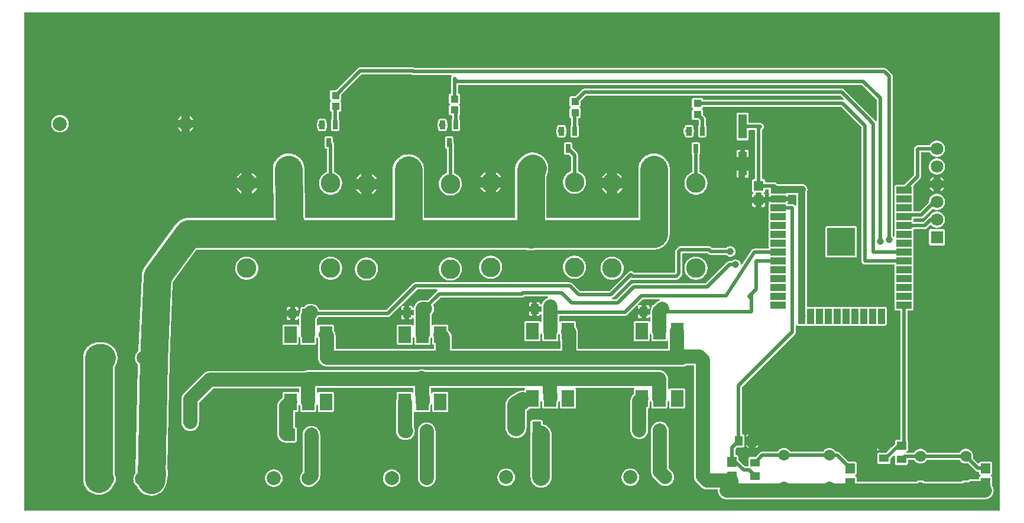
<source format=gtl>
G04 Layer: TopLayer*
G04 EasyEDA v6.4.21, 2021-08-30T13:38:49+01:00*
G04 675468226515401a9f91b2405e789893,c56e7913202049aab2d2ce8198c124d2,10*
G04 Gerber Generator version 0.2*
G04 Scale: 100 percent, Rotated: No, Reflected: No *
G04 Dimensions in millimeters *
G04 leading zeros omitted , absolute positions ,4 integer and 5 decimal *
%FSLAX45Y45*%
%MOMM*%

%ADD11C,2.0000*%
%ADD12C,1.0000*%
%ADD13C,0.5000*%
%ADD14C,2.5000*%
%ADD15C,4.0000*%
%ADD16R,1.2000X3.5000*%
%ADD17R,1.3500X1.4100*%
%ADD18R,1.3770X1.1325*%
%ADD21R,1.1000X1.0000*%
%ADD25R,1.0000X2.2000*%
%ADD27C,1.6000*%
%ADD28C,2.7940*%
%ADD29C,1.8000*%
%ADD30R,1.8000X1.8000*%

%LPD*%
G36*
X36068Y-1823974D02*
G01*
X32156Y-1823212D01*
X28905Y-1820976D01*
X26670Y-1817725D01*
X25908Y-1813814D01*
X25908Y5313934D01*
X26670Y5317845D01*
X28905Y5321096D01*
X32156Y5323332D01*
X36068Y5324094D01*
X13984732Y5324094D01*
X13988643Y5323332D01*
X13991894Y5321096D01*
X13994130Y5317845D01*
X13994892Y5313934D01*
X13994892Y-1813814D01*
X13994130Y-1817725D01*
X13991894Y-1820976D01*
X13988643Y-1823212D01*
X13984732Y-1823974D01*
G37*

%LPC*%
G36*
X10083952Y-1662633D02*
G01*
X13779195Y-1662633D01*
X13794689Y-1661668D01*
X13809624Y-1658924D01*
X13824153Y-1654403D01*
X13838021Y-1648155D01*
X13851026Y-1640281D01*
X13862964Y-1630933D01*
X13873734Y-1620164D01*
X13883081Y-1608226D01*
X13890955Y-1595221D01*
X13897203Y-1581353D01*
X13901724Y-1566824D01*
X13904468Y-1551889D01*
X13905382Y-1536700D01*
X13904468Y-1521510D01*
X13901724Y-1506575D01*
X13897203Y-1492046D01*
X13890955Y-1478178D01*
X13887094Y-1471777D01*
X13885976Y-1469237D01*
X13885621Y-1466494D01*
X13885621Y-1353870D01*
X13884910Y-1347571D01*
X13882979Y-1342085D01*
X13879880Y-1337208D01*
X13875816Y-1333093D01*
X13869924Y-1329385D01*
X13866977Y-1326591D01*
X13865402Y-1322832D01*
X13865402Y-1318768D01*
X13866977Y-1315008D01*
X13869924Y-1312214D01*
X13875816Y-1308506D01*
X13879880Y-1304391D01*
X13882979Y-1299514D01*
X13884910Y-1294028D01*
X13885621Y-1287729D01*
X13885621Y-1147876D01*
X13884910Y-1141526D01*
X13882979Y-1136091D01*
X13879880Y-1131163D01*
X13875816Y-1127099D01*
X13870889Y-1124000D01*
X13865453Y-1122121D01*
X13859154Y-1121410D01*
X13725245Y-1121410D01*
X13718946Y-1122121D01*
X13713510Y-1124000D01*
X13708583Y-1127099D01*
X13704519Y-1131163D01*
X13701420Y-1136091D01*
X13698372Y-1145184D01*
X13696035Y-1148130D01*
X13692784Y-1150010D01*
X13689025Y-1150620D01*
X13685316Y-1149756D01*
X13682218Y-1147622D01*
X13613231Y-1078636D01*
X13611301Y-1075944D01*
X13610336Y-1072794D01*
X13610488Y-1069492D01*
X13612571Y-1058824D01*
X13613485Y-1045006D01*
X13612571Y-1031189D01*
X13609878Y-1017625D01*
X13605408Y-1004468D01*
X13599312Y-992073D01*
X13591590Y-980541D01*
X13582497Y-970127D01*
X13572083Y-960983D01*
X13560551Y-953312D01*
X13548106Y-947166D01*
X13534999Y-942746D01*
X13521436Y-940003D01*
X13507618Y-939139D01*
X13493800Y-940003D01*
X13480186Y-942746D01*
X13467080Y-947166D01*
X13454684Y-953312D01*
X13443153Y-960983D01*
X13432739Y-970127D01*
X13423595Y-980541D01*
X13417550Y-989584D01*
X13415314Y-992022D01*
X13412368Y-993546D01*
X13409117Y-994105D01*
X12956082Y-994105D01*
X12952831Y-993546D01*
X12949936Y-992022D01*
X12947650Y-989584D01*
X12941604Y-980541D01*
X12932460Y-970127D01*
X12922046Y-960983D01*
X12910566Y-953312D01*
X12898120Y-947166D01*
X12885013Y-942746D01*
X12871450Y-940003D01*
X12857581Y-939139D01*
X12843764Y-940003D01*
X12830200Y-942746D01*
X12817094Y-947166D01*
X12804648Y-953312D01*
X12793167Y-960983D01*
X12782753Y-970127D01*
X12773609Y-980541D01*
X12767564Y-989584D01*
X12765278Y-992022D01*
X12762382Y-993546D01*
X12759131Y-994105D01*
X12667792Y-994105D01*
X12663830Y-993292D01*
X12660477Y-991006D01*
X12658293Y-987602D01*
X12657632Y-983640D01*
X12658547Y-979678D01*
X12660934Y-976426D01*
X12665760Y-973886D01*
X12670688Y-970787D01*
X12674752Y-966724D01*
X12677851Y-961796D01*
X12679730Y-956360D01*
X12680442Y-950010D01*
X12680442Y-837895D01*
X12679730Y-831596D01*
X12677851Y-826211D01*
X12673838Y-820013D01*
X12672618Y-817321D01*
X12672212Y-814476D01*
X12672212Y1036675D01*
X12672974Y1040587D01*
X12675158Y1043889D01*
X12678460Y1046073D01*
X12682372Y1046835D01*
X12730734Y1046835D01*
X12737033Y1047546D01*
X12742519Y1049477D01*
X12747396Y1052576D01*
X12751511Y1056640D01*
X12754559Y1061567D01*
X12756489Y1067003D01*
X12757200Y1073302D01*
X12757200Y1172210D01*
X12756489Y1178509D01*
X12754965Y1182878D01*
X12754356Y1186230D01*
X12754965Y1189634D01*
X12756489Y1194003D01*
X12757200Y1200302D01*
X12757200Y1299210D01*
X12756489Y1305509D01*
X12754965Y1309878D01*
X12754356Y1313230D01*
X12754965Y1316634D01*
X12756489Y1321003D01*
X12757200Y1327302D01*
X12757200Y1426210D01*
X12756489Y1432509D01*
X12754762Y1437386D01*
X12754203Y1440738D01*
X12754762Y1444091D01*
X12756235Y1448257D01*
X12756946Y1454556D01*
X12756946Y1553464D01*
X12756235Y1559763D01*
X12754711Y1564132D01*
X12754102Y1567484D01*
X12754711Y1570888D01*
X12756235Y1575257D01*
X12756946Y1581556D01*
X12756946Y1680464D01*
X12756235Y1686763D01*
X12754711Y1691132D01*
X12754102Y1694484D01*
X12754711Y1697888D01*
X12756235Y1702257D01*
X12756946Y1708556D01*
X12756946Y1807464D01*
X12756235Y1813763D01*
X12754711Y1818132D01*
X12754102Y1821484D01*
X12754711Y1824888D01*
X12756235Y1829257D01*
X12756946Y1835556D01*
X12756946Y1934464D01*
X12756235Y1940763D01*
X12754864Y1944674D01*
X12754305Y1948027D01*
X12754864Y1951380D01*
X12756489Y1956003D01*
X12757200Y1962302D01*
X12757200Y2061210D01*
X12756489Y2067509D01*
X12754965Y2071878D01*
X12754356Y2075230D01*
X12754965Y2078634D01*
X12756489Y2083003D01*
X12757200Y2089302D01*
X12757200Y2188210D01*
X12756489Y2194509D01*
X12755880Y2196185D01*
X12755321Y2199995D01*
X12756235Y2203754D01*
X12758470Y2206853D01*
X12761722Y2208936D01*
X12765481Y2209698D01*
X12915696Y2209698D01*
X12920319Y2209901D01*
X12924739Y2210460D01*
X12929057Y2211425D01*
X12933324Y2212746D01*
X12937388Y2214473D01*
X12941350Y2216505D01*
X12945110Y2218893D01*
X12948615Y2221585D01*
X12952069Y2224735D01*
X12996265Y2268982D01*
X12999669Y2271217D01*
X13003631Y2271979D01*
X13007543Y2271064D01*
X13010845Y2268728D01*
X13014350Y2265019D01*
X13025577Y2255723D01*
X13037870Y2247950D01*
X13051028Y2241753D01*
X13064896Y2237232D01*
X13079171Y2234539D01*
X13093700Y2233625D01*
X13108228Y2234539D01*
X13122503Y2237232D01*
X13136372Y2241753D01*
X13149529Y2247950D01*
X13161822Y2255723D01*
X13173049Y2265019D01*
X13183006Y2275636D01*
X13191540Y2287422D01*
X13198551Y2300173D01*
X13203936Y2313686D01*
X13207542Y2327808D01*
X13209371Y2342235D01*
X13209371Y2356764D01*
X13207542Y2371191D01*
X13203936Y2385314D01*
X13198551Y2398826D01*
X13191540Y2411577D01*
X13183006Y2423363D01*
X13173049Y2433980D01*
X13161822Y2443276D01*
X13149529Y2451049D01*
X13136372Y2457246D01*
X13122503Y2461768D01*
X13108228Y2464460D01*
X13093700Y2465374D01*
X13079171Y2464460D01*
X13064896Y2461768D01*
X13051028Y2457246D01*
X13037870Y2451049D01*
X13025577Y2443276D01*
X13014350Y2433980D01*
X13004393Y2423363D01*
X12995859Y2411577D01*
X12989864Y2400655D01*
X12987528Y2397861D01*
X12979349Y2393594D01*
X12975590Y2391206D01*
X12972084Y2388514D01*
X12968630Y2385364D01*
X12897764Y2314498D01*
X12894513Y2312263D01*
X12890601Y2311501D01*
X12766700Y2311501D01*
X12763042Y2312162D01*
X12759893Y2314092D01*
X12757658Y2316988D01*
X12756489Y2321509D01*
X12754965Y2325878D01*
X12754356Y2329230D01*
X12754965Y2332634D01*
X12756489Y2337003D01*
X12757200Y2343302D01*
X12757200Y2351938D01*
X12757962Y2355799D01*
X12760147Y2359101D01*
X12763449Y2361336D01*
X12767360Y2362098D01*
X12864896Y2362098D01*
X12869519Y2362301D01*
X12873939Y2362860D01*
X12878257Y2363825D01*
X12882524Y2365146D01*
X12886588Y2366873D01*
X12890550Y2368905D01*
X12894310Y2371293D01*
X12897815Y2373985D01*
X12901269Y2377135D01*
X13024865Y2500782D01*
X13027660Y2502763D01*
X13030962Y2503678D01*
X13034365Y2503474D01*
X13051028Y2495753D01*
X13064896Y2491232D01*
X13079171Y2488539D01*
X13093700Y2487625D01*
X13108228Y2488539D01*
X13122503Y2491232D01*
X13136372Y2495753D01*
X13149529Y2501950D01*
X13161822Y2509723D01*
X13173049Y2519019D01*
X13183006Y2529636D01*
X13191540Y2541422D01*
X13198551Y2554173D01*
X13203936Y2567686D01*
X13207542Y2581808D01*
X13209371Y2596235D01*
X13209371Y2610764D01*
X13207542Y2625191D01*
X13203936Y2639314D01*
X13198551Y2652826D01*
X13191540Y2665577D01*
X13183006Y2677363D01*
X13173049Y2687980D01*
X13161822Y2697276D01*
X13149529Y2705049D01*
X13136372Y2711246D01*
X13122503Y2715768D01*
X13108228Y2718460D01*
X13093700Y2719374D01*
X13079171Y2718460D01*
X13064896Y2715768D01*
X13051028Y2711246D01*
X13037870Y2705049D01*
X13025577Y2697276D01*
X13014350Y2687980D01*
X13004393Y2677363D01*
X12995859Y2665577D01*
X12988848Y2652826D01*
X12983464Y2639314D01*
X12979857Y2625191D01*
X12978028Y2610764D01*
X12978028Y2602128D01*
X12977266Y2598267D01*
X12975082Y2594965D01*
X12846964Y2466898D01*
X12843713Y2464663D01*
X12839801Y2463901D01*
X12767360Y2463901D01*
X12763449Y2464663D01*
X12760147Y2466898D01*
X12757962Y2470200D01*
X12757200Y2474061D01*
X12757200Y2569210D01*
X12756489Y2575509D01*
X12755118Y2579420D01*
X12754559Y2582773D01*
X12755118Y2586126D01*
X12756743Y2590749D01*
X12757454Y2597048D01*
X12757454Y2695956D01*
X12756743Y2702255D01*
X12755219Y2706624D01*
X12754660Y2709976D01*
X12755219Y2713329D01*
X12756946Y2718358D01*
X12757658Y2724658D01*
X12757658Y2823413D01*
X12756642Y2831388D01*
X12756743Y2834487D01*
X12757708Y2837383D01*
X12759537Y2839872D01*
X12850164Y2930448D01*
X12853314Y2933903D01*
X12856006Y2937408D01*
X12858394Y2941167D01*
X12860426Y2945130D01*
X12862153Y2949194D01*
X12863474Y2953461D01*
X12864439Y2957779D01*
X12864998Y2962198D01*
X12865201Y2966821D01*
X12865201Y3304438D01*
X12865963Y3308299D01*
X12868198Y3311601D01*
X12871500Y3313836D01*
X12875361Y3314598D01*
X12983718Y3314598D01*
X12987223Y3313937D01*
X12990322Y3312109D01*
X12992608Y3309315D01*
X12995859Y3303422D01*
X13004393Y3291636D01*
X13014350Y3281019D01*
X13025577Y3271723D01*
X13037870Y3263950D01*
X13051028Y3257753D01*
X13064896Y3253232D01*
X13079171Y3250539D01*
X13093700Y3249625D01*
X13108228Y3250539D01*
X13122503Y3253232D01*
X13136372Y3257753D01*
X13149529Y3263950D01*
X13161822Y3271723D01*
X13173049Y3281019D01*
X13183006Y3291636D01*
X13191540Y3303422D01*
X13198551Y3316173D01*
X13203936Y3329686D01*
X13207542Y3343808D01*
X13209371Y3358235D01*
X13209371Y3372764D01*
X13207542Y3387191D01*
X13203936Y3401314D01*
X13198551Y3414826D01*
X13191540Y3427577D01*
X13183006Y3439363D01*
X13173049Y3449980D01*
X13161822Y3459276D01*
X13149529Y3467049D01*
X13136372Y3473246D01*
X13122503Y3477768D01*
X13108228Y3480460D01*
X13093700Y3481374D01*
X13079171Y3480460D01*
X13064896Y3477768D01*
X13051028Y3473246D01*
X13037870Y3467049D01*
X13025577Y3459276D01*
X13014350Y3449980D01*
X13004393Y3439363D01*
X12995859Y3427577D01*
X12992608Y3421684D01*
X12990322Y3418890D01*
X12987223Y3417062D01*
X12983718Y3416401D01*
X12827203Y3416401D01*
X12822580Y3416198D01*
X12818160Y3415639D01*
X12813842Y3414674D01*
X12809575Y3413353D01*
X12805511Y3411626D01*
X12801549Y3409594D01*
X12797790Y3407206D01*
X12794284Y3404514D01*
X12790830Y3401364D01*
X12778435Y3388969D01*
X12775285Y3385515D01*
X12772593Y3382010D01*
X12770205Y3378250D01*
X12768173Y3374288D01*
X12766446Y3370224D01*
X12765125Y3365957D01*
X12764160Y3361639D01*
X12763601Y3357219D01*
X12763398Y3352596D01*
X12763398Y2991916D01*
X12762636Y2988005D01*
X12760401Y2984754D01*
X12628676Y2852978D01*
X12625374Y2850743D01*
X12621463Y2849981D01*
X12512344Y2849981D01*
X12505994Y2849270D01*
X12500559Y2847390D01*
X12495631Y2844292D01*
X12491567Y2840177D01*
X12488468Y2835300D01*
X12486589Y2829814D01*
X12485878Y2823514D01*
X12485878Y2724658D01*
X12486589Y2718358D01*
X12488113Y2713990D01*
X12488672Y2710637D01*
X12488113Y2707284D01*
X12486335Y2702255D01*
X12485624Y2695956D01*
X12485624Y2597048D01*
X12486335Y2590749D01*
X12487706Y2586837D01*
X12488265Y2583484D01*
X12487706Y2580132D01*
X12486081Y2575509D01*
X12485370Y2569210D01*
X12485370Y2470302D01*
X12486081Y2464003D01*
X12487605Y2459634D01*
X12488214Y2456230D01*
X12487605Y2452878D01*
X12486081Y2448509D01*
X12485370Y2442210D01*
X12485370Y2343302D01*
X12486081Y2337003D01*
X12487605Y2332634D01*
X12488214Y2329230D01*
X12487605Y2325878D01*
X12486081Y2321509D01*
X12485370Y2315210D01*
X12485370Y2216302D01*
X12486081Y2210003D01*
X12487605Y2205634D01*
X12488214Y2202230D01*
X12487605Y2198878D01*
X12486081Y2194509D01*
X12485370Y2188210D01*
X12485370Y2110638D01*
X12484557Y2106625D01*
X12482169Y2103221D01*
X12478664Y2101088D01*
X12474549Y2100529D01*
X12470587Y2101596D01*
X12467386Y2104186D01*
X12462205Y2110333D01*
X12459716Y2113788D01*
X12458801Y2117902D01*
X12458801Y4406696D01*
X12458598Y4411319D01*
X12458039Y4415739D01*
X12457074Y4420057D01*
X12455753Y4424324D01*
X12454026Y4428388D01*
X12451994Y4432350D01*
X12449606Y4436110D01*
X12446914Y4439615D01*
X12443764Y4443069D01*
X12380569Y4506264D01*
X12377115Y4509414D01*
X12373610Y4512106D01*
X12369850Y4514494D01*
X12365888Y4516526D01*
X12361824Y4518253D01*
X12357557Y4519574D01*
X12353239Y4520539D01*
X12348819Y4521098D01*
X12344196Y4521301D01*
X5624982Y4521301D01*
X5621528Y4521911D01*
X5613450Y4527194D01*
X5609488Y4529226D01*
X5605424Y4530953D01*
X5601157Y4532274D01*
X5596839Y4533239D01*
X5592419Y4533798D01*
X5587796Y4534001D01*
X4835144Y4534001D01*
X4830470Y4533798D01*
X4826050Y4533239D01*
X4821732Y4532274D01*
X4817516Y4530953D01*
X4813401Y4529226D01*
X4809439Y4527194D01*
X4805730Y4524806D01*
X4802174Y4522114D01*
X4798771Y4518964D01*
X4489958Y4210151D01*
X4486706Y4207967D01*
X4482795Y4207205D01*
X4428693Y4207205D01*
X4422343Y4206494D01*
X4416907Y4204563D01*
X4411980Y4201515D01*
X4407916Y4197400D01*
X4404817Y4192524D01*
X4402886Y4187037D01*
X4402175Y4180738D01*
X4402175Y4081881D01*
X4402886Y4075531D01*
X4404817Y4070096D01*
X4407916Y4065168D01*
X4411980Y4061104D01*
X4413859Y4059885D01*
X4416806Y4057091D01*
X4418431Y4053332D01*
X4418431Y4049268D01*
X4416806Y4045508D01*
X4413859Y4042714D01*
X4411980Y4041495D01*
X4407916Y4037431D01*
X4404817Y4032504D01*
X4402886Y4027068D01*
X4402175Y4020718D01*
X4402175Y3921861D01*
X4402886Y3915562D01*
X4404817Y3910076D01*
X4407916Y3905199D01*
X4411980Y3901084D01*
X4416907Y3898036D01*
X4418787Y3897376D01*
X4422343Y3895191D01*
X4424730Y3891838D01*
X4425594Y3887774D01*
X4425594Y3793490D01*
X4424832Y3789578D01*
X4422597Y3786327D01*
X4421276Y3785006D01*
X4418228Y3780078D01*
X4416298Y3774643D01*
X4415586Y3768293D01*
X4415586Y3644442D01*
X4416298Y3638092D01*
X4418228Y3632657D01*
X4421276Y3627729D01*
X4425391Y3623665D01*
X4430268Y3620566D01*
X4435754Y3618687D01*
X4442053Y3617976D01*
X4510938Y3617976D01*
X4517237Y3618687D01*
X4522724Y3620566D01*
X4527600Y3623665D01*
X4531715Y3627729D01*
X4534763Y3632657D01*
X4536694Y3638092D01*
X4537405Y3644442D01*
X4537405Y3768293D01*
X4536694Y3774643D01*
X4534763Y3780078D01*
X4531715Y3785006D01*
X4530394Y3786327D01*
X4528159Y3789578D01*
X4527397Y3793490D01*
X4527397Y3885234D01*
X4528058Y3888892D01*
X4529988Y3892042D01*
X4532934Y3894277D01*
X4536490Y3895344D01*
X4543907Y3896106D01*
X4549292Y3898036D01*
X4554220Y3901084D01*
X4558284Y3905199D01*
X4561382Y3910076D01*
X4563313Y3915562D01*
X4564024Y3921861D01*
X4564024Y4020718D01*
X4563313Y4027068D01*
X4561382Y4032504D01*
X4558284Y4037431D01*
X4554220Y4041495D01*
X4552340Y4042714D01*
X4549394Y4045508D01*
X4547768Y4049268D01*
X4547768Y4053332D01*
X4549394Y4057091D01*
X4552340Y4059885D01*
X4554220Y4061104D01*
X4558284Y4065168D01*
X4561382Y4070096D01*
X4563313Y4075531D01*
X4564024Y4081881D01*
X4564024Y4135983D01*
X4564786Y4139895D01*
X4566970Y4143197D01*
X4853025Y4429201D01*
X4856327Y4431436D01*
X4860188Y4432198D01*
X5563717Y4432198D01*
X5567172Y4431588D01*
X5575249Y4426305D01*
X5579211Y4424273D01*
X5583275Y4422546D01*
X5587542Y4421225D01*
X5591860Y4420260D01*
X5596280Y4419701D01*
X5600903Y4419498D01*
X6139281Y4419498D01*
X6142990Y4418787D01*
X6146190Y4416755D01*
X6148425Y4413707D01*
X6149441Y4410049D01*
X6148984Y4406290D01*
X6147206Y4402988D01*
X6143142Y4397908D01*
X6140805Y4394250D01*
X6138773Y4390288D01*
X6137046Y4386224D01*
X6135725Y4381957D01*
X6134760Y4377639D01*
X6134201Y4373219D01*
X6133998Y4368596D01*
X6133998Y4165854D01*
X6133338Y4162247D01*
X6131407Y4159097D01*
X6128512Y4156862D01*
X6124143Y4155694D01*
X6118707Y4153763D01*
X6113780Y4150715D01*
X6109716Y4146600D01*
X6106617Y4141724D01*
X6104686Y4136237D01*
X6103975Y4129938D01*
X6103975Y4031081D01*
X6104686Y4024731D01*
X6106617Y4019296D01*
X6109716Y4014368D01*
X6113780Y4010304D01*
X6115659Y4009085D01*
X6118606Y4006291D01*
X6120231Y4002532D01*
X6120231Y3998468D01*
X6118606Y3994708D01*
X6115659Y3991914D01*
X6113780Y3990695D01*
X6109716Y3986631D01*
X6106617Y3981704D01*
X6104686Y3976268D01*
X6103975Y3969918D01*
X6103975Y3871061D01*
X6104686Y3864762D01*
X6106617Y3859276D01*
X6109716Y3854399D01*
X6113780Y3850284D01*
X6118707Y3847236D01*
X6124143Y3845306D01*
X6130493Y3844594D01*
X6142634Y3844594D01*
X6146495Y3843832D01*
X6149797Y3841597D01*
X6152032Y3838346D01*
X6152794Y3834434D01*
X6152794Y3793490D01*
X6152032Y3789578D01*
X6149797Y3786327D01*
X6148476Y3785006D01*
X6145428Y3780078D01*
X6143498Y3774643D01*
X6142786Y3768293D01*
X6142786Y3644442D01*
X6143498Y3638092D01*
X6145428Y3632657D01*
X6148476Y3627729D01*
X6152591Y3623665D01*
X6157468Y3620566D01*
X6162954Y3618687D01*
X6169253Y3617976D01*
X6238138Y3617976D01*
X6244437Y3618687D01*
X6249924Y3620566D01*
X6254800Y3623665D01*
X6258915Y3627729D01*
X6261963Y3632657D01*
X6263894Y3638092D01*
X6264605Y3644442D01*
X6264605Y3768293D01*
X6263894Y3774643D01*
X6261963Y3780078D01*
X6258915Y3785006D01*
X6257594Y3786327D01*
X6255359Y3789578D01*
X6254597Y3793490D01*
X6254597Y3844696D01*
X6255359Y3848557D01*
X6257594Y3851859D01*
X6260084Y3854399D01*
X6263182Y3859276D01*
X6265113Y3864762D01*
X6265824Y3871061D01*
X6265824Y3969918D01*
X6265113Y3976268D01*
X6263182Y3981704D01*
X6260084Y3986631D01*
X6256020Y3990695D01*
X6254140Y3991914D01*
X6251194Y3994708D01*
X6249568Y3998468D01*
X6249568Y4002532D01*
X6251194Y4006291D01*
X6254140Y4009085D01*
X6256020Y4010304D01*
X6260084Y4014368D01*
X6263182Y4019296D01*
X6265113Y4024731D01*
X6265824Y4031081D01*
X6265824Y4129938D01*
X6265113Y4136237D01*
X6263182Y4141724D01*
X6260084Y4146600D01*
X6256020Y4150715D01*
X6251092Y4153763D01*
X6241288Y4156862D01*
X6238392Y4159097D01*
X6236462Y4162247D01*
X6235801Y4165854D01*
X6235801Y4269638D01*
X6236563Y4273499D01*
X6238798Y4276801D01*
X6242100Y4279036D01*
X6245961Y4279798D01*
X12014301Y4279798D01*
X12018213Y4279036D01*
X12021464Y4276801D01*
X12227001Y4071264D01*
X12229236Y4068013D01*
X12229998Y4064101D01*
X12229998Y3766921D01*
X12229236Y3763060D01*
X12227001Y3759758D01*
X12223699Y3757523D01*
X12219838Y3756761D01*
X12215926Y3757523D01*
X12212624Y3759758D01*
X12193270Y3779164D01*
X12191695Y3781196D01*
X12190679Y3783533D01*
X12188952Y3789426D01*
X12187326Y3793388D01*
X12185294Y3797350D01*
X12182906Y3801110D01*
X12180214Y3804615D01*
X12177064Y3808069D01*
X11770969Y4214164D01*
X11767515Y4217314D01*
X11764010Y4220006D01*
X11760250Y4222394D01*
X11756288Y4224426D01*
X11752224Y4226153D01*
X11747957Y4227474D01*
X11743639Y4228439D01*
X11739219Y4228998D01*
X11734596Y4229201D01*
X8048244Y4229201D01*
X8043570Y4228998D01*
X8039150Y4228439D01*
X8034832Y4227474D01*
X8030616Y4226153D01*
X8026501Y4224426D01*
X8022539Y4222394D01*
X8018830Y4220006D01*
X8015274Y4217314D01*
X8011871Y4214164D01*
X7918958Y4121251D01*
X7915706Y4119067D01*
X7911795Y4118305D01*
X7857693Y4118305D01*
X7851343Y4117594D01*
X7845907Y4115663D01*
X7840980Y4112615D01*
X7836916Y4108500D01*
X7833817Y4103624D01*
X7831886Y4098137D01*
X7831175Y4091838D01*
X7831175Y3992981D01*
X7831886Y3986631D01*
X7833817Y3981196D01*
X7836916Y3976268D01*
X7840980Y3972204D01*
X7842859Y3970985D01*
X7845806Y3968191D01*
X7847431Y3964432D01*
X7847431Y3960368D01*
X7845806Y3956608D01*
X7842859Y3953814D01*
X7840980Y3952595D01*
X7836916Y3948531D01*
X7833817Y3943604D01*
X7831886Y3938168D01*
X7831175Y3931818D01*
X7831175Y3832961D01*
X7831886Y3826662D01*
X7833817Y3821176D01*
X7836916Y3816299D01*
X7840980Y3812184D01*
X7845907Y3809136D01*
X7847787Y3808476D01*
X7851343Y3806291D01*
X7853730Y3802938D01*
X7854594Y3798874D01*
X7854594Y3704590D01*
X7853832Y3700678D01*
X7851597Y3697427D01*
X7850276Y3696106D01*
X7847228Y3691178D01*
X7845298Y3685743D01*
X7844586Y3679393D01*
X7844586Y3555542D01*
X7845298Y3549192D01*
X7847228Y3543757D01*
X7850276Y3538829D01*
X7854391Y3534765D01*
X7859268Y3531666D01*
X7864754Y3529787D01*
X7871053Y3529076D01*
X7939938Y3529076D01*
X7946237Y3529787D01*
X7951724Y3531666D01*
X7956600Y3534765D01*
X7960715Y3538829D01*
X7963763Y3543757D01*
X7965694Y3549192D01*
X7966405Y3555542D01*
X7966405Y3679393D01*
X7965694Y3685743D01*
X7963763Y3691178D01*
X7960715Y3696106D01*
X7959394Y3697427D01*
X7957159Y3700678D01*
X7956397Y3704590D01*
X7956397Y3796334D01*
X7957058Y3799992D01*
X7958988Y3803142D01*
X7961934Y3805377D01*
X7965490Y3806444D01*
X7972907Y3807206D01*
X7978292Y3809136D01*
X7983220Y3812184D01*
X7987284Y3816299D01*
X7990382Y3821176D01*
X7992313Y3826662D01*
X7993024Y3832961D01*
X7993024Y3931818D01*
X7992313Y3938168D01*
X7990382Y3943604D01*
X7987284Y3948531D01*
X7983220Y3952595D01*
X7981340Y3953814D01*
X7978394Y3956608D01*
X7976768Y3960368D01*
X7976768Y3964432D01*
X7978394Y3968191D01*
X7981340Y3970985D01*
X7983220Y3972204D01*
X7987284Y3976268D01*
X7990382Y3981196D01*
X7992313Y3986631D01*
X7993024Y3992981D01*
X7993024Y4047083D01*
X7993786Y4050995D01*
X7995970Y4054297D01*
X8066125Y4124401D01*
X8069427Y4126636D01*
X8073288Y4127398D01*
X11709501Y4127398D01*
X11713413Y4126636D01*
X11716664Y4124401D01*
X11756085Y4085031D01*
X11758320Y4081678D01*
X11759031Y4077715D01*
X11758168Y4073753D01*
X11755882Y4070451D01*
X11752427Y4068318D01*
X11748465Y4067708D01*
X11743486Y4067911D01*
X9753803Y4067911D01*
X9749739Y4068775D01*
X9746335Y4071162D01*
X9744202Y4074718D01*
X9742982Y4078224D01*
X9739884Y4083100D01*
X9735820Y4087215D01*
X9730892Y4090263D01*
X9725456Y4092194D01*
X9719106Y4092905D01*
X9610293Y4092905D01*
X9603943Y4092194D01*
X9598507Y4090263D01*
X9593580Y4087215D01*
X9589516Y4083100D01*
X9586417Y4078224D01*
X9584486Y4072737D01*
X9583775Y4066438D01*
X9583775Y3967581D01*
X9584486Y3961231D01*
X9586417Y3955796D01*
X9589516Y3950868D01*
X9593580Y3946804D01*
X9595459Y3945585D01*
X9598406Y3942791D01*
X9600031Y3939032D01*
X9600031Y3934968D01*
X9598406Y3931208D01*
X9595459Y3928414D01*
X9593580Y3927195D01*
X9589516Y3923131D01*
X9586417Y3918204D01*
X9584486Y3912768D01*
X9583775Y3906418D01*
X9583775Y3807561D01*
X9584486Y3801262D01*
X9586417Y3795776D01*
X9589516Y3790899D01*
X9593580Y3786784D01*
X9598507Y3783736D01*
X9603943Y3781806D01*
X9610293Y3781094D01*
X9664395Y3781094D01*
X9668306Y3780332D01*
X9671608Y3778097D01*
X9680397Y3769309D01*
X9682632Y3766007D01*
X9683394Y3762095D01*
X9683394Y3704590D01*
X9682632Y3700729D01*
X9680397Y3697427D01*
X9679076Y3696106D01*
X9676028Y3691178D01*
X9674098Y3685743D01*
X9673386Y3679393D01*
X9673386Y3555542D01*
X9674098Y3549192D01*
X9676028Y3543757D01*
X9679076Y3538829D01*
X9683191Y3534765D01*
X9688068Y3531666D01*
X9693554Y3529787D01*
X9699853Y3529076D01*
X9768738Y3529076D01*
X9775037Y3529787D01*
X9780524Y3531666D01*
X9785400Y3534765D01*
X9789515Y3538829D01*
X9792563Y3543757D01*
X9794494Y3549192D01*
X9795205Y3555542D01*
X9795205Y3679393D01*
X9794494Y3685743D01*
X9792563Y3691178D01*
X9789515Y3696106D01*
X9788194Y3697376D01*
X9785959Y3700678D01*
X9785197Y3704590D01*
X9785197Y3787190D01*
X9784994Y3791864D01*
X9784435Y3796233D01*
X9783470Y3800601D01*
X9782149Y3804818D01*
X9780422Y3808933D01*
X9778390Y3812844D01*
X9776002Y3816604D01*
X9773310Y3820109D01*
X9770160Y3823563D01*
X9748570Y3845102D01*
X9746386Y3848404D01*
X9745624Y3852316D01*
X9745624Y3906418D01*
X9744913Y3912768D01*
X9742982Y3918204D01*
X9739884Y3923131D01*
X9735820Y3927195D01*
X9733940Y3928414D01*
X9730994Y3931208D01*
X9729368Y3934968D01*
X9729368Y3939032D01*
X9730994Y3942791D01*
X9733940Y3945585D01*
X9735820Y3946804D01*
X9739884Y3950868D01*
X9742982Y3955796D01*
X9744202Y3959301D01*
X9746335Y3962857D01*
X9749739Y3965244D01*
X9753803Y3966108D01*
X11718391Y3966108D01*
X11722303Y3965346D01*
X11725554Y3963111D01*
X12011101Y3677564D01*
X12013336Y3674313D01*
X12014098Y3670401D01*
X12014098Y1752803D01*
X12014301Y1748180D01*
X12014860Y1743760D01*
X12015825Y1739442D01*
X12017146Y1735175D01*
X12018873Y1731111D01*
X12020905Y1727149D01*
X12023293Y1723389D01*
X12025985Y1719884D01*
X12029033Y1716633D01*
X12032284Y1713585D01*
X12035790Y1710893D01*
X12039549Y1708505D01*
X12043511Y1706473D01*
X12047575Y1704746D01*
X12051842Y1703425D01*
X12056160Y1702460D01*
X12060580Y1701901D01*
X12065000Y1701698D01*
X12069419Y1701901D01*
X12073839Y1702460D01*
X12078157Y1703425D01*
X12082373Y1704746D01*
X12085980Y1706270D01*
X12089942Y1707083D01*
X12476937Y1707083D01*
X12481001Y1706270D01*
X12484404Y1703832D01*
X12486538Y1700275D01*
X12487351Y1697888D01*
X12487960Y1694484D01*
X12487351Y1691132D01*
X12485827Y1686763D01*
X12485116Y1680464D01*
X12485116Y1581556D01*
X12485827Y1575257D01*
X12487351Y1570888D01*
X12487960Y1567484D01*
X12487351Y1564132D01*
X12485827Y1559763D01*
X12485116Y1553464D01*
X12485116Y1454556D01*
X12485827Y1448257D01*
X12487554Y1443380D01*
X12488113Y1440027D01*
X12487554Y1436674D01*
X12486081Y1432509D01*
X12485370Y1426210D01*
X12485370Y1327302D01*
X12486081Y1321003D01*
X12487605Y1316634D01*
X12488214Y1313230D01*
X12487605Y1309878D01*
X12486081Y1305509D01*
X12485370Y1299210D01*
X12485370Y1200302D01*
X12486081Y1194003D01*
X12487605Y1189634D01*
X12488214Y1186230D01*
X12487605Y1182878D01*
X12486081Y1178509D01*
X12485370Y1172210D01*
X12485370Y1073302D01*
X12486081Y1067003D01*
X12488011Y1061567D01*
X12491059Y1056640D01*
X12495174Y1052576D01*
X12500051Y1049477D01*
X12505537Y1047546D01*
X12511836Y1046835D01*
X12560198Y1046835D01*
X12564110Y1046073D01*
X12567412Y1043889D01*
X12569596Y1040587D01*
X12570358Y1036675D01*
X12570358Y-801268D01*
X12569596Y-805180D01*
X12567412Y-808482D01*
X12564110Y-810666D01*
X12560198Y-811428D01*
X12517424Y-811428D01*
X12511074Y-812139D01*
X12505639Y-814069D01*
X12500711Y-817118D01*
X12496647Y-821232D01*
X12493548Y-826109D01*
X12491669Y-831596D01*
X12490958Y-837895D01*
X12490958Y-869442D01*
X12490145Y-873353D01*
X12487960Y-876655D01*
X12443815Y-920800D01*
X12440208Y-923137D01*
X12435941Y-923747D01*
X12431826Y-922578D01*
X12428575Y-919835D01*
X12426746Y-915924D01*
X12372492Y-915924D01*
X12372492Y-963828D01*
X12376251Y-963828D01*
X12380163Y-964590D01*
X12383465Y-966774D01*
X12385649Y-970076D01*
X12386411Y-973988D01*
X12385649Y-977849D01*
X12383465Y-981151D01*
X12375591Y-989025D01*
X12372289Y-991209D01*
X12368428Y-991971D01*
X12263424Y-991971D01*
X12257074Y-992682D01*
X12251639Y-994613D01*
X12246711Y-997712D01*
X12242647Y-1001776D01*
X12239548Y-1006703D01*
X12237669Y-1012139D01*
X12236958Y-1018489D01*
X12236958Y-1130604D01*
X12237669Y-1136904D01*
X12239548Y-1142390D01*
X12242647Y-1147267D01*
X12246711Y-1151382D01*
X12251639Y-1154430D01*
X12257074Y-1156360D01*
X12263424Y-1157071D01*
X12399975Y-1157071D01*
X12406325Y-1156360D01*
X12411760Y-1154430D01*
X12416688Y-1151382D01*
X12420752Y-1147267D01*
X12423851Y-1142390D01*
X12425730Y-1136904D01*
X12426442Y-1130604D01*
X12426442Y-1086358D01*
X12427254Y-1082446D01*
X12429439Y-1079144D01*
X12473584Y-1034999D01*
X12476886Y-1032814D01*
X12480798Y-1032002D01*
X12484658Y-1032814D01*
X12487960Y-1034999D01*
X12490145Y-1038301D01*
X12490958Y-1042162D01*
X12490958Y-1143304D01*
X12491669Y-1149604D01*
X12493548Y-1155090D01*
X12496647Y-1159967D01*
X12500711Y-1164082D01*
X12505639Y-1167130D01*
X12511074Y-1169060D01*
X12517424Y-1169771D01*
X12653975Y-1169771D01*
X12660325Y-1169060D01*
X12665760Y-1167130D01*
X12670688Y-1164082D01*
X12674752Y-1159967D01*
X12677851Y-1155090D01*
X12679730Y-1149604D01*
X12680442Y-1143304D01*
X12680442Y-1106068D01*
X12681254Y-1102207D01*
X12683439Y-1098905D01*
X12686741Y-1096670D01*
X12690602Y-1095908D01*
X12759131Y-1095908D01*
X12762382Y-1096467D01*
X12765278Y-1098042D01*
X12767564Y-1100429D01*
X12773609Y-1109472D01*
X12782753Y-1119886D01*
X12793167Y-1129030D01*
X12804648Y-1136700D01*
X12817094Y-1142847D01*
X12830200Y-1147267D01*
X12843764Y-1150010D01*
X12857581Y-1150874D01*
X12871450Y-1150010D01*
X12885013Y-1147267D01*
X12898120Y-1142847D01*
X12910566Y-1136700D01*
X12922046Y-1129030D01*
X12932460Y-1119886D01*
X12941604Y-1109472D01*
X12947650Y-1100429D01*
X12949885Y-1098042D01*
X12952831Y-1096467D01*
X12956082Y-1095908D01*
X13409117Y-1095908D01*
X13412368Y-1096467D01*
X13415314Y-1098042D01*
X13417550Y-1100429D01*
X13423595Y-1109472D01*
X13432739Y-1119886D01*
X13443153Y-1129030D01*
X13454684Y-1136700D01*
X13467080Y-1142847D01*
X13480186Y-1147267D01*
X13493800Y-1150010D01*
X13507618Y-1150874D01*
X13521436Y-1150010D01*
X13532104Y-1147876D01*
X13535406Y-1147775D01*
X13538555Y-1148740D01*
X13541248Y-1150670D01*
X13644270Y-1253642D01*
X13647674Y-1256792D01*
X13651230Y-1259484D01*
X13654938Y-1261872D01*
X13658900Y-1263954D01*
X13663015Y-1265631D01*
X13667232Y-1266952D01*
X13671550Y-1267917D01*
X13675969Y-1268526D01*
X13680643Y-1268730D01*
X13688618Y-1268730D01*
X13692530Y-1269492D01*
X13695832Y-1271676D01*
X13698016Y-1274978D01*
X13698778Y-1278890D01*
X13698778Y-1287729D01*
X13699490Y-1294028D01*
X13701420Y-1299514D01*
X13704519Y-1304391D01*
X13708583Y-1308506D01*
X13714476Y-1312214D01*
X13717422Y-1315008D01*
X13718997Y-1318768D01*
X13718997Y-1322832D01*
X13717422Y-1326591D01*
X13714476Y-1329385D01*
X13708583Y-1333093D01*
X13704519Y-1337208D01*
X13701420Y-1342085D01*
X13699490Y-1347571D01*
X13698778Y-1353870D01*
X13698778Y-1362710D01*
X13698016Y-1366621D01*
X13695832Y-1369923D01*
X13692530Y-1372108D01*
X13688618Y-1372870D01*
X13579043Y-1372870D01*
X13574369Y-1373073D01*
X13569950Y-1373682D01*
X13565632Y-1374648D01*
X13561415Y-1375968D01*
X13557300Y-1377645D01*
X13553338Y-1379728D01*
X13549630Y-1382115D01*
X13546124Y-1384757D01*
X13540994Y-1389583D01*
X13538352Y-1391361D01*
X13535304Y-1392275D01*
X13532053Y-1392123D01*
X13521436Y-1390040D01*
X13507618Y-1389126D01*
X13493800Y-1390040D01*
X13480186Y-1392732D01*
X13467080Y-1397203D01*
X13454684Y-1403299D01*
X13445998Y-1409090D01*
X13443305Y-1410360D01*
X13440359Y-1410817D01*
X12924840Y-1410817D01*
X12921894Y-1410360D01*
X12919202Y-1409090D01*
X12910566Y-1403299D01*
X12898120Y-1397203D01*
X12885013Y-1392732D01*
X12871450Y-1390040D01*
X12857581Y-1389126D01*
X12843764Y-1390040D01*
X12830200Y-1392732D01*
X12817094Y-1397203D01*
X12804648Y-1403299D01*
X12796012Y-1409090D01*
X12793319Y-1410360D01*
X12790373Y-1410817D01*
X11952681Y-1410817D01*
X11948769Y-1410004D01*
X11945467Y-1407820D01*
X11943283Y-1404518D01*
X11942521Y-1400657D01*
X11942521Y-1353870D01*
X11941810Y-1347571D01*
X11939879Y-1342085D01*
X11936780Y-1337208D01*
X11932716Y-1333093D01*
X11926824Y-1329385D01*
X11923877Y-1326591D01*
X11922302Y-1322832D01*
X11922302Y-1318768D01*
X11923877Y-1315008D01*
X11926824Y-1312214D01*
X11932716Y-1308506D01*
X11936780Y-1304391D01*
X11939879Y-1299514D01*
X11941810Y-1294028D01*
X11942521Y-1287729D01*
X11942521Y-1147876D01*
X11941810Y-1141526D01*
X11939879Y-1136091D01*
X11936780Y-1131163D01*
X11932716Y-1127099D01*
X11927789Y-1124000D01*
X11922353Y-1122121D01*
X11916054Y-1121410D01*
X11828881Y-1121410D01*
X11825020Y-1120597D01*
X11821718Y-1118412D01*
X11699748Y-996442D01*
X11696344Y-993292D01*
X11692788Y-990600D01*
X11689029Y-988212D01*
X11685117Y-986180D01*
X11681002Y-984453D01*
X11676786Y-983132D01*
X11672417Y-982167D01*
X11668048Y-981608D01*
X11663375Y-981405D01*
X11650319Y-981405D01*
X11647017Y-980846D01*
X11644122Y-979322D01*
X11641836Y-976884D01*
X11635790Y-967841D01*
X11626646Y-957427D01*
X11616232Y-948283D01*
X11604752Y-940612D01*
X11592306Y-934466D01*
X11579199Y-929995D01*
X11565636Y-927303D01*
X11551818Y-926388D01*
X11537950Y-927303D01*
X11524386Y-929995D01*
X11511280Y-934466D01*
X11498834Y-940612D01*
X11487353Y-948283D01*
X11476939Y-957427D01*
X11467795Y-967841D01*
X11461750Y-976884D01*
X11459464Y-979322D01*
X11456568Y-980846D01*
X11453317Y-981405D01*
X11000282Y-981405D01*
X10997031Y-980846D01*
X10994085Y-979322D01*
X10991850Y-976884D01*
X10985804Y-967841D01*
X10976660Y-957427D01*
X10966246Y-948283D01*
X10954715Y-940612D01*
X10942320Y-934466D01*
X10929213Y-929995D01*
X10915599Y-927303D01*
X10901781Y-926388D01*
X10887964Y-927303D01*
X10874400Y-929995D01*
X10861294Y-934466D01*
X10848848Y-940612D01*
X10837316Y-948283D01*
X10826902Y-957427D01*
X10817809Y-967841D01*
X10811764Y-976884D01*
X10809478Y-979322D01*
X10806582Y-980846D01*
X10803280Y-981405D01*
X10593374Y-981405D01*
X10588752Y-981608D01*
X10584332Y-982167D01*
X10580014Y-983132D01*
X10575747Y-984453D01*
X10571683Y-986180D01*
X10567720Y-988212D01*
X10563961Y-990600D01*
X10560456Y-993292D01*
X10557002Y-996442D01*
X10503712Y-1049782D01*
X10500410Y-1051966D01*
X10496550Y-1052728D01*
X10421924Y-1052728D01*
X10415574Y-1053439D01*
X10410139Y-1055370D01*
X10405211Y-1058418D01*
X10401147Y-1062532D01*
X10398048Y-1067409D01*
X10396169Y-1072896D01*
X10395458Y-1079195D01*
X10395458Y-1183538D01*
X10394645Y-1187399D01*
X10392460Y-1190701D01*
X10389158Y-1192936D01*
X10385298Y-1193698D01*
X10350398Y-1193698D01*
X10346486Y-1192936D01*
X10343235Y-1190701D01*
X10256367Y-1103884D01*
X10254183Y-1100582D01*
X10253421Y-1096721D01*
X10253421Y-1058976D01*
X10252710Y-1052626D01*
X10250779Y-1047191D01*
X10247680Y-1042263D01*
X10243616Y-1038199D01*
X10238689Y-1035100D01*
X10233253Y-1033221D01*
X10226954Y-1032510D01*
X10221061Y-1032510D01*
X10217200Y-1031697D01*
X10213898Y-1029512D01*
X10211663Y-1026210D01*
X10210901Y-1022350D01*
X10210901Y-944676D01*
X10211663Y-940765D01*
X10213898Y-937514D01*
X10228122Y-923239D01*
X10231424Y-921054D01*
X10235336Y-920242D01*
X10309910Y-920242D01*
X10316260Y-919530D01*
X10321696Y-917651D01*
X10326624Y-914552D01*
X10330688Y-910488D01*
X10333786Y-905560D01*
X10335717Y-900125D01*
X10336428Y-893775D01*
X10336428Y-757224D01*
X10335717Y-750874D01*
X10333786Y-745439D01*
X10330688Y-740511D01*
X10326624Y-736447D01*
X10321696Y-733348D01*
X10316260Y-731469D01*
X10313924Y-731215D01*
X10310368Y-730097D01*
X10307472Y-727862D01*
X10305542Y-724712D01*
X10304881Y-721106D01*
X10304881Y-58318D01*
X10305643Y-54406D01*
X10307878Y-51155D01*
X11059464Y700430D01*
X11062614Y703884D01*
X11065306Y707390D01*
X11067694Y711149D01*
X11069726Y715111D01*
X11071453Y719175D01*
X11072774Y723442D01*
X11073739Y727760D01*
X11074298Y732180D01*
X11074501Y736803D01*
X11074501Y823366D01*
X11075416Y827532D01*
X11078006Y830986D01*
X11081766Y833069D01*
X11086033Y833424D01*
X11090097Y831951D01*
X11094161Y829411D01*
X11099596Y827481D01*
X11105896Y826769D01*
X11204803Y826769D01*
X11211102Y827481D01*
X11215471Y829005D01*
X11218875Y829614D01*
X11222228Y829005D01*
X11226596Y827481D01*
X11232896Y826769D01*
X11331803Y826769D01*
X11338102Y827481D01*
X11342471Y829005D01*
X11345875Y829614D01*
X11349228Y829005D01*
X11353596Y827481D01*
X11359896Y826769D01*
X11458803Y826769D01*
X11465102Y827481D01*
X11469014Y828852D01*
X11472367Y829411D01*
X11475720Y828852D01*
X11480342Y827227D01*
X11486642Y826516D01*
X11585549Y826516D01*
X11591848Y827227D01*
X11596217Y828751D01*
X11599621Y829360D01*
X11602974Y828751D01*
X11607342Y827227D01*
X11613642Y826516D01*
X11712549Y826516D01*
X11718848Y827227D01*
X11723217Y828751D01*
X11726621Y829360D01*
X11729974Y828751D01*
X11734342Y827227D01*
X11740642Y826516D01*
X11839549Y826516D01*
X11845848Y827227D01*
X11850217Y828751D01*
X11853621Y829360D01*
X11856974Y828751D01*
X11861342Y827227D01*
X11867642Y826516D01*
X11966549Y826516D01*
X11972848Y827227D01*
X11977725Y828954D01*
X11981078Y829513D01*
X11984431Y828954D01*
X11988596Y827481D01*
X11994896Y826769D01*
X12093803Y826769D01*
X12100102Y827481D01*
X12104471Y829005D01*
X12107875Y829614D01*
X12111228Y829005D01*
X12115596Y827481D01*
X12121896Y826769D01*
X12220803Y826769D01*
X12227102Y827481D01*
X12231471Y829005D01*
X12234875Y829614D01*
X12238228Y829005D01*
X12242596Y827481D01*
X12248896Y826769D01*
X12347803Y826769D01*
X12354102Y827481D01*
X12359538Y829411D01*
X12364466Y832459D01*
X12368530Y836574D01*
X12371628Y841451D01*
X12373559Y846937D01*
X12374270Y853236D01*
X12374270Y1072134D01*
X12373559Y1078433D01*
X12371628Y1083919D01*
X12368530Y1088796D01*
X12364466Y1092911D01*
X12359538Y1095959D01*
X12354102Y1097889D01*
X12347803Y1098600D01*
X12248896Y1098600D01*
X12242596Y1097889D01*
X12238228Y1096365D01*
X12234875Y1095756D01*
X12231471Y1096365D01*
X12227102Y1097889D01*
X12220803Y1098600D01*
X12121896Y1098600D01*
X12115596Y1097889D01*
X12111228Y1096365D01*
X12107875Y1095756D01*
X12104471Y1096365D01*
X12100102Y1097889D01*
X12093803Y1098600D01*
X11994896Y1098600D01*
X11988596Y1097889D01*
X11983720Y1096162D01*
X11980367Y1095603D01*
X11977014Y1096162D01*
X11972848Y1097635D01*
X11966549Y1098346D01*
X11867642Y1098346D01*
X11861342Y1097635D01*
X11856974Y1096111D01*
X11853621Y1095502D01*
X11850217Y1096111D01*
X11845848Y1097635D01*
X11839549Y1098346D01*
X11740642Y1098346D01*
X11734342Y1097635D01*
X11729974Y1096111D01*
X11726621Y1095502D01*
X11723217Y1096111D01*
X11718848Y1097635D01*
X11712549Y1098346D01*
X11613642Y1098346D01*
X11607342Y1097635D01*
X11602974Y1096111D01*
X11599621Y1095502D01*
X11596217Y1096111D01*
X11591848Y1097635D01*
X11585549Y1098346D01*
X11486642Y1098346D01*
X11480342Y1097635D01*
X11476431Y1096264D01*
X11473078Y1095705D01*
X11469725Y1096264D01*
X11465102Y1097889D01*
X11458803Y1098600D01*
X11359896Y1098600D01*
X11353596Y1097889D01*
X11349228Y1096365D01*
X11345875Y1095756D01*
X11342471Y1096365D01*
X11338102Y1097889D01*
X11331803Y1098600D01*
X11241430Y1098600D01*
X11237518Y1099362D01*
X11234216Y1101547D01*
X11232032Y1104849D01*
X11231270Y1108760D01*
X11231270Y2744673D01*
X11231930Y2748280D01*
X11234013Y2753664D01*
X11237264Y2764383D01*
X11238992Y2775610D01*
X11238992Y2786989D01*
X11237264Y2798165D01*
X11233912Y2809036D01*
X11229035Y2819247D01*
X11222634Y2828594D01*
X11214912Y2836926D01*
X11206022Y2843987D01*
X11196218Y2849676D01*
X11185652Y2853791D01*
X11174628Y2856331D01*
X11162944Y2857195D01*
X10827512Y2857144D01*
X10818418Y2856280D01*
X10813999Y2856839D01*
X10810290Y2859227D01*
X10800181Y2869336D01*
X10796727Y2872486D01*
X10793222Y2875178D01*
X10789462Y2877566D01*
X10785500Y2879648D01*
X10781436Y2881325D01*
X10777169Y2882646D01*
X10772851Y2883611D01*
X10768431Y2884220D01*
X10763808Y2884424D01*
X10644581Y2884424D01*
X10640669Y2885186D01*
X10637367Y2887370D01*
X10635183Y2890672D01*
X10634421Y2894584D01*
X10634421Y2903423D01*
X10633710Y2909773D01*
X10631779Y2915208D01*
X10628680Y2920136D01*
X10624616Y2924200D01*
X10619689Y2927299D01*
X10614253Y2929178D01*
X10607954Y2929890D01*
X10602061Y2929890D01*
X10598200Y2930702D01*
X10594898Y2932887D01*
X10592663Y2936189D01*
X10591901Y2940050D01*
X10591901Y3632301D01*
X10592663Y3636213D01*
X10594898Y3639464D01*
X10602264Y3646830D01*
X10605363Y3650234D01*
X10608106Y3653790D01*
X10610443Y3657498D01*
X10612526Y3661511D01*
X10614202Y3665524D01*
X10615574Y3669842D01*
X10616539Y3674110D01*
X10617098Y3678580D01*
X10617301Y3682949D01*
X10617098Y3687419D01*
X10616539Y3691788D01*
X10615574Y3696157D01*
X10614253Y3700373D01*
X10612526Y3704539D01*
X10610494Y3708400D01*
X10608106Y3712210D01*
X10605414Y3715664D01*
X10602366Y3719017D01*
X10599166Y3721963D01*
X10595610Y3724706D01*
X10591901Y3727043D01*
X10587888Y3729126D01*
X10583875Y3730802D01*
X10579557Y3732174D01*
X10575290Y3733139D01*
X10570819Y3733698D01*
X10566247Y3733901D01*
X10408462Y3734054D01*
X10404551Y3734866D01*
X10401300Y3737051D01*
X10399064Y3740353D01*
X10398302Y3744214D01*
X10398302Y3857751D01*
X10397591Y3864051D01*
X10395661Y3869537D01*
X10392613Y3874414D01*
X10388498Y3878529D01*
X10383621Y3881577D01*
X10378135Y3883507D01*
X10371836Y3884218D01*
X10252964Y3884218D01*
X10246664Y3883507D01*
X10241178Y3881577D01*
X10236301Y3878529D01*
X10232186Y3874414D01*
X10229138Y3869537D01*
X10227208Y3864051D01*
X10226497Y3857751D01*
X10226497Y3508857D01*
X10227208Y3502558D01*
X10229138Y3497072D01*
X10232186Y3492195D01*
X10236301Y3488080D01*
X10241178Y3485032D01*
X10246664Y3483101D01*
X10252964Y3482390D01*
X10371836Y3482390D01*
X10378135Y3483101D01*
X10383621Y3485032D01*
X10388498Y3488080D01*
X10392613Y3492195D01*
X10395661Y3497072D01*
X10397591Y3502558D01*
X10398302Y3508857D01*
X10398302Y3622090D01*
X10399064Y3626002D01*
X10401300Y3629253D01*
X10404602Y3631488D01*
X10408462Y3632250D01*
X10479938Y3632200D01*
X10483850Y3631387D01*
X10487101Y3629202D01*
X10489336Y3625900D01*
X10490098Y3622040D01*
X10490098Y2940050D01*
X10489336Y2936189D01*
X10487101Y2932887D01*
X10483799Y2930702D01*
X10479938Y2929890D01*
X10474045Y2929890D01*
X10467746Y2929178D01*
X10462310Y2927299D01*
X10457383Y2924200D01*
X10453319Y2920136D01*
X10450220Y2915208D01*
X10448290Y2909773D01*
X10447578Y2903423D01*
X10447578Y2763570D01*
X10448290Y2757271D01*
X10450220Y2751785D01*
X10453319Y2746908D01*
X10457383Y2742793D01*
X10463276Y2739085D01*
X10466222Y2736291D01*
X10467797Y2732532D01*
X10467797Y2728468D01*
X10466222Y2724708D01*
X10463276Y2721914D01*
X10457383Y2718206D01*
X10453319Y2714091D01*
X10450220Y2709214D01*
X10448290Y2703728D01*
X10447578Y2697429D01*
X10447578Y2669082D01*
X10500918Y2669082D01*
X10500918Y2726944D01*
X10501680Y2730804D01*
X10503865Y2734106D01*
X10507167Y2736342D01*
X10511078Y2737104D01*
X10570921Y2737104D01*
X10574832Y2736342D01*
X10578134Y2734106D01*
X10580319Y2730804D01*
X10581081Y2726944D01*
X10581081Y2669082D01*
X10634421Y2669082D01*
X10634421Y2697429D01*
X10633710Y2703728D01*
X10631779Y2709214D01*
X10628680Y2714091D01*
X10624616Y2718206D01*
X10618724Y2721914D01*
X10615777Y2724708D01*
X10614202Y2728468D01*
X10614202Y2732532D01*
X10615777Y2736291D01*
X10618724Y2739085D01*
X10624616Y2742793D01*
X10628680Y2746908D01*
X10631779Y2751785D01*
X10633710Y2757271D01*
X10634421Y2763570D01*
X10634421Y2772410D01*
X10635183Y2776321D01*
X10637367Y2779623D01*
X10640669Y2781808D01*
X10644581Y2782570D01*
X10677144Y2782570D01*
X10681004Y2781808D01*
X10684306Y2779623D01*
X10686491Y2776321D01*
X10687304Y2772410D01*
X10687304Y2724861D01*
X10688015Y2718562D01*
X10689539Y2714193D01*
X10690098Y2710840D01*
X10689539Y2707487D01*
X10687761Y2702509D01*
X10687050Y2696210D01*
X10687050Y2678125D01*
X10761624Y2678125D01*
X10761624Y2688234D01*
X10762386Y2692146D01*
X10764570Y2695448D01*
X10767872Y2697632D01*
X10771784Y2698394D01*
X10874146Y2698394D01*
X10878058Y2697632D01*
X10881360Y2695448D01*
X10883544Y2692146D01*
X10884306Y2688234D01*
X10884306Y2678125D01*
X10958880Y2678125D01*
X10958880Y2695244D01*
X10959642Y2699105D01*
X10961827Y2702407D01*
X10965129Y2704642D01*
X10969040Y2705404D01*
X11069269Y2705404D01*
X11073180Y2704642D01*
X11076482Y2702407D01*
X11078667Y2699105D01*
X11079429Y2695244D01*
X11079429Y2560269D01*
X11078667Y2556408D01*
X11076482Y2553106D01*
X11073180Y2550922D01*
X11069269Y2550109D01*
X11065408Y2550922D01*
X11062106Y2553106D01*
X11056315Y2558897D01*
X11049050Y2563977D01*
X11040973Y2567736D01*
X11032439Y2570022D01*
X11023142Y2570835D01*
X10966856Y2570835D01*
X10962792Y2571699D01*
X10959388Y2574086D01*
X10957255Y2577642D01*
X10955985Y2583027D01*
X10956544Y2586380D01*
X10958169Y2591003D01*
X10958880Y2597302D01*
X10958880Y2615387D01*
X10884306Y2615387D01*
X10884306Y2606090D01*
X10883544Y2602179D01*
X10881360Y2598877D01*
X10878058Y2596692D01*
X10874146Y2595930D01*
X10771784Y2595930D01*
X10767872Y2596692D01*
X10764570Y2598877D01*
X10762386Y2602179D01*
X10761624Y2606090D01*
X10761624Y2615387D01*
X10687050Y2615387D01*
X10687050Y2597302D01*
X10687761Y2591003D01*
X10689132Y2587091D01*
X10689691Y2583738D01*
X10689132Y2580386D01*
X10687507Y2575763D01*
X10686796Y2569464D01*
X10686796Y2470556D01*
X10687507Y2464257D01*
X10689031Y2459888D01*
X10689640Y2456484D01*
X10689031Y2453132D01*
X10687507Y2448763D01*
X10686796Y2442464D01*
X10686796Y2343556D01*
X10687507Y2337257D01*
X10689031Y2332888D01*
X10689640Y2329484D01*
X10689031Y2326132D01*
X10687507Y2321763D01*
X10686796Y2315464D01*
X10686796Y2216556D01*
X10687507Y2210257D01*
X10689031Y2205888D01*
X10689640Y2202484D01*
X10689031Y2199132D01*
X10687507Y2194763D01*
X10686796Y2188464D01*
X10686796Y2089556D01*
X10687507Y2083257D01*
X10689031Y2078888D01*
X10689640Y2075484D01*
X10689031Y2072132D01*
X10687507Y2067763D01*
X10686796Y2061464D01*
X10686796Y1962556D01*
X10687507Y1956257D01*
X10688878Y1952345D01*
X10689437Y1948992D01*
X10688878Y1945639D01*
X10687100Y1940560D01*
X10685018Y1937054D01*
X10681665Y1934667D01*
X10677702Y1933752D01*
X10476941Y1930501D01*
X10471353Y1930146D01*
X10467949Y1929587D01*
X10462666Y1928266D01*
X10459415Y1927148D01*
X10454436Y1924964D01*
X10451388Y1923288D01*
X10446918Y1920290D01*
X10444226Y1918106D01*
X10440314Y1914347D01*
X10438028Y1911756D01*
X10434726Y1907235D01*
X10304475Y1707794D01*
X10301528Y1704848D01*
X10297617Y1703324D01*
X10293451Y1703476D01*
X10289692Y1705356D01*
X10287000Y1708556D01*
X10283139Y1724710D01*
X10278821Y1735480D01*
X10272877Y1745437D01*
X10265460Y1754428D01*
X10256774Y1762150D01*
X10247071Y1768449D01*
X10236454Y1773224D01*
X10225227Y1776272D01*
X10213695Y1777644D01*
X10202113Y1777187D01*
X10190683Y1774952D01*
X10179761Y1771040D01*
X10169550Y1765503D01*
X10160304Y1758442D01*
X10157815Y1755800D01*
X10154462Y1753514D01*
X10150449Y1752701D01*
X10122103Y1752701D01*
X10117480Y1752498D01*
X10113060Y1751939D01*
X10108742Y1750974D01*
X10104475Y1749653D01*
X10100411Y1747926D01*
X10096449Y1745894D01*
X10092690Y1743506D01*
X10089184Y1740814D01*
X10085730Y1737664D01*
X9786264Y1438198D01*
X9783013Y1435963D01*
X9779101Y1435201D01*
X8750503Y1435201D01*
X8745880Y1434998D01*
X8741460Y1434439D01*
X8737142Y1433474D01*
X8732875Y1432153D01*
X8728811Y1430426D01*
X8724849Y1428394D01*
X8721090Y1426006D01*
X8717584Y1423314D01*
X8714130Y1420164D01*
X8503564Y1209598D01*
X8500313Y1207363D01*
X8496401Y1206601D01*
X8449970Y1206601D01*
X8445703Y1207516D01*
X8442248Y1210157D01*
X8440216Y1213967D01*
X8439912Y1218336D01*
X8441486Y1222349D01*
X8444585Y1225397D01*
X8449360Y1228344D01*
X8452815Y1230985D01*
X8456269Y1234135D01*
X8708898Y1486814D01*
X8711946Y1488897D01*
X8715603Y1489760D01*
X8719261Y1489252D01*
X8724493Y1487525D01*
X8728760Y1486560D01*
X8733180Y1486001D01*
X8737803Y1485798D01*
X9359696Y1485798D01*
X9364319Y1486001D01*
X9368739Y1486560D01*
X9373057Y1487525D01*
X9377324Y1488846D01*
X9381388Y1490573D01*
X9385350Y1492605D01*
X9389110Y1494993D01*
X9392615Y1497685D01*
X9396069Y1500835D01*
X9433864Y1538630D01*
X9437014Y1542084D01*
X9439706Y1545590D01*
X9442094Y1549349D01*
X9444126Y1553311D01*
X9445853Y1557375D01*
X9447174Y1561642D01*
X9448139Y1565960D01*
X9448698Y1570380D01*
X9448901Y1575003D01*
X9448901Y1856638D01*
X9449663Y1860499D01*
X9451898Y1863801D01*
X9455200Y1866036D01*
X9459061Y1866798D01*
X9804501Y1866798D01*
X9808413Y1866036D01*
X9811664Y1863801D01*
X9819030Y1856435D01*
X9822484Y1853285D01*
X9825990Y1850593D01*
X9829749Y1848205D01*
X9833711Y1846173D01*
X9837775Y1844446D01*
X9842042Y1843125D01*
X9846360Y1842160D01*
X9850780Y1841601D01*
X9855403Y1841398D01*
X10074249Y1841398D01*
X10078262Y1840585D01*
X10081615Y1838299D01*
X10084104Y1835657D01*
X10093350Y1828596D01*
X10103561Y1823059D01*
X10114483Y1819148D01*
X10125913Y1816912D01*
X10137495Y1816455D01*
X10149027Y1817827D01*
X10160254Y1820875D01*
X10170871Y1825650D01*
X10180574Y1831949D01*
X10189260Y1839671D01*
X10196677Y1848662D01*
X10202621Y1858619D01*
X10206939Y1869389D01*
X10209580Y1880717D01*
X10210495Y1892300D01*
X10209580Y1903882D01*
X10206939Y1915210D01*
X10202621Y1925980D01*
X10196677Y1935937D01*
X10189260Y1944928D01*
X10180574Y1952650D01*
X10170871Y1958949D01*
X10160254Y1963724D01*
X10149027Y1966772D01*
X10137495Y1968144D01*
X10125913Y1967687D01*
X10114483Y1965452D01*
X10103561Y1961540D01*
X10093350Y1956003D01*
X10084104Y1948942D01*
X10081615Y1946300D01*
X10078262Y1944014D01*
X10074249Y1943201D01*
X9880498Y1943201D01*
X9876586Y1943963D01*
X9873335Y1946198D01*
X9865969Y1953564D01*
X9862515Y1956714D01*
X9859010Y1959406D01*
X9855250Y1961794D01*
X9851288Y1963826D01*
X9847224Y1965553D01*
X9842957Y1966874D01*
X9838639Y1967839D01*
X9834219Y1968398D01*
X9829596Y1968601D01*
X9423603Y1968601D01*
X9418980Y1968398D01*
X9414560Y1967839D01*
X9410242Y1966874D01*
X9405975Y1965553D01*
X9401911Y1963826D01*
X9397949Y1961794D01*
X9394190Y1959406D01*
X9390684Y1956714D01*
X9387230Y1953564D01*
X9362135Y1928469D01*
X9358985Y1925015D01*
X9356293Y1921510D01*
X9353905Y1917750D01*
X9351873Y1913788D01*
X9350146Y1909724D01*
X9348825Y1905457D01*
X9347860Y1901139D01*
X9347301Y1896719D01*
X9347098Y1892096D01*
X9347098Y1600098D01*
X9346336Y1596186D01*
X9344101Y1592935D01*
X9341764Y1590598D01*
X9338513Y1588363D01*
X9334601Y1587601D01*
X8762898Y1587601D01*
X8758986Y1588363D01*
X8755735Y1590598D01*
X8748522Y1597761D01*
X8741359Y1603756D01*
X8733688Y1608226D01*
X8725357Y1611223D01*
X8716619Y1612798D01*
X8707780Y1612798D01*
X8699042Y1611223D01*
X8690711Y1608226D01*
X8683040Y1603756D01*
X8675878Y1597761D01*
X8401964Y1323898D01*
X8398713Y1321663D01*
X8394801Y1320901D01*
X7988198Y1320901D01*
X7984286Y1321663D01*
X7981035Y1323898D01*
X7872069Y1432864D01*
X7868615Y1436014D01*
X7865109Y1438706D01*
X7861350Y1441094D01*
X7857388Y1443126D01*
X7853324Y1444853D01*
X7849057Y1446174D01*
X7844739Y1447139D01*
X7840319Y1447698D01*
X7835696Y1447901D01*
X5626303Y1447901D01*
X5621680Y1447698D01*
X5617260Y1447139D01*
X5612942Y1446174D01*
X5608675Y1444853D01*
X5604611Y1443126D01*
X5600649Y1441094D01*
X5596890Y1438706D01*
X5593384Y1436014D01*
X5589930Y1432864D01*
X5214264Y1057198D01*
X5211013Y1054963D01*
X5207101Y1054201D01*
X4254703Y1054201D01*
X4250893Y1054963D01*
X4247642Y1057046D01*
X4245406Y1060196D01*
X4238904Y1074572D01*
X4231030Y1087577D01*
X4221683Y1099566D01*
X4210913Y1110284D01*
X4198924Y1119682D01*
X4185920Y1127506D01*
X4172051Y1133754D01*
X4157522Y1138275D01*
X4142587Y1140968D01*
X4127398Y1141882D01*
X4112209Y1140968D01*
X4097274Y1138224D01*
X4082745Y1133652D01*
X4068927Y1127404D01*
X4055922Y1119530D01*
X4043934Y1110183D01*
X4034840Y1101039D01*
X4031538Y1098854D01*
X4027627Y1098042D01*
X4002989Y1098042D01*
X3996639Y1097330D01*
X3991203Y1095451D01*
X3986276Y1092352D01*
X3982212Y1088288D01*
X3979113Y1083360D01*
X3977182Y1077925D01*
X3976471Y1071575D01*
X3976471Y1030427D01*
X3975608Y1026261D01*
X3971696Y1017574D01*
X3967175Y1003046D01*
X3964432Y988110D01*
X3963466Y972058D01*
X3962552Y968400D01*
X3960317Y965301D01*
X3957065Y963218D01*
X3953357Y962507D01*
X3900424Y962507D01*
X3900424Y908558D01*
X3921810Y908558D01*
X3928160Y909269D01*
X3933596Y911148D01*
X3938524Y914247D01*
X3942587Y918311D01*
X3944721Y921715D01*
X3947769Y924814D01*
X3951833Y926337D01*
X3956151Y926084D01*
X3959961Y924001D01*
X3962552Y920546D01*
X3963466Y916330D01*
X3963466Y839825D01*
X3962552Y835609D01*
X3959961Y832103D01*
X3956151Y830071D01*
X3951833Y829767D01*
X3947769Y831342D01*
X3940505Y838708D01*
X3935628Y841806D01*
X3930142Y843686D01*
X3923842Y844397D01*
X3746957Y844397D01*
X3740658Y843686D01*
X3735171Y841806D01*
X3730294Y838708D01*
X3726179Y834593D01*
X3723132Y829716D01*
X3721201Y824230D01*
X3720490Y817930D01*
X3720490Y579069D01*
X3721201Y572770D01*
X3723132Y567283D01*
X3726179Y562406D01*
X3730294Y558292D01*
X3735171Y555193D01*
X3740658Y553313D01*
X3746957Y552602D01*
X3923842Y552602D01*
X3930142Y553313D01*
X3935628Y555193D01*
X3940505Y558292D01*
X3944620Y562406D01*
X3947668Y567283D01*
X3949598Y572770D01*
X3950309Y579069D01*
X3950309Y655726D01*
X3951122Y659739D01*
X3953459Y663092D01*
X3956964Y665276D01*
X3960977Y665886D01*
X3964940Y664819D01*
X3968191Y662330D01*
X3970172Y658723D01*
X3971696Y653846D01*
X3973576Y649630D01*
X3974490Y645464D01*
X3974490Y579069D01*
X3975201Y572770D01*
X3977132Y567283D01*
X3980179Y562406D01*
X3984294Y558292D01*
X3989171Y555193D01*
X3994658Y553313D01*
X4000957Y552602D01*
X4177842Y552602D01*
X4184142Y553313D01*
X4189628Y555193D01*
X4194505Y558292D01*
X4198620Y562406D01*
X4201668Y567283D01*
X4203598Y572770D01*
X4204309Y579069D01*
X4204309Y645464D01*
X4205224Y649630D01*
X4207256Y654202D01*
X4209542Y657402D01*
X4212945Y659536D01*
X4216857Y660196D01*
X4220718Y659282D01*
X4223918Y656996D01*
X4226001Y653643D01*
X4227830Y648868D01*
X4228490Y645261D01*
X4228490Y579069D01*
X4229201Y572770D01*
X4230166Y568198D01*
X4230166Y368604D01*
X4231132Y353110D01*
X4233875Y338175D01*
X4238396Y323646D01*
X4244644Y309778D01*
X4252518Y296773D01*
X4261866Y284835D01*
X4272635Y274066D01*
X4284573Y264718D01*
X4297578Y256844D01*
X4311446Y250596D01*
X4325975Y246075D01*
X4340910Y243332D01*
X4356404Y242366D01*
X9448647Y242366D01*
X9456420Y242620D01*
X9463989Y243332D01*
X9471507Y244449D01*
X9478924Y246075D01*
X9486239Y248107D01*
X9493402Y250545D01*
X9501987Y254254D01*
X9506000Y255066D01*
X9604857Y255066D01*
X9608718Y254304D01*
X9612020Y252120D01*
X9614204Y248818D01*
X9615017Y244906D01*
X9615017Y-1333347D01*
X9615220Y-1341120D01*
X9615932Y-1348689D01*
X9617049Y-1356207D01*
X9618675Y-1363624D01*
X9620707Y-1370939D01*
X9623196Y-1378153D01*
X9626092Y-1385163D01*
X9629394Y-1392021D01*
X9633153Y-1398625D01*
X9637268Y-1405026D01*
X9641789Y-1411122D01*
X9646666Y-1416964D01*
X9652000Y-1422654D01*
X9715246Y-1485900D01*
X9720935Y-1491234D01*
X9726777Y-1496110D01*
X9732873Y-1500632D01*
X9739274Y-1504746D01*
X9745878Y-1508506D01*
X9752736Y-1511808D01*
X9759746Y-1514703D01*
X9766960Y-1517192D01*
X9774275Y-1519224D01*
X9781692Y-1520850D01*
X9789210Y-1521968D01*
X9796780Y-1522679D01*
X9804552Y-1522933D01*
X9947960Y-1522933D01*
X9951974Y-1523746D01*
X9955326Y-1526082D01*
X9957511Y-1529588D01*
X9958070Y-1533702D01*
X9957917Y-1536852D01*
X9958120Y-1544320D01*
X9958832Y-1551889D01*
X9959949Y-1559407D01*
X9961575Y-1566824D01*
X9963607Y-1574139D01*
X9966096Y-1581353D01*
X9968992Y-1588363D01*
X9972294Y-1595221D01*
X9976053Y-1601825D01*
X9980168Y-1608226D01*
X9984689Y-1614322D01*
X9989566Y-1620164D01*
X9994798Y-1625752D01*
X10000335Y-1630933D01*
X10006177Y-1635810D01*
X10012273Y-1640332D01*
X10018674Y-1644446D01*
X10025278Y-1648206D01*
X10032136Y-1651507D01*
X10039146Y-1654403D01*
X10046360Y-1656892D01*
X10053675Y-1658924D01*
X10061092Y-1660550D01*
X10068610Y-1661668D01*
X10076180Y-1662379D01*
G37*
G36*
X1836521Y-1610156D02*
G01*
X1857400Y-1609648D01*
X1878126Y-1607210D01*
X1898497Y-1602892D01*
X1918462Y-1596694D01*
X1937715Y-1588668D01*
X1956155Y-1578914D01*
X1973630Y-1567535D01*
X1989988Y-1554530D01*
X2005025Y-1540154D01*
X2018741Y-1524355D01*
X2030882Y-1507439D01*
X2041448Y-1489405D01*
X2050288Y-1470507D01*
X2057349Y-1450898D01*
X2062581Y-1430680D01*
X2065680Y-1412087D01*
X2078329Y-1310944D01*
X2080006Y-1289913D01*
X2079701Y-1269034D01*
X2077466Y-1248308D01*
X2073351Y-1227836D01*
X2071522Y-1221841D01*
X2071116Y-1218742D01*
X2105406Y335686D01*
X2153056Y1455724D01*
X2153615Y1458671D01*
X2154986Y1461312D01*
X2486710Y1916226D01*
X2488946Y1918462D01*
X2491790Y1919884D01*
X2494940Y1920392D01*
X7201509Y1920392D01*
X7204709Y1919884D01*
X7215276Y1916328D01*
X7235596Y1911553D01*
X7256272Y1908657D01*
X7277100Y1907692D01*
X7297928Y1908657D01*
X7318603Y1911553D01*
X7338923Y1916328D01*
X7349490Y1919884D01*
X7352690Y1920392D01*
X9042146Y1920392D01*
X9063228Y1921357D01*
X9083903Y1924253D01*
X9104223Y1929028D01*
X9123984Y1935632D01*
X9143085Y1944065D01*
X9161322Y1954225D01*
X9178544Y1966010D01*
X9194596Y1979371D01*
X9209328Y1994103D01*
X9222689Y2010156D01*
X9234474Y2027377D01*
X9244634Y2045614D01*
X9253067Y2064715D01*
X9259671Y2084476D01*
X9264446Y2104796D01*
X9267342Y2125472D01*
X9268307Y2146554D01*
X9268307Y3071977D01*
X9267342Y3093059D01*
X9264446Y3113735D01*
X9259671Y3134004D01*
X9253067Y3153816D01*
X9244634Y3172917D01*
X9234474Y3191103D01*
X9222689Y3208324D01*
X9209328Y3224377D01*
X9194596Y3239160D01*
X9178544Y3252470D01*
X9161322Y3264255D01*
X9143085Y3274415D01*
X9123984Y3282848D01*
X9104223Y3289503D01*
X9083903Y3294278D01*
X9063228Y3297123D01*
X9042400Y3298088D01*
X9021572Y3297123D01*
X9000896Y3294278D01*
X8980576Y3289503D01*
X8960815Y3282848D01*
X8941714Y3274415D01*
X8923477Y3264255D01*
X8906256Y3252470D01*
X8890203Y3239160D01*
X8875471Y3224377D01*
X8862110Y3208324D01*
X8850325Y3191103D01*
X8840165Y3172917D01*
X8831732Y3153816D01*
X8825128Y3134004D01*
X8820353Y3113735D01*
X8817457Y3093059D01*
X8816492Y3071977D01*
X8816492Y2382367D01*
X8815730Y2378456D01*
X8813495Y2375204D01*
X8810244Y2372969D01*
X8806332Y2372207D01*
X7513167Y2372207D01*
X7509256Y2372969D01*
X7506004Y2375204D01*
X7503769Y2378456D01*
X7503007Y2382367D01*
X7503007Y2978962D01*
X7504074Y2983484D01*
X7509154Y2993644D01*
X7516672Y3013100D01*
X7522413Y3033166D01*
X7526223Y3053689D01*
X7528153Y3074466D01*
X7528153Y3095345D01*
X7526223Y3116122D01*
X7522413Y3136646D01*
X7516672Y3156712D01*
X7509154Y3176168D01*
X7499858Y3194812D01*
X7488885Y3212592D01*
X7476286Y3229203D01*
X7462215Y3244646D01*
X7446822Y3258718D01*
X7430160Y3271265D01*
X7412431Y3282238D01*
X7393736Y3291535D01*
X7374280Y3299104D01*
X7354214Y3304794D01*
X7333691Y3308654D01*
X7312914Y3310585D01*
X7292086Y3310585D01*
X7271308Y3308654D01*
X7250785Y3304794D01*
X7230719Y3299104D01*
X7211263Y3291535D01*
X7192568Y3282238D01*
X7174839Y3271265D01*
X7158177Y3258718D01*
X7142581Y3244494D01*
X7117537Y3219399D01*
X7110171Y3211677D01*
X7103313Y3203803D01*
X7096810Y3195624D01*
X7090714Y3187192D01*
X7085025Y3178403D01*
X7079742Y3169412D01*
X7074865Y3160217D01*
X7070445Y3150768D01*
X7066432Y3141116D01*
X7062927Y3131312D01*
X7059828Y3121304D01*
X7057186Y3111246D01*
X7055053Y3101035D01*
X7053376Y3090722D01*
X7052157Y3080359D01*
X7051446Y3069945D01*
X7051192Y3059277D01*
X7051192Y2382367D01*
X7050430Y2378456D01*
X7048195Y2375204D01*
X7044944Y2372969D01*
X7041032Y2372207D01*
X5760567Y2372207D01*
X5756656Y2372969D01*
X5753404Y2375204D01*
X5751169Y2378456D01*
X5750407Y2382367D01*
X5750407Y3059277D01*
X5749442Y3080359D01*
X5746546Y3101035D01*
X5741771Y3121304D01*
X5735167Y3141116D01*
X5726734Y3160217D01*
X5716574Y3178403D01*
X5704789Y3195624D01*
X5691428Y3211677D01*
X5676696Y3226460D01*
X5660644Y3239770D01*
X5643422Y3251555D01*
X5625185Y3261715D01*
X5606084Y3270148D01*
X5586323Y3276803D01*
X5566003Y3281578D01*
X5545328Y3284423D01*
X5524500Y3285388D01*
X5503672Y3284423D01*
X5482996Y3281578D01*
X5462676Y3276803D01*
X5442915Y3270148D01*
X5423814Y3261715D01*
X5405577Y3251555D01*
X5388356Y3239770D01*
X5372303Y3226460D01*
X5357571Y3211677D01*
X5344210Y3195624D01*
X5332425Y3178403D01*
X5322265Y3160217D01*
X5313832Y3141116D01*
X5307228Y3121304D01*
X5302453Y3101035D01*
X5299557Y3080359D01*
X5298592Y3059277D01*
X5298592Y2382367D01*
X5297830Y2378456D01*
X5295595Y2375204D01*
X5292344Y2372969D01*
X5288432Y2372207D01*
X4059631Y2372207D01*
X4055770Y2372969D01*
X4052519Y2375103D01*
X4050284Y2378354D01*
X4049471Y2382164D01*
X4035856Y3076397D01*
X4034485Y3097428D01*
X4031183Y3118053D01*
X4026001Y3138271D01*
X4018991Y3157931D01*
X4010202Y3176828D01*
X3999687Y3194862D01*
X3987546Y3211830D01*
X3973931Y3227628D01*
X3958894Y3242106D01*
X3942587Y3255111D01*
X3925112Y3266541D01*
X3906723Y3276346D01*
X3887470Y3284423D01*
X3867556Y3290671D01*
X3847134Y3295040D01*
X3826408Y3297529D01*
X3805580Y3298037D01*
X3784752Y3296665D01*
X3764127Y3293414D01*
X3743960Y3288233D01*
X3724300Y3281222D01*
X3705351Y3272434D01*
X3687318Y3261918D01*
X3670350Y3249777D01*
X3654551Y3236112D01*
X3640124Y3221075D01*
X3627120Y3204768D01*
X3615639Y3187344D01*
X3605834Y3168904D01*
X3597808Y3149650D01*
X3591560Y3129737D01*
X3587191Y3109366D01*
X3584701Y3088640D01*
X3584143Y3067558D01*
X3597554Y2382570D01*
X3596843Y2378608D01*
X3594658Y2375255D01*
X3591356Y2373020D01*
X3587394Y2372207D01*
X2371293Y2372156D01*
X2353868Y2371242D01*
X2333193Y2368346D01*
X2329840Y2367686D01*
X2312873Y2363520D01*
X2293112Y2356866D01*
X2289962Y2355646D01*
X2274011Y2348433D01*
X2271014Y2346909D01*
X2255824Y2338273D01*
X2252929Y2336444D01*
X2235911Y2324404D01*
X2222550Y2313127D01*
X2207818Y2298344D01*
X2205532Y2295804D01*
X2194509Y2282291D01*
X1743659Y1663801D01*
X1736293Y1652270D01*
X1732737Y1646021D01*
X1726438Y1633829D01*
X1723491Y1627327D01*
X1718360Y1614627D01*
X1715973Y1607870D01*
X1712061Y1594713D01*
X1710334Y1587754D01*
X1707642Y1574342D01*
X1706575Y1567230D01*
X1705152Y1553616D01*
X1704695Y1546199D01*
X1658874Y469138D01*
X1657756Y464921D01*
X1654962Y461568D01*
X1651609Y458927D01*
X1640890Y448208D01*
X1631492Y436219D01*
X1623618Y423214D01*
X1617370Y409346D01*
X1612849Y394817D01*
X1610106Y379882D01*
X1609191Y364693D01*
X1610106Y349554D01*
X1612849Y334568D01*
X1617370Y320040D01*
X1623618Y306222D01*
X1631492Y293217D01*
X1640890Y281228D01*
X1648968Y273151D01*
X1651203Y269748D01*
X1651914Y265734D01*
X1617776Y-1283512D01*
X1617167Y-1286713D01*
X1615592Y-1289558D01*
X1607362Y-1300073D01*
X1599488Y-1313078D01*
X1593240Y-1326946D01*
X1588719Y-1341475D01*
X1585976Y-1356410D01*
X1585061Y-1371600D01*
X1585976Y-1386789D01*
X1588719Y-1401724D01*
X1593240Y-1416253D01*
X1599488Y-1430121D01*
X1607362Y-1443126D01*
X1616710Y-1455064D01*
X1627479Y-1465834D01*
X1630629Y-1468323D01*
X1632457Y-1470152D01*
X1633728Y-1472438D01*
X1637131Y-1480515D01*
X1646885Y-1498955D01*
X1658264Y-1516430D01*
X1671269Y-1532788D01*
X1685645Y-1547825D01*
X1701444Y-1561541D01*
X1718360Y-1573682D01*
X1736394Y-1584248D01*
X1755292Y-1593088D01*
X1774901Y-1600149D01*
X1795119Y-1605381D01*
X1815693Y-1608734D01*
G37*
G36*
X1092200Y-1597507D02*
G01*
X1113028Y-1596542D01*
X1133703Y-1593646D01*
X1154023Y-1588871D01*
X1173784Y-1582267D01*
X1192885Y-1573834D01*
X1211122Y-1563674D01*
X1228344Y-1551889D01*
X1244396Y-1538528D01*
X1259128Y-1523796D01*
X1272489Y-1507744D01*
X1284274Y-1490522D01*
X1294434Y-1472285D01*
X1299464Y-1460906D01*
X1301546Y-1457807D01*
X1304290Y-1455064D01*
X1313637Y-1443126D01*
X1321511Y-1430121D01*
X1327759Y-1416253D01*
X1332280Y-1401724D01*
X1335024Y-1386789D01*
X1335938Y-1371600D01*
X1335024Y-1356410D01*
X1332280Y-1341475D01*
X1327759Y-1326946D01*
X1321511Y-1313078D01*
X1319580Y-1309878D01*
X1318463Y-1307338D01*
X1318107Y-1304594D01*
X1318107Y229412D01*
X1318564Y232410D01*
X1319885Y235153D01*
X1327150Y245770D01*
X1337310Y264007D01*
X1345742Y283108D01*
X1352397Y302869D01*
X1357172Y323189D01*
X1360017Y343865D01*
X1360982Y364693D01*
X1360017Y385521D01*
X1357172Y406196D01*
X1352397Y426516D01*
X1345742Y446278D01*
X1337310Y465378D01*
X1327150Y483616D01*
X1315364Y500837D01*
X1302054Y516890D01*
X1287272Y531622D01*
X1271219Y544982D01*
X1253998Y556768D01*
X1235811Y566928D01*
X1216710Y575360D01*
X1196898Y581964D01*
X1176629Y586740D01*
X1155954Y589635D01*
X1134872Y590600D01*
X1092454Y590600D01*
X1071372Y589635D01*
X1050696Y586740D01*
X1030376Y581964D01*
X1010615Y575360D01*
X991514Y566928D01*
X973277Y556768D01*
X956056Y544982D01*
X940003Y531622D01*
X925271Y516890D01*
X911910Y500837D01*
X900125Y483616D01*
X889965Y465378D01*
X881532Y446278D01*
X874928Y426516D01*
X870153Y406196D01*
X867257Y385521D01*
X866292Y364439D01*
X866292Y-1371346D01*
X867257Y-1392428D01*
X870153Y-1413103D01*
X874928Y-1433423D01*
X881532Y-1453184D01*
X889965Y-1472285D01*
X900125Y-1490522D01*
X911910Y-1507744D01*
X925271Y-1523796D01*
X940003Y-1538528D01*
X956056Y-1551889D01*
X973277Y-1563674D01*
X991514Y-1573834D01*
X1010615Y-1582267D01*
X1030376Y-1588871D01*
X1050696Y-1593646D01*
X1071372Y-1596542D01*
G37*
G36*
X7425944Y-1497076D02*
G01*
X7442860Y-1496161D01*
X7459522Y-1493316D01*
X7475778Y-1488643D01*
X7491425Y-1482140D01*
X7506208Y-1473962D01*
X7520025Y-1464157D01*
X7532624Y-1452880D01*
X7543901Y-1440281D01*
X7553706Y-1426464D01*
X7561884Y-1411681D01*
X7568387Y-1396034D01*
X7573060Y-1379778D01*
X7575905Y-1363116D01*
X7576870Y-1345895D01*
X7576870Y-736904D01*
X7575905Y-719683D01*
X7573060Y-703021D01*
X7568387Y-686765D01*
X7561884Y-671118D01*
X7553706Y-656336D01*
X7543901Y-642518D01*
X7532624Y-629920D01*
X7520025Y-618642D01*
X7506208Y-608838D01*
X7491425Y-600659D01*
X7475778Y-594156D01*
X7459522Y-589483D01*
X7456220Y-588924D01*
X7452868Y-587756D01*
X7450175Y-585470D01*
X7448397Y-582422D01*
X7447737Y-578916D01*
X7447737Y-550519D01*
X7447025Y-544220D01*
X7445146Y-538734D01*
X7442047Y-533857D01*
X7437983Y-529742D01*
X7433056Y-526643D01*
X7427620Y-524764D01*
X7421270Y-524052D01*
X7301687Y-524052D01*
X7295337Y-524764D01*
X7289901Y-526643D01*
X7284974Y-529742D01*
X7280909Y-533857D01*
X7277811Y-538734D01*
X7275880Y-544220D01*
X7275169Y-550519D01*
X7275169Y-719480D01*
X7275677Y-725220D01*
X7275017Y-736904D01*
X7275017Y-1345895D01*
X7275982Y-1363116D01*
X7278827Y-1379778D01*
X7283500Y-1396034D01*
X7290003Y-1411681D01*
X7298181Y-1426464D01*
X7307986Y-1440281D01*
X7319264Y-1452880D01*
X7331862Y-1464157D01*
X7345680Y-1473962D01*
X7360462Y-1482140D01*
X7376109Y-1488643D01*
X7392365Y-1493316D01*
X7409027Y-1496161D01*
G37*
G36*
X5286756Y-1484782D02*
G01*
X5301945Y-1483868D01*
X5316880Y-1481124D01*
X5331409Y-1476603D01*
X5345277Y-1470355D01*
X5358282Y-1462481D01*
X5370220Y-1453134D01*
X5380990Y-1442364D01*
X5390337Y-1430426D01*
X5398211Y-1417421D01*
X5404459Y-1403553D01*
X5408980Y-1389024D01*
X5411724Y-1374089D01*
X5412638Y-1358900D01*
X5411724Y-1343710D01*
X5408980Y-1328775D01*
X5404459Y-1314246D01*
X5398211Y-1300378D01*
X5390337Y-1287373D01*
X5380990Y-1275435D01*
X5370220Y-1264666D01*
X5358282Y-1255318D01*
X5345277Y-1247444D01*
X5331409Y-1241196D01*
X5316880Y-1236675D01*
X5301945Y-1233932D01*
X5286756Y-1233017D01*
X5271566Y-1233932D01*
X5256631Y-1236675D01*
X5242102Y-1241196D01*
X5228234Y-1247444D01*
X5215229Y-1255318D01*
X5203291Y-1264666D01*
X5192522Y-1275435D01*
X5183174Y-1287373D01*
X5175300Y-1300378D01*
X5169052Y-1314246D01*
X5164531Y-1328775D01*
X5161788Y-1343710D01*
X5160873Y-1358900D01*
X5161788Y-1374089D01*
X5164531Y-1389024D01*
X5169052Y-1403553D01*
X5175300Y-1417421D01*
X5183174Y-1430426D01*
X5192522Y-1442364D01*
X5203291Y-1453134D01*
X5215229Y-1462481D01*
X5228234Y-1470355D01*
X5242102Y-1476603D01*
X5256631Y-1481124D01*
X5271566Y-1483868D01*
G37*
G36*
X3597656Y-1484782D02*
G01*
X3612845Y-1483868D01*
X3627780Y-1481124D01*
X3642309Y-1476603D01*
X3656177Y-1470355D01*
X3669182Y-1462481D01*
X3681120Y-1453134D01*
X3691890Y-1442364D01*
X3701237Y-1430426D01*
X3709111Y-1417421D01*
X3715359Y-1403553D01*
X3719880Y-1389024D01*
X3722624Y-1374089D01*
X3723538Y-1358900D01*
X3722624Y-1343710D01*
X3719880Y-1328775D01*
X3715359Y-1314246D01*
X3709111Y-1300378D01*
X3701237Y-1287373D01*
X3691890Y-1275435D01*
X3681120Y-1264666D01*
X3669182Y-1255318D01*
X3656177Y-1247444D01*
X3642309Y-1241196D01*
X3627780Y-1236675D01*
X3612845Y-1233932D01*
X3597656Y-1233017D01*
X3582466Y-1233932D01*
X3567531Y-1236675D01*
X3553002Y-1241196D01*
X3539134Y-1247444D01*
X3526129Y-1255318D01*
X3514191Y-1264666D01*
X3503422Y-1275435D01*
X3494074Y-1287373D01*
X3486200Y-1300378D01*
X3479952Y-1314246D01*
X3475431Y-1328775D01*
X3472687Y-1343710D01*
X3471773Y-1358900D01*
X3472687Y-1374089D01*
X3475431Y-1389024D01*
X3479952Y-1403553D01*
X3486200Y-1417421D01*
X3494074Y-1430426D01*
X3503422Y-1442364D01*
X3514191Y-1453134D01*
X3526129Y-1462481D01*
X3539134Y-1470355D01*
X3553002Y-1476603D01*
X3567531Y-1481124D01*
X3582466Y-1483868D01*
G37*
G36*
X5787644Y-1484782D02*
G01*
X5802833Y-1483868D01*
X5817768Y-1481124D01*
X5832297Y-1476603D01*
X5846165Y-1470355D01*
X5859170Y-1462481D01*
X5871108Y-1453134D01*
X5881878Y-1442364D01*
X5891225Y-1430426D01*
X5899099Y-1417421D01*
X5905347Y-1403553D01*
X5909868Y-1389024D01*
X5912612Y-1374089D01*
X5913526Y-1358392D01*
X5912561Y-685901D01*
X5911596Y-670458D01*
X5908802Y-655472D01*
X5904280Y-640994D01*
X5898032Y-627126D01*
X5890107Y-614121D01*
X5880709Y-602183D01*
X5873191Y-594664D01*
X5870803Y-590854D01*
X5870346Y-589534D01*
X5867247Y-584657D01*
X5863183Y-580542D01*
X5858256Y-577443D01*
X5852820Y-575564D01*
X5847791Y-575005D01*
X5844794Y-574141D01*
X5831078Y-568045D01*
X5816549Y-563524D01*
X5801614Y-560781D01*
X5786424Y-559917D01*
X5771286Y-560832D01*
X5756300Y-563626D01*
X5741822Y-568147D01*
X5728512Y-574141D01*
X5725464Y-575005D01*
X5720537Y-575564D01*
X5715101Y-577443D01*
X5710174Y-580542D01*
X5706110Y-584657D01*
X5703011Y-589534D01*
X5700217Y-594461D01*
X5692292Y-602437D01*
X5682894Y-614426D01*
X5675071Y-627481D01*
X5668873Y-641350D01*
X5664352Y-655878D01*
X5661609Y-670814D01*
X5660745Y-686308D01*
X5661710Y-1358798D01*
X5662676Y-1374089D01*
X5665419Y-1389024D01*
X5669940Y-1403553D01*
X5676188Y-1417421D01*
X5684062Y-1430426D01*
X5693410Y-1442364D01*
X5704179Y-1453134D01*
X5716117Y-1462481D01*
X5729122Y-1470355D01*
X5742990Y-1476603D01*
X5757519Y-1481124D01*
X5772454Y-1483868D01*
G37*
G36*
X4098544Y-1484782D02*
G01*
X4106164Y-1484579D01*
X4113733Y-1483868D01*
X4121251Y-1482750D01*
X4128668Y-1481124D01*
X4135983Y-1479092D01*
X4143197Y-1476603D01*
X4150207Y-1473708D01*
X4157065Y-1470406D01*
X4163669Y-1466646D01*
X4170070Y-1462532D01*
X4176166Y-1458010D01*
X4182008Y-1453134D01*
X4187698Y-1447800D01*
X4224578Y-1410919D01*
X4229912Y-1405229D01*
X4234789Y-1399387D01*
X4239310Y-1393291D01*
X4243425Y-1386890D01*
X4247184Y-1380286D01*
X4250486Y-1373428D01*
X4253382Y-1366418D01*
X4255871Y-1359204D01*
X4257903Y-1351889D01*
X4259529Y-1344472D01*
X4260646Y-1336954D01*
X4261358Y-1329385D01*
X4261612Y-1321612D01*
X4261612Y-736904D01*
X4260646Y-721410D01*
X4257903Y-706475D01*
X4253382Y-691946D01*
X4247134Y-678078D01*
X4239260Y-665073D01*
X4229912Y-653135D01*
X4222191Y-645363D01*
X4219752Y-641553D01*
X4219346Y-640334D01*
X4216247Y-635457D01*
X4212183Y-631342D01*
X4207256Y-628243D01*
X4201820Y-626364D01*
X4196842Y-625805D01*
X4193794Y-624941D01*
X4180332Y-618896D01*
X4165803Y-614375D01*
X4150868Y-611632D01*
X4135678Y-610717D01*
X4120489Y-611632D01*
X4105554Y-614375D01*
X4091025Y-618896D01*
X4077563Y-624941D01*
X4074515Y-625805D01*
X4069537Y-626364D01*
X4064101Y-628243D01*
X4059174Y-631342D01*
X4055110Y-635457D01*
X4052011Y-640334D01*
X4050588Y-643585D01*
X4049166Y-645363D01*
X4041444Y-653135D01*
X4032097Y-665073D01*
X4024223Y-678078D01*
X4017975Y-691946D01*
X4013454Y-706475D01*
X4010710Y-721410D01*
X4009796Y-736904D01*
X4009796Y-1265732D01*
X4008983Y-1269644D01*
X4006799Y-1272946D01*
X4004208Y-1275537D01*
X3999433Y-1281277D01*
X3994912Y-1287373D01*
X3990797Y-1293774D01*
X3987037Y-1300378D01*
X3983736Y-1307236D01*
X3980840Y-1314246D01*
X3978351Y-1321460D01*
X3976319Y-1328775D01*
X3974693Y-1336192D01*
X3973576Y-1343710D01*
X3972864Y-1351280D01*
X3972661Y-1358900D01*
X3972864Y-1366520D01*
X3973576Y-1374089D01*
X3974693Y-1381607D01*
X3976319Y-1389024D01*
X3978351Y-1396339D01*
X3980840Y-1403553D01*
X3983736Y-1410563D01*
X3987037Y-1417421D01*
X3990797Y-1424025D01*
X3994912Y-1430426D01*
X3999433Y-1436522D01*
X4004310Y-1442364D01*
X4009491Y-1447952D01*
X4015079Y-1453134D01*
X4020921Y-1458010D01*
X4027017Y-1462532D01*
X4033418Y-1466646D01*
X4040022Y-1470406D01*
X4046880Y-1473708D01*
X4053890Y-1476603D01*
X4061104Y-1479092D01*
X4068419Y-1481124D01*
X4075836Y-1482750D01*
X4083354Y-1483868D01*
X4090924Y-1484579D01*
G37*
G36*
X8703056Y-1472082D02*
G01*
X8718245Y-1471168D01*
X8733180Y-1468424D01*
X8747709Y-1463903D01*
X8761577Y-1457655D01*
X8774582Y-1449781D01*
X8786520Y-1440434D01*
X8797290Y-1429664D01*
X8806637Y-1417726D01*
X8814511Y-1404721D01*
X8820759Y-1390853D01*
X8825280Y-1376324D01*
X8828024Y-1361389D01*
X8828938Y-1346200D01*
X8828024Y-1331010D01*
X8825280Y-1316075D01*
X8820759Y-1301546D01*
X8814511Y-1287678D01*
X8806637Y-1274673D01*
X8797290Y-1262735D01*
X8786520Y-1251966D01*
X8774582Y-1242618D01*
X8761577Y-1234744D01*
X8747709Y-1228496D01*
X8733180Y-1223975D01*
X8718245Y-1221232D01*
X8703056Y-1220317D01*
X8687866Y-1221232D01*
X8672931Y-1223975D01*
X8658402Y-1228496D01*
X8644534Y-1234744D01*
X8631529Y-1242618D01*
X8619591Y-1251966D01*
X8608822Y-1262735D01*
X8599474Y-1274673D01*
X8591600Y-1287678D01*
X8585352Y-1301546D01*
X8580831Y-1316075D01*
X8578088Y-1331010D01*
X8577173Y-1346200D01*
X8578088Y-1361389D01*
X8580831Y-1376324D01*
X8585352Y-1390853D01*
X8591600Y-1404721D01*
X8599474Y-1417726D01*
X8608822Y-1429664D01*
X8619591Y-1440434D01*
X8631529Y-1449781D01*
X8644534Y-1457655D01*
X8658402Y-1463903D01*
X8672931Y-1468424D01*
X8687866Y-1471168D01*
G37*
G36*
X6925056Y-1472082D02*
G01*
X6940245Y-1471168D01*
X6955180Y-1468424D01*
X6969709Y-1463903D01*
X6983577Y-1457655D01*
X6996582Y-1449781D01*
X7008520Y-1440434D01*
X7019290Y-1429664D01*
X7028637Y-1417726D01*
X7036511Y-1404721D01*
X7042759Y-1390853D01*
X7047280Y-1376324D01*
X7050024Y-1361389D01*
X7050938Y-1346200D01*
X7050024Y-1331010D01*
X7047280Y-1316075D01*
X7042759Y-1301546D01*
X7036511Y-1287678D01*
X7028637Y-1274673D01*
X7019290Y-1262735D01*
X7008520Y-1251966D01*
X6996582Y-1242618D01*
X6983577Y-1234744D01*
X6969709Y-1228496D01*
X6955180Y-1223975D01*
X6940245Y-1221232D01*
X6925056Y-1220317D01*
X6909866Y-1221232D01*
X6894931Y-1223975D01*
X6880402Y-1228496D01*
X6866534Y-1234744D01*
X6853529Y-1242618D01*
X6841591Y-1251966D01*
X6830822Y-1262735D01*
X6821474Y-1274673D01*
X6813600Y-1287678D01*
X6807352Y-1301546D01*
X6802831Y-1316075D01*
X6800088Y-1331010D01*
X6799173Y-1346200D01*
X6800088Y-1361389D01*
X6802831Y-1376324D01*
X6807352Y-1390853D01*
X6813600Y-1404721D01*
X6821474Y-1417726D01*
X6830822Y-1429664D01*
X6841591Y-1440434D01*
X6853529Y-1449781D01*
X6866534Y-1457655D01*
X6880402Y-1463903D01*
X6894931Y-1468424D01*
X6909866Y-1471168D01*
G37*
G36*
X9203944Y-1472082D02*
G01*
X9211564Y-1471879D01*
X9219133Y-1471168D01*
X9226651Y-1470050D01*
X9234068Y-1468424D01*
X9241383Y-1466392D01*
X9248597Y-1463903D01*
X9255607Y-1461008D01*
X9262465Y-1457706D01*
X9269069Y-1453946D01*
X9275470Y-1449832D01*
X9281566Y-1445310D01*
X9287408Y-1440434D01*
X9292996Y-1435252D01*
X9298178Y-1429664D01*
X9303054Y-1423822D01*
X9307576Y-1417726D01*
X9311690Y-1411325D01*
X9315450Y-1404721D01*
X9318752Y-1397863D01*
X9321647Y-1390853D01*
X9324136Y-1383639D01*
X9326168Y-1376324D01*
X9327794Y-1368907D01*
X9328912Y-1361389D01*
X9329623Y-1353820D01*
X9329826Y-1346200D01*
X9329623Y-1338580D01*
X9328912Y-1331010D01*
X9327794Y-1323492D01*
X9326168Y-1316075D01*
X9324136Y-1308760D01*
X9321647Y-1301546D01*
X9318752Y-1294536D01*
X9315450Y-1287678D01*
X9311690Y-1281074D01*
X9307576Y-1274673D01*
X9303054Y-1268577D01*
X9298178Y-1262735D01*
X9292844Y-1257046D01*
X9255658Y-1219860D01*
X9253474Y-1216558D01*
X9252712Y-1212697D01*
X9252712Y-673404D01*
X9251746Y-657910D01*
X9249003Y-642975D01*
X9244482Y-628446D01*
X9238234Y-614578D01*
X9230360Y-601573D01*
X9221012Y-589635D01*
X9213291Y-581863D01*
X9210852Y-578053D01*
X9210446Y-576834D01*
X9207347Y-571957D01*
X9203283Y-567842D01*
X9198356Y-564743D01*
X9192920Y-562864D01*
X9187942Y-562305D01*
X9184894Y-561441D01*
X9171432Y-555396D01*
X9156903Y-550875D01*
X9141968Y-548132D01*
X9126778Y-547217D01*
X9111589Y-548132D01*
X9096654Y-550875D01*
X9082125Y-555396D01*
X9068663Y-561441D01*
X9065615Y-562305D01*
X9060637Y-562864D01*
X9055201Y-564743D01*
X9050274Y-567842D01*
X9046210Y-571957D01*
X9043111Y-576834D01*
X9041688Y-580085D01*
X9040266Y-581863D01*
X9032544Y-589635D01*
X9023197Y-601573D01*
X9015323Y-614578D01*
X9009075Y-628446D01*
X9004554Y-642975D01*
X9001810Y-657910D01*
X9000896Y-673404D01*
X9000896Y-1268882D01*
X9001099Y-1276654D01*
X9001810Y-1284224D01*
X9002928Y-1291742D01*
X9004554Y-1299159D01*
X9006586Y-1306474D01*
X9009075Y-1313688D01*
X9011970Y-1320698D01*
X9015272Y-1327556D01*
X9019032Y-1334160D01*
X9023146Y-1340561D01*
X9027668Y-1346657D01*
X9032544Y-1352499D01*
X9037878Y-1358188D01*
X9114790Y-1435100D01*
X9120479Y-1440434D01*
X9126321Y-1445310D01*
X9132417Y-1449832D01*
X9138818Y-1453946D01*
X9145422Y-1457706D01*
X9152280Y-1461008D01*
X9159290Y-1463903D01*
X9166504Y-1466392D01*
X9173819Y-1468424D01*
X9181236Y-1470050D01*
X9188754Y-1471168D01*
X9196324Y-1471879D01*
G37*
G36*
X12263424Y-963828D02*
G01*
X12290907Y-963828D01*
X12290907Y-915924D01*
X12236958Y-915924D01*
X12236958Y-937310D01*
X12237669Y-943660D01*
X12239548Y-949096D01*
X12242647Y-954024D01*
X12246711Y-958087D01*
X12251639Y-961186D01*
X12257074Y-963117D01*
G37*
G36*
X10481767Y-920242D02*
G01*
X10503204Y-920242D01*
X10509504Y-919530D01*
X10514990Y-917651D01*
X10519867Y-914552D01*
X10523982Y-910488D01*
X10527030Y-905560D01*
X10528960Y-900125D01*
X10529671Y-893775D01*
X10529671Y-866292D01*
X10481767Y-866292D01*
G37*
G36*
X10391089Y-920242D02*
G01*
X10412476Y-920242D01*
X10412476Y-866292D01*
X10364571Y-866292D01*
X10364571Y-893775D01*
X10365282Y-900125D01*
X10367213Y-905560D01*
X10370312Y-910488D01*
X10374376Y-914552D01*
X10379303Y-917651D01*
X10384739Y-919530D01*
G37*
G36*
X3771900Y-849782D02*
G01*
X3787089Y-848868D01*
X3795166Y-847547D01*
X3899712Y-847547D01*
X3906062Y-846836D01*
X3911498Y-844956D01*
X3916426Y-841857D01*
X3920490Y-837742D01*
X3923588Y-832866D01*
X3925519Y-827379D01*
X3926230Y-821080D01*
X3926230Y-652119D01*
X3925519Y-645820D01*
X3923588Y-640334D01*
X3920490Y-635457D01*
X3916426Y-631342D01*
X3911549Y-628294D01*
X3904691Y-625957D01*
X3901084Y-623824D01*
X3898646Y-620420D01*
X3897833Y-616356D01*
X3897833Y-422757D01*
X3898595Y-418896D01*
X3900779Y-415594D01*
X3904081Y-413359D01*
X3907993Y-412597D01*
X3923842Y-412597D01*
X3930142Y-411886D01*
X3935628Y-410006D01*
X3940505Y-406908D01*
X3944620Y-402793D01*
X3947668Y-397916D01*
X3949598Y-392430D01*
X3950309Y-386130D01*
X3950309Y-319938D01*
X3950970Y-316331D01*
X3952798Y-311556D01*
X3954881Y-308203D01*
X3958082Y-305917D01*
X3961993Y-305003D01*
X3965854Y-305663D01*
X3969258Y-307797D01*
X3971544Y-310997D01*
X3973576Y-315569D01*
X3974490Y-319735D01*
X3974490Y-386130D01*
X3975201Y-392430D01*
X3977132Y-397916D01*
X3980179Y-402793D01*
X3984294Y-406908D01*
X3989171Y-410006D01*
X3994658Y-411886D01*
X4000957Y-412597D01*
X4177842Y-412597D01*
X4184142Y-411886D01*
X4189628Y-410006D01*
X4194505Y-406908D01*
X4198620Y-402793D01*
X4201668Y-397916D01*
X4203598Y-392430D01*
X4204309Y-386130D01*
X4204309Y-319735D01*
X4205224Y-315569D01*
X4207103Y-311353D01*
X4208627Y-306476D01*
X4210608Y-302869D01*
X4213860Y-300380D01*
X4217822Y-299313D01*
X4221835Y-299923D01*
X4225340Y-302107D01*
X4227677Y-305460D01*
X4228490Y-309473D01*
X4228490Y-386130D01*
X4229201Y-392430D01*
X4231132Y-397916D01*
X4234180Y-402793D01*
X4238294Y-406908D01*
X4243171Y-410006D01*
X4248658Y-411886D01*
X4254957Y-412597D01*
X4431842Y-412597D01*
X4438142Y-411886D01*
X4443628Y-410006D01*
X4448505Y-406908D01*
X4452620Y-402793D01*
X4455668Y-397916D01*
X4457598Y-392430D01*
X4458309Y-386130D01*
X4458309Y-147269D01*
X4457598Y-140970D01*
X4455668Y-135483D01*
X4452620Y-130606D01*
X4448505Y-126492D01*
X4443628Y-123393D01*
X4438142Y-121513D01*
X4431842Y-120802D01*
X4254957Y-120802D01*
X4248658Y-121513D01*
X4243171Y-123393D01*
X4238294Y-126492D01*
X4231030Y-133858D01*
X4226966Y-135432D01*
X4222648Y-135128D01*
X4218838Y-133096D01*
X4216247Y-129590D01*
X4215333Y-125374D01*
X4215333Y-72593D01*
X4216095Y-68681D01*
X4218279Y-65379D01*
X4221581Y-63195D01*
X4225493Y-62433D01*
X5584342Y-62433D01*
X5588152Y-63144D01*
X5591403Y-65227D01*
X5593638Y-68427D01*
X5594502Y-72186D01*
X5596229Y-119024D01*
X5595569Y-122986D01*
X5593435Y-126390D01*
X5590133Y-128727D01*
X5586222Y-129539D01*
X5582259Y-128828D01*
X5573928Y-123393D01*
X5568442Y-121513D01*
X5562142Y-120802D01*
X5385257Y-120802D01*
X5378958Y-121513D01*
X5373471Y-123393D01*
X5368594Y-126492D01*
X5364480Y-130606D01*
X5361432Y-135483D01*
X5359501Y-140970D01*
X5358790Y-147269D01*
X5358790Y-213664D01*
X5357876Y-217830D01*
X5355996Y-222046D01*
X5351475Y-236575D01*
X5348732Y-251510D01*
X5347817Y-267004D01*
X5347817Y-685495D01*
X5348732Y-700989D01*
X5351475Y-715924D01*
X5355996Y-730453D01*
X5362244Y-744321D01*
X5370118Y-757326D01*
X5379466Y-769264D01*
X5390235Y-780034D01*
X5402173Y-789381D01*
X5415178Y-797255D01*
X5429046Y-803503D01*
X5443575Y-808024D01*
X5458510Y-810768D01*
X5474004Y-811733D01*
X5490667Y-811733D01*
X5506161Y-810768D01*
X5521096Y-808024D01*
X5535625Y-803503D01*
X5549138Y-797407D01*
X5552135Y-796594D01*
X5557062Y-796036D01*
X5562498Y-794156D01*
X5567426Y-791057D01*
X5571490Y-786942D01*
X5574588Y-782066D01*
X5575960Y-778865D01*
X5577382Y-777087D01*
X5585206Y-769264D01*
X5594553Y-757326D01*
X5602427Y-744321D01*
X5608675Y-730453D01*
X5613196Y-715924D01*
X5615940Y-700989D01*
X5616854Y-685800D01*
X5615940Y-670610D01*
X5613196Y-655675D01*
X5608675Y-641146D01*
X5602427Y-627278D01*
X5599988Y-622503D01*
X5599633Y-619760D01*
X5599633Y-408025D01*
X5600547Y-403809D01*
X5603138Y-400304D01*
X5606948Y-398272D01*
X5611266Y-397967D01*
X5615330Y-399542D01*
X5622594Y-406908D01*
X5627471Y-410006D01*
X5632958Y-411886D01*
X5639257Y-412597D01*
X5816142Y-412597D01*
X5822442Y-411886D01*
X5827928Y-410006D01*
X5832805Y-406908D01*
X5836920Y-402793D01*
X5839968Y-397916D01*
X5841898Y-392430D01*
X5842609Y-386130D01*
X5842609Y-319684D01*
X5843371Y-315874D01*
X5847232Y-306374D01*
X5849416Y-303022D01*
X5852718Y-300837D01*
X5856579Y-300024D01*
X5860491Y-300786D01*
X5863793Y-302971D01*
X5866028Y-306273D01*
X5866790Y-310184D01*
X5866790Y-386130D01*
X5867501Y-392430D01*
X5869432Y-397916D01*
X5872480Y-402793D01*
X5876594Y-406908D01*
X5881471Y-410006D01*
X5886958Y-411886D01*
X5893257Y-412597D01*
X6070142Y-412597D01*
X6076442Y-411886D01*
X6081928Y-410006D01*
X6086805Y-406908D01*
X6090920Y-402793D01*
X6093968Y-397916D01*
X6095898Y-392430D01*
X6096609Y-386130D01*
X6096609Y-147269D01*
X6095898Y-140970D01*
X6093968Y-135483D01*
X6090920Y-130606D01*
X6086805Y-126492D01*
X6081928Y-123393D01*
X6076442Y-121513D01*
X6070142Y-120802D01*
X5893257Y-120802D01*
X5886958Y-121513D01*
X5881471Y-123393D01*
X5876594Y-126492D01*
X5872480Y-130606D01*
X5869432Y-135483D01*
X5868568Y-137922D01*
X5866536Y-141376D01*
X5863336Y-143764D01*
X5859475Y-144729D01*
X5855512Y-144119D01*
X5852109Y-142087D01*
X5849721Y-138836D01*
X5848807Y-134975D01*
X5846521Y-72948D01*
X5847181Y-68935D01*
X5849366Y-65532D01*
X5852718Y-63195D01*
X5856681Y-62433D01*
X7186168Y-62433D01*
X7190028Y-63195D01*
X7193330Y-65379D01*
X7195515Y-68681D01*
X7196328Y-72593D01*
X7195515Y-76454D01*
X7190231Y-84683D01*
X7188301Y-90170D01*
X7187742Y-94996D01*
X7186625Y-98653D01*
X7184136Y-101650D01*
X7180783Y-103530D01*
X7176922Y-103987D01*
X7165086Y-103124D01*
X7148169Y-103835D01*
X7131456Y-106426D01*
X7115098Y-110845D01*
X7099401Y-117094D01*
X7084212Y-125171D01*
X6985660Y-185064D01*
X6971639Y-195021D01*
X6959041Y-206298D01*
X6947763Y-218897D01*
X6937959Y-232714D01*
X6929780Y-247497D01*
X6923278Y-263144D01*
X6918604Y-279400D01*
X6915759Y-296062D01*
X6914794Y-313283D01*
X6914794Y-634695D01*
X6915759Y-651916D01*
X6918604Y-668578D01*
X6923278Y-684834D01*
X6929780Y-700481D01*
X6937959Y-715264D01*
X6947763Y-729081D01*
X6959041Y-741680D01*
X6971639Y-752957D01*
X6985457Y-762762D01*
X7000240Y-770940D01*
X7015886Y-777443D01*
X7032142Y-782116D01*
X7048804Y-784961D01*
X7065721Y-785876D01*
X7082637Y-784961D01*
X7099300Y-782116D01*
X7115556Y-777443D01*
X7131202Y-770940D01*
X7145985Y-762762D01*
X7159802Y-752957D01*
X7172401Y-741680D01*
X7183678Y-729081D01*
X7193483Y-715264D01*
X7201662Y-700481D01*
X7208164Y-684834D01*
X7212838Y-668578D01*
X7215682Y-651916D01*
X7216648Y-634695D01*
X7216648Y-403606D01*
X7217206Y-400202D01*
X7218934Y-397154D01*
X7221524Y-394919D01*
X7240930Y-383133D01*
X7255103Y-373380D01*
X7265568Y-364286D01*
X7268667Y-362458D01*
X7272223Y-361797D01*
X7390942Y-361797D01*
X7397242Y-361086D01*
X7402728Y-359206D01*
X7407605Y-356108D01*
X7411720Y-351993D01*
X7414768Y-347116D01*
X7416698Y-341630D01*
X7417409Y-335330D01*
X7417409Y-258927D01*
X7418222Y-255016D01*
X7420457Y-251714D01*
X7423810Y-249529D01*
X7427722Y-248818D01*
X7431633Y-249631D01*
X7434935Y-251967D01*
X7437069Y-255371D01*
X7440930Y-265531D01*
X7441590Y-269138D01*
X7441590Y-335330D01*
X7442301Y-341630D01*
X7444231Y-347116D01*
X7447280Y-351993D01*
X7451394Y-356108D01*
X7456271Y-359206D01*
X7461758Y-361086D01*
X7468057Y-361797D01*
X7644942Y-361797D01*
X7651242Y-361086D01*
X7656728Y-359206D01*
X7661605Y-356108D01*
X7665720Y-351993D01*
X7668768Y-347116D01*
X7670698Y-341630D01*
X7671409Y-335330D01*
X7671409Y-274472D01*
X7671714Y-272034D01*
X7672578Y-269748D01*
X7676438Y-262382D01*
X7679334Y-258978D01*
X7683398Y-257149D01*
X7687868Y-257251D01*
X7691831Y-259232D01*
X7694625Y-262737D01*
X7695590Y-267106D01*
X7695590Y-335330D01*
X7696301Y-341630D01*
X7698231Y-347116D01*
X7701280Y-351993D01*
X7705394Y-356108D01*
X7710271Y-359206D01*
X7715758Y-361086D01*
X7722057Y-361797D01*
X7898942Y-361797D01*
X7905242Y-361086D01*
X7910728Y-359206D01*
X7915605Y-356108D01*
X7919720Y-351993D01*
X7922768Y-347116D01*
X7924698Y-341630D01*
X7925409Y-335330D01*
X7925409Y-96469D01*
X7924698Y-90170D01*
X7922768Y-84683D01*
X7917484Y-76454D01*
X7916672Y-72593D01*
X7917484Y-68681D01*
X7919669Y-65379D01*
X7922971Y-63195D01*
X7926831Y-62433D01*
X8748268Y-62433D01*
X8752128Y-63195D01*
X8755430Y-65379D01*
X8757615Y-68681D01*
X8758428Y-72593D01*
X8757615Y-76454D01*
X8752332Y-84683D01*
X8750401Y-90170D01*
X8749690Y-96469D01*
X8749690Y-148539D01*
X8748928Y-152450D01*
X8746693Y-155702D01*
X8736787Y-166014D01*
X8731910Y-171856D01*
X8727389Y-177952D01*
X8723274Y-184353D01*
X8719515Y-190957D01*
X8716213Y-197815D01*
X8713317Y-204825D01*
X8710828Y-212039D01*
X8708796Y-219354D01*
X8707170Y-226771D01*
X8706053Y-234289D01*
X8705342Y-241858D01*
X8705138Y-249631D01*
X8705138Y-672795D01*
X8706053Y-688289D01*
X8708796Y-703224D01*
X8713317Y-717753D01*
X8719566Y-731621D01*
X8727440Y-744626D01*
X8736787Y-756564D01*
X8744508Y-764336D01*
X8746947Y-768146D01*
X8747353Y-769366D01*
X8750452Y-774242D01*
X8754516Y-778357D01*
X8759444Y-781456D01*
X8764879Y-783336D01*
X8769858Y-783894D01*
X8772906Y-784758D01*
X8786368Y-790803D01*
X8800896Y-795324D01*
X8815832Y-798068D01*
X8831021Y-798982D01*
X8846210Y-798068D01*
X8861145Y-795324D01*
X8875674Y-790803D01*
X8889136Y-784758D01*
X8892184Y-783894D01*
X8897162Y-783336D01*
X8902598Y-781456D01*
X8907526Y-778357D01*
X8911590Y-774242D01*
X8914688Y-769366D01*
X8916111Y-766114D01*
X8917533Y-764336D01*
X8925255Y-756564D01*
X8934602Y-744626D01*
X8942476Y-731621D01*
X8948724Y-717753D01*
X8953246Y-703224D01*
X8955989Y-688289D01*
X8956954Y-672795D01*
X8956954Y-369163D01*
X8957767Y-365099D01*
X8960154Y-361696D01*
X8964828Y-359206D01*
X8969705Y-356108D01*
X8973820Y-351993D01*
X8976868Y-347116D01*
X8978798Y-341630D01*
X8979509Y-335330D01*
X8979509Y-269138D01*
X8980170Y-265531D01*
X8981998Y-260756D01*
X8984081Y-257403D01*
X8987282Y-255117D01*
X8991193Y-254203D01*
X8995054Y-254863D01*
X8998458Y-256997D01*
X9000744Y-260197D01*
X9002776Y-264769D01*
X9003690Y-268935D01*
X9003690Y-335330D01*
X9004401Y-341630D01*
X9006332Y-347116D01*
X9009380Y-351993D01*
X9013494Y-356108D01*
X9018371Y-359206D01*
X9023858Y-361086D01*
X9030157Y-361797D01*
X9207042Y-361797D01*
X9213342Y-361086D01*
X9218828Y-359206D01*
X9223705Y-356108D01*
X9227820Y-351993D01*
X9230868Y-347116D01*
X9232798Y-341630D01*
X9233509Y-335330D01*
X9233509Y-268935D01*
X9234424Y-264769D01*
X9236303Y-260553D01*
X9237827Y-255676D01*
X9239808Y-252069D01*
X9243060Y-249580D01*
X9247022Y-248513D01*
X9251035Y-249123D01*
X9254540Y-251307D01*
X9256877Y-254660D01*
X9257690Y-258673D01*
X9257690Y-335330D01*
X9258401Y-341630D01*
X9260332Y-347116D01*
X9263380Y-351993D01*
X9267494Y-356108D01*
X9272371Y-359206D01*
X9277858Y-361086D01*
X9284157Y-361797D01*
X9461042Y-361797D01*
X9467342Y-361086D01*
X9472828Y-359206D01*
X9477705Y-356108D01*
X9481820Y-351993D01*
X9484868Y-347116D01*
X9486798Y-341630D01*
X9487509Y-335330D01*
X9487509Y-96469D01*
X9486798Y-90170D01*
X9484868Y-84683D01*
X9481820Y-79806D01*
X9477705Y-75692D01*
X9472828Y-72593D01*
X9467342Y-70713D01*
X9461042Y-70002D01*
X9284157Y-70002D01*
X9277858Y-70713D01*
X9272371Y-72593D01*
X9267494Y-75692D01*
X9260230Y-83058D01*
X9256166Y-84632D01*
X9251848Y-84328D01*
X9248038Y-82296D01*
X9245447Y-78790D01*
X9244533Y-74574D01*
X9244533Y63195D01*
X9243568Y78689D01*
X9240824Y93624D01*
X9236303Y108153D01*
X9230055Y122021D01*
X9222181Y135026D01*
X9212834Y146964D01*
X9202064Y157734D01*
X9190126Y167081D01*
X9177121Y174955D01*
X9163253Y181203D01*
X9148724Y185724D01*
X9133789Y188468D01*
X9118295Y189382D01*
X5772200Y189382D01*
X5768136Y190246D01*
X5759500Y193954D01*
X5755386Y195478D01*
X5745022Y198475D01*
X5740704Y199440D01*
X5730036Y201218D01*
X5725668Y201676D01*
X5714898Y202082D01*
X5710478Y202031D01*
X5699709Y201168D01*
X5695340Y200558D01*
X5684774Y198424D01*
X5680456Y197256D01*
X5670245Y193903D01*
X5660390Y189687D01*
X5658053Y189382D01*
X4089704Y189382D01*
X4074210Y188468D01*
X4059275Y185724D01*
X4044746Y181203D01*
X4036771Y177596D01*
X4032554Y176682D01*
X2679852Y176682D01*
X2672080Y176479D01*
X2664510Y175768D01*
X2656992Y174650D01*
X2649575Y173024D01*
X2642260Y170992D01*
X2635046Y168503D01*
X2628036Y165608D01*
X2621178Y162306D01*
X2614574Y158546D01*
X2608173Y154432D01*
X2602077Y149910D01*
X2596235Y145034D01*
X2590546Y139700D01*
X2311400Y-139446D01*
X2306066Y-145135D01*
X2301189Y-150977D01*
X2296668Y-157073D01*
X2292553Y-163474D01*
X2288794Y-170078D01*
X2285492Y-176936D01*
X2282596Y-183946D01*
X2280107Y-191160D01*
X2278075Y-198475D01*
X2276449Y-205892D01*
X2275332Y-213410D01*
X2274620Y-220979D01*
X2274366Y-228752D01*
X2274366Y-558495D01*
X2275332Y-573989D01*
X2278075Y-588924D01*
X2282596Y-603453D01*
X2288844Y-617321D01*
X2296718Y-630326D01*
X2306066Y-642264D01*
X2316835Y-653034D01*
X2328773Y-662381D01*
X2341778Y-670255D01*
X2355646Y-676503D01*
X2370175Y-681024D01*
X2385110Y-683768D01*
X2400300Y-684682D01*
X2415489Y-683768D01*
X2430424Y-681024D01*
X2444953Y-676503D01*
X2458821Y-670255D01*
X2471826Y-662381D01*
X2483764Y-653034D01*
X2494534Y-642264D01*
X2503881Y-630326D01*
X2511755Y-617321D01*
X2518003Y-603453D01*
X2522524Y-588924D01*
X2525268Y-573989D01*
X2526233Y-558495D01*
X2526233Y-284937D01*
X2526995Y-281076D01*
X2529179Y-277774D01*
X2728874Y-78079D01*
X2732176Y-75895D01*
X2736037Y-75133D01*
X3953357Y-75133D01*
X3957218Y-75895D01*
X3960520Y-78079D01*
X3962704Y-81381D01*
X3963466Y-85293D01*
X3963466Y-125374D01*
X3962552Y-129590D01*
X3959961Y-133096D01*
X3956151Y-135128D01*
X3951833Y-135432D01*
X3947769Y-133858D01*
X3940505Y-126492D01*
X3935628Y-123393D01*
X3930142Y-121513D01*
X3923842Y-120802D01*
X3746957Y-120802D01*
X3740658Y-121513D01*
X3735171Y-123393D01*
X3730294Y-126492D01*
X3726179Y-130606D01*
X3723132Y-135483D01*
X3721201Y-140970D01*
X3720490Y-147269D01*
X3720490Y-199339D01*
X3719728Y-203250D01*
X3717493Y-206502D01*
X3683000Y-241046D01*
X3677665Y-246735D01*
X3672789Y-252577D01*
X3668268Y-258673D01*
X3664153Y-265074D01*
X3660394Y-271678D01*
X3657092Y-278536D01*
X3654196Y-285546D01*
X3651707Y-292760D01*
X3649675Y-300075D01*
X3648049Y-307492D01*
X3646932Y-315010D01*
X3646220Y-322580D01*
X3645966Y-330352D01*
X3645966Y-723595D01*
X3646932Y-739089D01*
X3649675Y-754024D01*
X3654196Y-768553D01*
X3660444Y-782421D01*
X3668318Y-795426D01*
X3677665Y-807364D01*
X3688435Y-818134D01*
X3700373Y-827481D01*
X3713378Y-835355D01*
X3727246Y-841603D01*
X3741775Y-846124D01*
X3756710Y-848868D01*
G37*
G36*
X12372492Y-846632D02*
G01*
X12426442Y-846632D01*
X12426442Y-825195D01*
X12425730Y-818896D01*
X12423851Y-813409D01*
X12420752Y-808532D01*
X12416688Y-804418D01*
X12411760Y-801370D01*
X12406325Y-799439D01*
X12399975Y-798728D01*
X12372492Y-798728D01*
G37*
G36*
X12236958Y-846632D02*
G01*
X12290907Y-846632D01*
X12290907Y-798728D01*
X12263424Y-798728D01*
X12257074Y-799439D01*
X12251639Y-801370D01*
X12246711Y-804418D01*
X12242647Y-808532D01*
X12239548Y-813409D01*
X12237669Y-818896D01*
X12236958Y-825195D01*
G37*
G36*
X10481767Y-784707D02*
G01*
X10529671Y-784707D01*
X10529671Y-757224D01*
X10528960Y-750874D01*
X10527030Y-745439D01*
X10523982Y-740511D01*
X10519867Y-736447D01*
X10514990Y-733348D01*
X10509504Y-731469D01*
X10503204Y-730758D01*
X10481767Y-730758D01*
G37*
G36*
X10364571Y-784707D02*
G01*
X10412476Y-784707D01*
X10412476Y-730758D01*
X10391089Y-730758D01*
X10384739Y-731469D01*
X10379303Y-733348D01*
X10374376Y-736447D01*
X10370312Y-740511D01*
X10367213Y-745439D01*
X10365282Y-750874D01*
X10364571Y-757224D01*
G37*
G36*
X3809695Y908558D02*
G01*
X3831132Y908558D01*
X3831132Y962507D01*
X3783228Y962507D01*
X3783228Y935024D01*
X3783939Y928674D01*
X3785870Y923239D01*
X3788918Y918311D01*
X3793032Y914247D01*
X3797909Y911148D01*
X3803396Y909269D01*
G37*
G36*
X3900424Y1044092D02*
G01*
X3948328Y1044092D01*
X3948328Y1071575D01*
X3947617Y1077925D01*
X3945686Y1083360D01*
X3942587Y1088288D01*
X3938524Y1092352D01*
X3933596Y1095451D01*
X3928160Y1097330D01*
X3921810Y1098042D01*
X3900424Y1098042D01*
G37*
G36*
X3783228Y1044092D02*
G01*
X3831132Y1044092D01*
X3831132Y1098042D01*
X3809695Y1098042D01*
X3803396Y1097330D01*
X3797909Y1095451D01*
X3793032Y1092352D01*
X3788918Y1088288D01*
X3785870Y1083360D01*
X3783939Y1077925D01*
X3783228Y1071575D01*
G37*
G36*
X4915763Y1474165D02*
G01*
X4933340Y1474165D01*
X4950917Y1476044D01*
X4968138Y1479753D01*
X4984851Y1485290D01*
X5000904Y1492554D01*
X5016093Y1501495D01*
X5030216Y1512011D01*
X5043170Y1524000D01*
X5054803Y1537258D01*
X5064912Y1551686D01*
X5073497Y1567078D01*
X5080304Y1583334D01*
X5085435Y1600200D01*
X5088686Y1617522D01*
X5090109Y1635099D01*
X5089601Y1652727D01*
X5087264Y1670202D01*
X5083098Y1687322D01*
X5077104Y1703882D01*
X5069382Y1719732D01*
X5060035Y1734667D01*
X5049164Y1748536D01*
X5036870Y1761185D01*
X5023307Y1772412D01*
X5008626Y1782165D01*
X4992979Y1790293D01*
X4976571Y1796745D01*
X4959553Y1801368D01*
X4942128Y1804162D01*
X4924552Y1805076D01*
X4906975Y1804162D01*
X4889550Y1801368D01*
X4872532Y1796745D01*
X4856124Y1790293D01*
X4840478Y1782165D01*
X4825796Y1772412D01*
X4812233Y1761185D01*
X4799939Y1748536D01*
X4789068Y1734667D01*
X4779721Y1719732D01*
X4771999Y1703882D01*
X4766005Y1687322D01*
X4761839Y1670202D01*
X4759502Y1652727D01*
X4758994Y1635099D01*
X4760417Y1617522D01*
X4763668Y1600200D01*
X4768799Y1583334D01*
X4775657Y1567078D01*
X4784191Y1551686D01*
X4794300Y1537258D01*
X4805934Y1524000D01*
X4818888Y1512011D01*
X4833010Y1501495D01*
X4848199Y1492554D01*
X4864252Y1485290D01*
X4880965Y1479753D01*
X4898237Y1476044D01*
G37*
G36*
X6115659Y1474165D02*
G01*
X6133236Y1474165D01*
X6150813Y1475994D01*
X6168034Y1479753D01*
X6184747Y1485290D01*
X6200800Y1492554D01*
X6215989Y1501495D01*
X6230112Y1512011D01*
X6243066Y1524000D01*
X6254699Y1537258D01*
X6264808Y1551686D01*
X6273393Y1567078D01*
X6280200Y1583334D01*
X6285331Y1600200D01*
X6288582Y1617522D01*
X6290005Y1635099D01*
X6289497Y1652727D01*
X6287160Y1670202D01*
X6282994Y1687322D01*
X6277000Y1703882D01*
X6269278Y1719732D01*
X6259931Y1734667D01*
X6249060Y1748536D01*
X6236766Y1761185D01*
X6223203Y1772412D01*
X6208522Y1782165D01*
X6192875Y1790293D01*
X6176467Y1796694D01*
X6159449Y1801368D01*
X6142024Y1804162D01*
X6124448Y1805076D01*
X6106871Y1804162D01*
X6089446Y1801368D01*
X6072428Y1796694D01*
X6056020Y1790293D01*
X6040374Y1782165D01*
X6025692Y1772412D01*
X6012129Y1761185D01*
X5999835Y1748536D01*
X5988964Y1734667D01*
X5979617Y1719732D01*
X5971895Y1703882D01*
X5965901Y1687322D01*
X5961735Y1670202D01*
X5959398Y1652727D01*
X5958890Y1635099D01*
X5960313Y1617522D01*
X5963564Y1600200D01*
X5968695Y1583334D01*
X5975553Y1567078D01*
X5984087Y1551686D01*
X5994196Y1537258D01*
X6005830Y1524000D01*
X6018784Y1512011D01*
X6032906Y1501495D01*
X6048095Y1492554D01*
X6064148Y1485290D01*
X6080861Y1479753D01*
X6098133Y1475994D01*
G37*
G36*
X9633559Y1486865D02*
G01*
X9651136Y1486865D01*
X9668713Y1488694D01*
X9685934Y1492453D01*
X9702647Y1497990D01*
X9718700Y1505254D01*
X9733889Y1514195D01*
X9748012Y1524711D01*
X9760966Y1536700D01*
X9772599Y1549958D01*
X9782708Y1564386D01*
X9791293Y1579778D01*
X9798100Y1596034D01*
X9803231Y1612900D01*
X9806482Y1630222D01*
X9807905Y1647799D01*
X9807397Y1665427D01*
X9805060Y1682902D01*
X9800894Y1700022D01*
X9794900Y1716582D01*
X9787178Y1732432D01*
X9777831Y1747367D01*
X9766960Y1761236D01*
X9754666Y1773885D01*
X9741103Y1785112D01*
X9726422Y1794865D01*
X9710775Y1802993D01*
X9694367Y1809394D01*
X9677349Y1814068D01*
X9659924Y1816862D01*
X9642348Y1817776D01*
X9624771Y1816862D01*
X9607346Y1814068D01*
X9590328Y1809394D01*
X9573920Y1802993D01*
X9558274Y1794865D01*
X9543592Y1785112D01*
X9530029Y1773885D01*
X9517735Y1761236D01*
X9506864Y1747367D01*
X9497517Y1732432D01*
X9489795Y1716582D01*
X9483801Y1700022D01*
X9479635Y1682902D01*
X9477298Y1665427D01*
X9476790Y1647799D01*
X9478213Y1630222D01*
X9481464Y1612900D01*
X9486595Y1596034D01*
X9493453Y1579778D01*
X9501987Y1564386D01*
X9512096Y1549958D01*
X9523730Y1536700D01*
X9536684Y1524711D01*
X9550806Y1514195D01*
X9565995Y1505254D01*
X9582048Y1497990D01*
X9598761Y1492453D01*
X9616033Y1488694D01*
G37*
G36*
X3201263Y1486865D02*
G01*
X3218840Y1486865D01*
X3236417Y1488744D01*
X3253638Y1492453D01*
X3270351Y1497990D01*
X3286404Y1505254D01*
X3301593Y1514195D01*
X3315715Y1524711D01*
X3328670Y1536700D01*
X3340303Y1549958D01*
X3350412Y1564386D01*
X3358997Y1579778D01*
X3365804Y1596034D01*
X3370935Y1612900D01*
X3374186Y1630222D01*
X3375609Y1647799D01*
X3375101Y1665427D01*
X3372764Y1682902D01*
X3368598Y1700022D01*
X3362604Y1716582D01*
X3354882Y1732432D01*
X3345535Y1747367D01*
X3334664Y1761236D01*
X3322370Y1773885D01*
X3308807Y1785112D01*
X3294126Y1794865D01*
X3278479Y1802993D01*
X3262071Y1809445D01*
X3245053Y1814068D01*
X3227628Y1816862D01*
X3210052Y1817776D01*
X3192475Y1816862D01*
X3175050Y1814068D01*
X3158032Y1809445D01*
X3141624Y1802993D01*
X3125978Y1794865D01*
X3111296Y1785112D01*
X3097733Y1773885D01*
X3085439Y1761236D01*
X3074568Y1747367D01*
X3065221Y1732432D01*
X3057499Y1716582D01*
X3051505Y1700022D01*
X3047339Y1682902D01*
X3045002Y1665427D01*
X3044494Y1647799D01*
X3045917Y1630222D01*
X3049168Y1612900D01*
X3054299Y1596034D01*
X3061157Y1579778D01*
X3069691Y1564386D01*
X3079800Y1549958D01*
X3091434Y1536700D01*
X3104388Y1524711D01*
X3118510Y1514195D01*
X3133699Y1505254D01*
X3149752Y1497990D01*
X3166465Y1492453D01*
X3183737Y1488744D01*
G37*
G36*
X8433663Y1486865D02*
G01*
X8451240Y1486865D01*
X8468817Y1488744D01*
X8486038Y1492453D01*
X8502751Y1497990D01*
X8518804Y1505254D01*
X8533993Y1514195D01*
X8548116Y1524711D01*
X8561070Y1536700D01*
X8572703Y1549958D01*
X8582812Y1564386D01*
X8591397Y1579778D01*
X8598204Y1596034D01*
X8603335Y1612900D01*
X8606586Y1630222D01*
X8608009Y1647799D01*
X8607501Y1665427D01*
X8605164Y1682902D01*
X8600998Y1700022D01*
X8595004Y1716582D01*
X8587282Y1732432D01*
X8577935Y1747367D01*
X8567064Y1761236D01*
X8554770Y1773885D01*
X8541207Y1785112D01*
X8526526Y1794865D01*
X8510879Y1802993D01*
X8494471Y1809445D01*
X8477453Y1814068D01*
X8460028Y1816862D01*
X8442452Y1817776D01*
X8424875Y1816862D01*
X8407450Y1814068D01*
X8390432Y1809445D01*
X8374024Y1802993D01*
X8358378Y1794865D01*
X8343696Y1785112D01*
X8330133Y1773885D01*
X8317839Y1761236D01*
X8306968Y1747367D01*
X8297621Y1732432D01*
X8289899Y1716582D01*
X8283905Y1700022D01*
X8279739Y1682902D01*
X8277402Y1665427D01*
X8276894Y1647799D01*
X8278317Y1630222D01*
X8281568Y1612900D01*
X8286699Y1596034D01*
X8293557Y1579778D01*
X8302091Y1564386D01*
X8312200Y1549958D01*
X8323834Y1536700D01*
X8336788Y1524711D01*
X8350910Y1514195D01*
X8366099Y1505254D01*
X8382152Y1497990D01*
X8398865Y1492453D01*
X8416137Y1488744D01*
G37*
G36*
X4401159Y1486865D02*
G01*
X4418736Y1486865D01*
X4436313Y1488694D01*
X4453534Y1492453D01*
X4470247Y1497990D01*
X4486300Y1505254D01*
X4501489Y1514195D01*
X4515612Y1524711D01*
X4528566Y1536700D01*
X4540199Y1549958D01*
X4550308Y1564386D01*
X4558893Y1579778D01*
X4565700Y1596034D01*
X4570831Y1612900D01*
X4574082Y1630222D01*
X4575505Y1647799D01*
X4574997Y1665427D01*
X4572660Y1682902D01*
X4568494Y1700022D01*
X4562500Y1716582D01*
X4554778Y1732432D01*
X4545431Y1747367D01*
X4534560Y1761236D01*
X4522266Y1773885D01*
X4508703Y1785112D01*
X4494022Y1794865D01*
X4478375Y1802993D01*
X4461967Y1809394D01*
X4444949Y1814068D01*
X4427524Y1816862D01*
X4409948Y1817776D01*
X4392371Y1816862D01*
X4374946Y1814068D01*
X4357928Y1809394D01*
X4341520Y1802993D01*
X4325874Y1794865D01*
X4311192Y1785112D01*
X4297629Y1773885D01*
X4285335Y1761236D01*
X4274464Y1747367D01*
X4265117Y1732432D01*
X4257395Y1716582D01*
X4251401Y1700022D01*
X4247235Y1682902D01*
X4244898Y1665427D01*
X4244390Y1647799D01*
X4245813Y1630222D01*
X4249064Y1612900D01*
X4254195Y1596034D01*
X4261002Y1579778D01*
X4269587Y1564386D01*
X4279696Y1549958D01*
X4291330Y1536700D01*
X4304284Y1524711D01*
X4318406Y1514195D01*
X4333595Y1505254D01*
X4349648Y1497990D01*
X4366361Y1492453D01*
X4383582Y1488694D01*
G37*
G36*
X7893659Y1499565D02*
G01*
X7911236Y1499565D01*
X7928813Y1501394D01*
X7946034Y1505153D01*
X7962747Y1510690D01*
X7978800Y1517954D01*
X7993989Y1526895D01*
X8008112Y1537411D01*
X8021066Y1549400D01*
X8032699Y1562658D01*
X8042808Y1577086D01*
X8051393Y1592478D01*
X8058200Y1608734D01*
X8063331Y1625600D01*
X8066582Y1642922D01*
X8068005Y1660499D01*
X8067497Y1678127D01*
X8065160Y1695602D01*
X8060994Y1712722D01*
X8055000Y1729282D01*
X8047278Y1745132D01*
X8037931Y1760067D01*
X8027060Y1773936D01*
X8014766Y1786585D01*
X8001203Y1797812D01*
X7986522Y1807565D01*
X7970875Y1815693D01*
X7954467Y1822094D01*
X7937449Y1826768D01*
X7920024Y1829562D01*
X7902448Y1830476D01*
X7884871Y1829562D01*
X7867446Y1826768D01*
X7850428Y1822094D01*
X7834020Y1815693D01*
X7818374Y1807565D01*
X7803692Y1797812D01*
X7790129Y1786585D01*
X7777835Y1773936D01*
X7766964Y1760067D01*
X7757617Y1745132D01*
X7749895Y1729282D01*
X7743901Y1712722D01*
X7739735Y1695602D01*
X7737398Y1678127D01*
X7736890Y1660499D01*
X7738313Y1642922D01*
X7741564Y1625600D01*
X7746695Y1608734D01*
X7753553Y1592478D01*
X7762087Y1577086D01*
X7772196Y1562658D01*
X7783830Y1549400D01*
X7796784Y1537411D01*
X7810906Y1526895D01*
X7826095Y1517954D01*
X7842148Y1510690D01*
X7858861Y1505153D01*
X7876133Y1501394D01*
G37*
G36*
X6693763Y1499565D02*
G01*
X6711340Y1499565D01*
X6728917Y1501444D01*
X6746138Y1505153D01*
X6762851Y1510690D01*
X6778904Y1517954D01*
X6794093Y1526895D01*
X6808216Y1537411D01*
X6821170Y1549400D01*
X6832803Y1562658D01*
X6842912Y1577086D01*
X6851497Y1592478D01*
X6858304Y1608734D01*
X6863435Y1625600D01*
X6866686Y1642922D01*
X6868109Y1660499D01*
X6867601Y1678127D01*
X6865264Y1695602D01*
X6861098Y1712722D01*
X6855104Y1729282D01*
X6847382Y1745132D01*
X6838035Y1760067D01*
X6827164Y1773936D01*
X6814870Y1786585D01*
X6801307Y1797812D01*
X6786625Y1807565D01*
X6770979Y1815693D01*
X6754571Y1822145D01*
X6737553Y1826768D01*
X6720128Y1829562D01*
X6702552Y1830476D01*
X6684975Y1829562D01*
X6667550Y1826768D01*
X6650532Y1822145D01*
X6634124Y1815693D01*
X6618478Y1807565D01*
X6603796Y1797812D01*
X6590233Y1786585D01*
X6577939Y1773936D01*
X6567068Y1760067D01*
X6557721Y1745132D01*
X6549999Y1729282D01*
X6544005Y1712722D01*
X6539839Y1695602D01*
X6537502Y1678127D01*
X6536994Y1660499D01*
X6538417Y1642922D01*
X6541668Y1625600D01*
X6546799Y1608734D01*
X6553657Y1592478D01*
X6562191Y1577086D01*
X6572300Y1562658D01*
X6583934Y1549400D01*
X6596888Y1537411D01*
X6611010Y1526895D01*
X6626199Y1517954D01*
X6642252Y1510690D01*
X6658965Y1505153D01*
X6676237Y1501444D01*
G37*
G36*
X11522557Y1804924D02*
G01*
X11921439Y1804924D01*
X11927738Y1805635D01*
X11933224Y1807565D01*
X11938101Y1810613D01*
X11942216Y1814728D01*
X11945264Y1819605D01*
X11947194Y1825091D01*
X11947906Y1831390D01*
X11947906Y2230272D01*
X11947194Y2236571D01*
X11945264Y2242058D01*
X11942216Y2246934D01*
X11938101Y2251049D01*
X11933224Y2254097D01*
X11927738Y2256028D01*
X11921439Y2256739D01*
X11522557Y2256739D01*
X11516258Y2256028D01*
X11510772Y2254097D01*
X11505895Y2251049D01*
X11501780Y2246934D01*
X11498732Y2242058D01*
X11496802Y2236571D01*
X11496090Y2230272D01*
X11496090Y1831390D01*
X11496802Y1825091D01*
X11498732Y1819605D01*
X11501780Y1814728D01*
X11505895Y1810613D01*
X11510772Y1807565D01*
X11516258Y1805635D01*
G37*
G36*
X13004292Y1979574D02*
G01*
X13183107Y1979574D01*
X13189457Y1980285D01*
X13194893Y1982216D01*
X13199821Y1985314D01*
X13203885Y1989378D01*
X13206984Y1994306D01*
X13208914Y1999742D01*
X13209625Y2006092D01*
X13209625Y2184908D01*
X13208914Y2191258D01*
X13206984Y2196693D01*
X13203885Y2201621D01*
X13199821Y2205685D01*
X13194893Y2208784D01*
X13189457Y2210714D01*
X13183107Y2211425D01*
X13004292Y2211425D01*
X12997942Y2210714D01*
X12992506Y2208784D01*
X12987578Y2205685D01*
X12983514Y2201621D01*
X12980416Y2196693D01*
X12978485Y2191258D01*
X12977774Y2184908D01*
X12977774Y2006092D01*
X12978485Y1999742D01*
X12980416Y1994306D01*
X12983514Y1989378D01*
X12987578Y1985314D01*
X12992506Y1982216D01*
X12997942Y1980285D01*
G37*
G36*
X10581081Y2531110D02*
G01*
X10607954Y2531110D01*
X10614253Y2531821D01*
X10619689Y2533700D01*
X10624616Y2536799D01*
X10628680Y2540863D01*
X10631779Y2545791D01*
X10633710Y2551226D01*
X10634421Y2557576D01*
X10634421Y2585923D01*
X10581081Y2585923D01*
G37*
G36*
X10474045Y2531110D02*
G01*
X10500918Y2531110D01*
X10500918Y2585923D01*
X10447578Y2585923D01*
X10447578Y2557576D01*
X10448290Y2551226D01*
X10450220Y2545791D01*
X10453319Y2540863D01*
X10457383Y2536799D01*
X10462310Y2533700D01*
X10467746Y2531821D01*
G37*
G36*
X6115710Y2694127D02*
G01*
X6133287Y2694127D01*
X6150864Y2696006D01*
X6168085Y2699715D01*
X6184798Y2705252D01*
X6200851Y2712567D01*
X6216040Y2721508D01*
X6230162Y2732024D01*
X6243116Y2743962D01*
X6254750Y2757220D01*
X6264859Y2771648D01*
X6273444Y2787091D01*
X6280251Y2803347D01*
X6285382Y2820212D01*
X6288633Y2837535D01*
X6290056Y2855112D01*
X6289548Y2872689D01*
X6287211Y2890164D01*
X6283045Y2907284D01*
X6277051Y2923895D01*
X6269329Y2939745D01*
X6259982Y2954680D01*
X6249111Y2968548D01*
X6236817Y2981198D01*
X6223254Y2992424D01*
X6208572Y3002178D01*
X6192926Y3010306D01*
X6181852Y3014624D01*
X6178499Y3016808D01*
X6176213Y3020110D01*
X6175400Y3024073D01*
X6175400Y3440429D01*
X6175197Y3445052D01*
X6174638Y3449472D01*
X6173673Y3453790D01*
X6172352Y3458006D01*
X6170371Y3462629D01*
X6169609Y3466592D01*
X6169609Y3518357D01*
X6168898Y3524707D01*
X6166967Y3530142D01*
X6163919Y3535070D01*
X6159804Y3539134D01*
X6154928Y3542233D01*
X6149441Y3544112D01*
X6143142Y3544824D01*
X6074257Y3544824D01*
X6067958Y3544112D01*
X6062472Y3542233D01*
X6057595Y3539134D01*
X6053480Y3535070D01*
X6050432Y3530142D01*
X6048502Y3524707D01*
X6047790Y3518357D01*
X6047790Y3394506D01*
X6048502Y3388156D01*
X6050432Y3382721D01*
X6053480Y3377793D01*
X6057595Y3373729D01*
X6062472Y3370630D01*
X6066790Y3369157D01*
X6070346Y3367024D01*
X6072733Y3363620D01*
X6073597Y3359556D01*
X6073597Y3024073D01*
X6072784Y3020110D01*
X6070498Y3016808D01*
X6067145Y3014624D01*
X6056071Y3010306D01*
X6040424Y3002178D01*
X6025743Y2992424D01*
X6012180Y2981198D01*
X5999886Y2968548D01*
X5989015Y2954680D01*
X5979668Y2939745D01*
X5971946Y2923895D01*
X5965952Y2907284D01*
X5961786Y2890164D01*
X5959449Y2872689D01*
X5958941Y2855112D01*
X5960364Y2837535D01*
X5963615Y2820212D01*
X5968746Y2803347D01*
X5975604Y2787091D01*
X5984138Y2771648D01*
X5994247Y2757220D01*
X6005880Y2743962D01*
X6018834Y2732024D01*
X6032957Y2721508D01*
X6048146Y2712567D01*
X6064199Y2705252D01*
X6080912Y2699715D01*
X6098184Y2696006D01*
G37*
G36*
X9633610Y2706827D02*
G01*
X9651187Y2706827D01*
X9668764Y2708706D01*
X9685985Y2712415D01*
X9702698Y2717952D01*
X9718751Y2725267D01*
X9733940Y2734208D01*
X9748062Y2744724D01*
X9761016Y2756662D01*
X9772650Y2769920D01*
X9782759Y2784348D01*
X9791344Y2799791D01*
X9798151Y2816047D01*
X9803282Y2832912D01*
X9806533Y2850235D01*
X9807956Y2867812D01*
X9807448Y2885389D01*
X9805111Y2902864D01*
X9800945Y2919984D01*
X9794951Y2936595D01*
X9787229Y2952445D01*
X9777882Y2967380D01*
X9767011Y2981248D01*
X9754717Y2993898D01*
X9741154Y3005124D01*
X9726472Y3014878D01*
X9710826Y3023006D01*
X9699752Y3027324D01*
X9696399Y3029508D01*
X9694113Y3032810D01*
X9693300Y3036773D01*
X9693300Y3284067D01*
X9693706Y3286912D01*
X9694875Y3289503D01*
X9697567Y3293821D01*
X9699498Y3299256D01*
X9700209Y3305606D01*
X9700209Y3429457D01*
X9699498Y3435807D01*
X9697567Y3441242D01*
X9694519Y3446170D01*
X9690404Y3450234D01*
X9685528Y3453333D01*
X9680041Y3455212D01*
X9673742Y3455924D01*
X9604857Y3455924D01*
X9598558Y3455212D01*
X9593072Y3453333D01*
X9588195Y3450234D01*
X9584080Y3446170D01*
X9581032Y3441242D01*
X9579102Y3435807D01*
X9578390Y3429457D01*
X9578390Y3305606D01*
X9579102Y3299256D01*
X9581032Y3293821D01*
X9584080Y3288893D01*
X9588500Y3284474D01*
X9590735Y3281222D01*
X9591497Y3277311D01*
X9591497Y3036773D01*
X9590684Y3032810D01*
X9588398Y3029508D01*
X9585045Y3027324D01*
X9573971Y3023006D01*
X9558324Y3014878D01*
X9543643Y3005124D01*
X9530080Y2993898D01*
X9517786Y2981248D01*
X9506915Y2967380D01*
X9497568Y2952445D01*
X9489846Y2936595D01*
X9483852Y2919984D01*
X9479686Y2902864D01*
X9477349Y2885389D01*
X9476841Y2867812D01*
X9478264Y2850235D01*
X9481515Y2832912D01*
X9486646Y2816047D01*
X9493504Y2799791D01*
X9502038Y2784348D01*
X9512147Y2769920D01*
X9523780Y2756662D01*
X9536734Y2744724D01*
X9550857Y2734208D01*
X9566046Y2725267D01*
X9582099Y2717952D01*
X9598812Y2712415D01*
X9616084Y2708706D01*
G37*
G36*
X4401210Y2706827D02*
G01*
X4418787Y2706827D01*
X4436364Y2708706D01*
X4453585Y2712415D01*
X4470298Y2717952D01*
X4486351Y2725267D01*
X4501540Y2734208D01*
X4515662Y2744724D01*
X4528616Y2756662D01*
X4540250Y2769920D01*
X4550359Y2784348D01*
X4558944Y2799791D01*
X4565751Y2816047D01*
X4570882Y2832912D01*
X4574133Y2850235D01*
X4575556Y2867812D01*
X4575048Y2885389D01*
X4572711Y2902864D01*
X4568545Y2919984D01*
X4562551Y2936595D01*
X4554829Y2952445D01*
X4545482Y2967380D01*
X4534611Y2981248D01*
X4522317Y2993898D01*
X4508754Y3005124D01*
X4494072Y3014878D01*
X4478426Y3023006D01*
X4467352Y3027324D01*
X4463999Y3029508D01*
X4461713Y3032810D01*
X4460900Y3036773D01*
X4460900Y3427729D01*
X4460697Y3432352D01*
X4460138Y3436772D01*
X4459173Y3441090D01*
X4457852Y3445357D01*
X4456125Y3449421D01*
X4454093Y3453384D01*
X4451705Y3457143D01*
X4449013Y3460648D01*
X4445101Y3464814D01*
X4443120Y3468014D01*
X4442409Y3471722D01*
X4442409Y3518357D01*
X4441698Y3524707D01*
X4439767Y3530142D01*
X4436719Y3535070D01*
X4432604Y3539134D01*
X4427728Y3542233D01*
X4422241Y3544112D01*
X4415942Y3544824D01*
X4347057Y3544824D01*
X4340758Y3544112D01*
X4335272Y3542233D01*
X4330395Y3539134D01*
X4326280Y3535070D01*
X4323232Y3530142D01*
X4321302Y3524707D01*
X4320590Y3518357D01*
X4320590Y3394506D01*
X4321302Y3388156D01*
X4323232Y3382721D01*
X4326280Y3377793D01*
X4330395Y3373729D01*
X4335272Y3370630D01*
X4340758Y3368751D01*
X4347057Y3368040D01*
X4348937Y3368040D01*
X4352798Y3367227D01*
X4356100Y3365042D01*
X4358335Y3361740D01*
X4359097Y3357879D01*
X4359097Y3036773D01*
X4358284Y3032810D01*
X4355998Y3029508D01*
X4352645Y3027324D01*
X4341571Y3023006D01*
X4325924Y3014878D01*
X4311243Y3005124D01*
X4297680Y2993898D01*
X4285386Y2981248D01*
X4274515Y2967380D01*
X4265168Y2952445D01*
X4257446Y2936595D01*
X4251452Y2919984D01*
X4247286Y2902864D01*
X4244949Y2885389D01*
X4244441Y2867812D01*
X4245864Y2850235D01*
X4249115Y2832912D01*
X4254246Y2816047D01*
X4261104Y2799791D01*
X4269638Y2784348D01*
X4279747Y2769920D01*
X4291380Y2756662D01*
X4304334Y2744724D01*
X4318457Y2734208D01*
X4333646Y2725267D01*
X4349699Y2717952D01*
X4366412Y2712415D01*
X4383684Y2708706D01*
G37*
G36*
X5000701Y2712466D02*
G01*
X5016042Y2721508D01*
X5030165Y2732024D01*
X5043119Y2743962D01*
X5054752Y2757220D01*
X5064861Y2771648D01*
X5071313Y2783281D01*
X5000701Y2783281D01*
G37*
G36*
X4848301Y2712466D02*
G01*
X4848301Y2783281D01*
X4777689Y2783281D01*
X4784140Y2771648D01*
X4794250Y2757220D01*
X4805883Y2743962D01*
X4818837Y2732024D01*
X4832959Y2721508D01*
G37*
G36*
X7893710Y2719527D02*
G01*
X7911287Y2719527D01*
X7928864Y2721406D01*
X7946085Y2725115D01*
X7962798Y2730652D01*
X7978851Y2737967D01*
X7994040Y2746908D01*
X8008162Y2757424D01*
X8021116Y2769362D01*
X8032750Y2782620D01*
X8042859Y2797048D01*
X8051444Y2812491D01*
X8058251Y2828747D01*
X8063382Y2845612D01*
X8066633Y2862935D01*
X8068056Y2880512D01*
X8067548Y2898089D01*
X8065211Y2915564D01*
X8061045Y2932684D01*
X8055051Y2949295D01*
X8047329Y2965145D01*
X8037982Y2980080D01*
X8027111Y2993948D01*
X8014817Y3006598D01*
X8001253Y3017824D01*
X7986572Y3027578D01*
X7970926Y3035706D01*
X7959852Y3040024D01*
X7956499Y3042208D01*
X7954213Y3045510D01*
X7953400Y3049473D01*
X7953400Y3275329D01*
X7953197Y3279952D01*
X7952638Y3284372D01*
X7951673Y3288690D01*
X7950352Y3292957D01*
X7948625Y3297021D01*
X7946593Y3300984D01*
X7944205Y3304743D01*
X7941513Y3308248D01*
X7938363Y3311702D01*
X7874406Y3375660D01*
X7872171Y3378962D01*
X7871409Y3382822D01*
X7871409Y3429457D01*
X7870698Y3435807D01*
X7868767Y3441242D01*
X7865719Y3446170D01*
X7861604Y3450234D01*
X7856728Y3453333D01*
X7851241Y3455212D01*
X7844942Y3455924D01*
X7776057Y3455924D01*
X7769758Y3455212D01*
X7764272Y3453333D01*
X7759395Y3450234D01*
X7755280Y3446170D01*
X7752232Y3441242D01*
X7750302Y3435807D01*
X7749590Y3429457D01*
X7749590Y3305606D01*
X7750302Y3299256D01*
X7752232Y3293821D01*
X7755280Y3288893D01*
X7759395Y3284829D01*
X7764272Y3281730D01*
X7769758Y3279851D01*
X7776057Y3279140D01*
X7822692Y3279140D01*
X7826603Y3278327D01*
X7829905Y3276142D01*
X7848600Y3257397D01*
X7850835Y3254146D01*
X7851597Y3250234D01*
X7851597Y3049473D01*
X7850784Y3045510D01*
X7848498Y3042208D01*
X7845145Y3040024D01*
X7834071Y3035706D01*
X7818424Y3027578D01*
X7803743Y3017824D01*
X7790180Y3006598D01*
X7777886Y2993948D01*
X7767015Y2980080D01*
X7757668Y2965145D01*
X7749946Y2949295D01*
X7743952Y2932684D01*
X7739786Y2915564D01*
X7737449Y2898089D01*
X7736941Y2880512D01*
X7738364Y2862935D01*
X7741615Y2845612D01*
X7746746Y2828747D01*
X7753603Y2812491D01*
X7762138Y2797048D01*
X7772247Y2782620D01*
X7783880Y2769362D01*
X7796834Y2757424D01*
X7810957Y2746908D01*
X7826146Y2737967D01*
X7842199Y2730652D01*
X7858912Y2725115D01*
X7876184Y2721406D01*
G37*
G36*
X8518601Y2725166D02*
G01*
X8533942Y2734208D01*
X8548065Y2744724D01*
X8561019Y2756662D01*
X8572652Y2769920D01*
X8582761Y2784348D01*
X8589213Y2795981D01*
X8518601Y2795981D01*
G37*
G36*
X8366201Y2725166D02*
G01*
X8366201Y2795981D01*
X8295589Y2795981D01*
X8302040Y2784348D01*
X8312150Y2769920D01*
X8323783Y2756662D01*
X8336737Y2744724D01*
X8350859Y2734208D01*
G37*
G36*
X3286201Y2725166D02*
G01*
X3301542Y2734208D01*
X3315665Y2744724D01*
X3328619Y2756662D01*
X3340252Y2769920D01*
X3350361Y2784348D01*
X3356813Y2795981D01*
X3286201Y2795981D01*
G37*
G36*
X3133801Y2725166D02*
G01*
X3133801Y2795981D01*
X3063189Y2795981D01*
X3069640Y2784348D01*
X3079750Y2769920D01*
X3091383Y2756662D01*
X3104337Y2744724D01*
X3118459Y2734208D01*
G37*
G36*
X6626301Y2737866D02*
G01*
X6626301Y2808681D01*
X6555689Y2808681D01*
X6562140Y2797048D01*
X6572250Y2782620D01*
X6583883Y2769362D01*
X6596837Y2757424D01*
X6610959Y2746908D01*
G37*
G36*
X6778701Y2737866D02*
G01*
X6794042Y2746908D01*
X6808165Y2757424D01*
X6821119Y2769362D01*
X6832752Y2782620D01*
X6842861Y2797048D01*
X6849313Y2808681D01*
X6778701Y2808681D01*
G37*
G36*
X13042341Y2753817D02*
G01*
X13042341Y2806141D01*
X12989966Y2806141D01*
X12995859Y2795422D01*
X13004393Y2783636D01*
X13014350Y2773019D01*
X13025577Y2763723D01*
X13037870Y2755950D01*
G37*
G36*
X13145058Y2753817D02*
G01*
X13149529Y2755950D01*
X13161822Y2763723D01*
X13173049Y2773019D01*
X13183006Y2783636D01*
X13191540Y2795422D01*
X13197433Y2806141D01*
X13145058Y2806141D01*
G37*
G36*
X12989966Y2908858D02*
G01*
X13042341Y2908858D01*
X13042341Y2961182D01*
X13037870Y2959049D01*
X13025577Y2951276D01*
X13014350Y2941980D01*
X13004393Y2931363D01*
X12995859Y2919577D01*
G37*
G36*
X13145058Y2908858D02*
G01*
X13197433Y2908858D01*
X13191540Y2919577D01*
X13183006Y2931363D01*
X13173049Y2941980D01*
X13161822Y2951276D01*
X13149529Y2959049D01*
X13145058Y2961182D01*
G37*
G36*
X4777689Y2935681D02*
G01*
X4848301Y2935681D01*
X4848301Y3006242D01*
X4840427Y3002178D01*
X4825746Y2992424D01*
X4812182Y2981198D01*
X4799888Y2968548D01*
X4789017Y2954680D01*
X4779670Y2939745D01*
G37*
G36*
X5000701Y2935681D02*
G01*
X5071313Y2935681D01*
X5069332Y2939745D01*
X5059984Y2954680D01*
X5049113Y2968548D01*
X5036820Y2981198D01*
X5023256Y2992424D01*
X5008575Y3002178D01*
X5000701Y3006242D01*
G37*
G36*
X8518601Y2948381D02*
G01*
X8589213Y2948381D01*
X8587232Y2952445D01*
X8577884Y2967380D01*
X8567013Y2981248D01*
X8554720Y2993898D01*
X8541156Y3005124D01*
X8526475Y3014878D01*
X8518601Y3018942D01*
G37*
G36*
X8295589Y2948381D02*
G01*
X8366201Y2948381D01*
X8366201Y3018942D01*
X8358327Y3014878D01*
X8343646Y3005124D01*
X8330082Y2993898D01*
X8317788Y2981248D01*
X8306917Y2967380D01*
X8297570Y2952445D01*
G37*
G36*
X3063189Y2948381D02*
G01*
X3133801Y2948381D01*
X3133801Y3018942D01*
X3125927Y3014878D01*
X3111246Y3005124D01*
X3097682Y2993898D01*
X3085388Y2981248D01*
X3074517Y2967380D01*
X3065170Y2952445D01*
G37*
G36*
X3286201Y2948381D02*
G01*
X3356813Y2948381D01*
X3354832Y2952445D01*
X3345484Y2967380D01*
X3334613Y2981248D01*
X3322320Y2993898D01*
X3308756Y3005124D01*
X3294075Y3014878D01*
X3286201Y3018942D01*
G37*
G36*
X10252964Y2948381D02*
G01*
X10276027Y2948381D01*
X10276027Y3055467D01*
X10226497Y3055467D01*
X10226497Y2974848D01*
X10227208Y2968548D01*
X10229138Y2963062D01*
X10232186Y2958185D01*
X10236301Y2954070D01*
X10241178Y2951022D01*
X10246664Y2949092D01*
G37*
G36*
X10348772Y2948381D02*
G01*
X10371836Y2948381D01*
X10378135Y2949092D01*
X10383621Y2951022D01*
X10388498Y2954070D01*
X10392613Y2958185D01*
X10395661Y2963062D01*
X10397591Y2968548D01*
X10398302Y2974848D01*
X10398302Y3055467D01*
X10348772Y3055467D01*
G37*
G36*
X6555689Y2961081D02*
G01*
X6626301Y2961081D01*
X6626301Y3031642D01*
X6618427Y3027578D01*
X6603746Y3017824D01*
X6590182Y3006598D01*
X6577888Y2993948D01*
X6567017Y2980080D01*
X6557670Y2965145D01*
G37*
G36*
X6778701Y2961081D02*
G01*
X6849313Y2961081D01*
X6847331Y2965145D01*
X6837984Y2980080D01*
X6827113Y2993948D01*
X6814820Y3006598D01*
X6801256Y3017824D01*
X6786575Y3027578D01*
X6778701Y3031642D01*
G37*
G36*
X13093700Y2995625D02*
G01*
X13108228Y2996539D01*
X13122503Y2999232D01*
X13136372Y3003753D01*
X13149529Y3009950D01*
X13161822Y3017723D01*
X13173049Y3027019D01*
X13183006Y3037636D01*
X13191540Y3049422D01*
X13198551Y3062173D01*
X13203936Y3075686D01*
X13207542Y3089808D01*
X13209371Y3104235D01*
X13209371Y3118764D01*
X13207542Y3133191D01*
X13203936Y3147314D01*
X13198551Y3160826D01*
X13191540Y3173577D01*
X13183006Y3185363D01*
X13173049Y3195980D01*
X13161822Y3205276D01*
X13149529Y3213049D01*
X13136372Y3219246D01*
X13122503Y3223768D01*
X13108228Y3226460D01*
X13093700Y3227374D01*
X13079171Y3226460D01*
X13064896Y3223768D01*
X13051028Y3219246D01*
X13037870Y3213049D01*
X13025577Y3205276D01*
X13014350Y3195980D01*
X13004393Y3185363D01*
X12995859Y3173577D01*
X12988848Y3160826D01*
X12983464Y3147314D01*
X12979857Y3133191D01*
X12978028Y3118764D01*
X12978028Y3104235D01*
X12979857Y3089808D01*
X12983464Y3075686D01*
X12988848Y3062173D01*
X12995859Y3049422D01*
X13004393Y3037636D01*
X13014350Y3027019D01*
X13025577Y3017723D01*
X13037870Y3009950D01*
X13051028Y3003753D01*
X13064896Y2999232D01*
X13079171Y2996539D01*
G37*
G36*
X10226497Y3243173D02*
G01*
X10276027Y3243173D01*
X10276027Y3350209D01*
X10252964Y3350209D01*
X10246664Y3349498D01*
X10241178Y3347567D01*
X10236301Y3344519D01*
X10232186Y3340404D01*
X10229138Y3335528D01*
X10227208Y3330041D01*
X10226497Y3323742D01*
G37*
G36*
X10348772Y3243173D02*
G01*
X10398302Y3243173D01*
X10398302Y3323742D01*
X10397591Y3330041D01*
X10395661Y3335528D01*
X10392613Y3340404D01*
X10388498Y3344519D01*
X10383621Y3347567D01*
X10378135Y3349498D01*
X10371836Y3350209D01*
X10348772Y3350209D01*
G37*
G36*
X9509861Y3529076D02*
G01*
X9578746Y3529076D01*
X9585045Y3529787D01*
X9590532Y3531666D01*
X9595408Y3534765D01*
X9599523Y3538829D01*
X9602571Y3543757D01*
X9604502Y3549192D01*
X9605213Y3555542D01*
X9605213Y3582670D01*
X9605924Y3586429D01*
X9610039Y3596589D01*
X9612680Y3607917D01*
X9613595Y3619500D01*
X9612680Y3631082D01*
X9610039Y3642410D01*
X9605924Y3652570D01*
X9605213Y3656329D01*
X9605213Y3679393D01*
X9604502Y3685743D01*
X9602571Y3691178D01*
X9599523Y3696106D01*
X9595408Y3700170D01*
X9590532Y3703269D01*
X9585045Y3705148D01*
X9578746Y3705860D01*
X9509861Y3705860D01*
X9503562Y3705148D01*
X9498076Y3703269D01*
X9493199Y3700170D01*
X9489084Y3696106D01*
X9486036Y3691178D01*
X9484106Y3685743D01*
X9483394Y3679393D01*
X9483394Y3676294D01*
X9482683Y3672484D01*
X9480550Y3669233D01*
X9479178Y3667760D01*
X9472472Y3658260D01*
X9467342Y3647846D01*
X9463836Y3636772D01*
X9462058Y3625291D01*
X9462058Y3613708D01*
X9463836Y3602228D01*
X9467342Y3591153D01*
X9472472Y3580739D01*
X9479178Y3571240D01*
X9480550Y3569766D01*
X9482683Y3566515D01*
X9483394Y3562705D01*
X9483394Y3555542D01*
X9484106Y3549192D01*
X9486036Y3543757D01*
X9489084Y3538829D01*
X9493199Y3534765D01*
X9498076Y3531666D01*
X9503562Y3529787D01*
G37*
G36*
X7681061Y3529076D02*
G01*
X7749946Y3529076D01*
X7756245Y3529787D01*
X7761731Y3531666D01*
X7766608Y3534765D01*
X7770723Y3538829D01*
X7773771Y3543757D01*
X7775702Y3549192D01*
X7776413Y3555542D01*
X7776413Y3569055D01*
X7776768Y3571748D01*
X7777835Y3574287D01*
X7783525Y3583787D01*
X7787843Y3594557D01*
X7790484Y3605885D01*
X7791399Y3617468D01*
X7790484Y3629050D01*
X7787843Y3640378D01*
X7783525Y3651148D01*
X7777835Y3660648D01*
X7776768Y3663187D01*
X7776413Y3665880D01*
X7776413Y3679393D01*
X7775702Y3685743D01*
X7773771Y3691178D01*
X7770723Y3696106D01*
X7766608Y3700170D01*
X7761731Y3703269D01*
X7756245Y3705148D01*
X7749946Y3705860D01*
X7681061Y3705860D01*
X7674762Y3705148D01*
X7669275Y3703269D01*
X7664399Y3700170D01*
X7660284Y3696106D01*
X7657236Y3691178D01*
X7655306Y3685743D01*
X7654594Y3679393D01*
X7654594Y3665575D01*
X7654137Y3662527D01*
X7652766Y3659733D01*
X7650276Y3656228D01*
X7645146Y3645814D01*
X7641640Y3634740D01*
X7639862Y3623259D01*
X7639862Y3611676D01*
X7641640Y3600196D01*
X7645146Y3589121D01*
X7650276Y3578707D01*
X7652766Y3575202D01*
X7654137Y3572408D01*
X7654594Y3569360D01*
X7654594Y3555542D01*
X7655306Y3549192D01*
X7657236Y3543757D01*
X7660284Y3538829D01*
X7664399Y3534765D01*
X7669275Y3531666D01*
X7674762Y3529787D01*
G37*
G36*
X535127Y3598824D02*
G01*
X550265Y3599738D01*
X565251Y3602482D01*
X579729Y3607003D01*
X593598Y3613251D01*
X606602Y3621125D01*
X618591Y3630472D01*
X629310Y3641242D01*
X638708Y3653180D01*
X646582Y3666185D01*
X652830Y3680053D01*
X657352Y3694582D01*
X660095Y3709517D01*
X661009Y3724706D01*
X660095Y3739896D01*
X657352Y3754831D01*
X652830Y3769360D01*
X646582Y3783228D01*
X638708Y3796233D01*
X629310Y3808171D01*
X618591Y3818940D01*
X606602Y3828287D01*
X593598Y3836162D01*
X579729Y3842410D01*
X565251Y3846931D01*
X550265Y3849674D01*
X535127Y3850589D01*
X519938Y3849674D01*
X504951Y3846931D01*
X490474Y3842410D01*
X476605Y3836162D01*
X463600Y3828287D01*
X451612Y3818940D01*
X440893Y3808171D01*
X431495Y3796233D01*
X423621Y3783228D01*
X417372Y3769360D01*
X412851Y3754831D01*
X410108Y3739896D01*
X409194Y3724706D01*
X410108Y3709517D01*
X412851Y3694582D01*
X417372Y3680053D01*
X423621Y3666185D01*
X431495Y3653180D01*
X440893Y3641242D01*
X451612Y3630472D01*
X463600Y3621125D01*
X476605Y3613251D01*
X490474Y3607003D01*
X504951Y3602482D01*
X519938Y3599738D01*
G37*
G36*
X2391460Y3612286D02*
G01*
X2393594Y3613251D01*
X2406599Y3621125D01*
X2418588Y3630472D01*
X2429306Y3641242D01*
X2438704Y3653180D01*
X2446578Y3666185D01*
X2447544Y3668369D01*
X2391460Y3668369D01*
G37*
G36*
X2278735Y3612286D02*
G01*
X2278735Y3668369D01*
X2222652Y3668369D01*
X2223617Y3666185D01*
X2231491Y3653180D01*
X2240889Y3641242D01*
X2251608Y3630472D01*
X2263597Y3621125D01*
X2276602Y3613251D01*
G37*
G36*
X4252061Y3617976D02*
G01*
X4320946Y3617976D01*
X4327245Y3618687D01*
X4332732Y3620566D01*
X4337608Y3623665D01*
X4341723Y3627729D01*
X4344771Y3632657D01*
X4346702Y3638092D01*
X4347413Y3644442D01*
X4347413Y3657955D01*
X4347768Y3660648D01*
X4348835Y3663187D01*
X4354525Y3672687D01*
X4358843Y3683457D01*
X4361484Y3694785D01*
X4362399Y3706368D01*
X4361484Y3717950D01*
X4358843Y3729278D01*
X4354525Y3740048D01*
X4348835Y3749548D01*
X4347768Y3752087D01*
X4347413Y3754780D01*
X4347413Y3768293D01*
X4346702Y3774643D01*
X4344771Y3780078D01*
X4341723Y3785006D01*
X4337608Y3789070D01*
X4332732Y3792169D01*
X4327245Y3794048D01*
X4320946Y3794760D01*
X4252061Y3794760D01*
X4245762Y3794048D01*
X4240276Y3792169D01*
X4235399Y3789070D01*
X4231284Y3785006D01*
X4228236Y3780078D01*
X4226306Y3774643D01*
X4225594Y3768293D01*
X4225594Y3754475D01*
X4225137Y3751427D01*
X4223766Y3748633D01*
X4221276Y3745128D01*
X4216146Y3734714D01*
X4212640Y3723640D01*
X4210862Y3712159D01*
X4210862Y3700576D01*
X4212640Y3689096D01*
X4216146Y3678021D01*
X4221276Y3667607D01*
X4223766Y3664102D01*
X4225137Y3661308D01*
X4225594Y3658260D01*
X4225594Y3644442D01*
X4226306Y3638092D01*
X4228236Y3632657D01*
X4231284Y3627729D01*
X4235399Y3623665D01*
X4240276Y3620566D01*
X4245762Y3618687D01*
G37*
G36*
X5979261Y3617976D02*
G01*
X6048146Y3617976D01*
X6054445Y3618687D01*
X6059932Y3620566D01*
X6064808Y3623665D01*
X6068923Y3627729D01*
X6071971Y3632657D01*
X6073902Y3638092D01*
X6074613Y3644442D01*
X6074613Y3657955D01*
X6074968Y3660648D01*
X6076035Y3663187D01*
X6081725Y3672687D01*
X6086043Y3683457D01*
X6088684Y3694785D01*
X6089599Y3706368D01*
X6088684Y3717950D01*
X6086043Y3729278D01*
X6081725Y3740048D01*
X6076035Y3749548D01*
X6074968Y3752087D01*
X6074613Y3754780D01*
X6074613Y3768293D01*
X6073902Y3774643D01*
X6071971Y3780078D01*
X6068923Y3785006D01*
X6064808Y3789070D01*
X6059932Y3792169D01*
X6054445Y3794048D01*
X6048146Y3794760D01*
X5979261Y3794760D01*
X5972962Y3794048D01*
X5967476Y3792169D01*
X5962599Y3789070D01*
X5958484Y3785006D01*
X5955436Y3780078D01*
X5953506Y3774643D01*
X5952794Y3768293D01*
X5952794Y3754475D01*
X5952337Y3751427D01*
X5950966Y3748633D01*
X5948476Y3745128D01*
X5943346Y3734714D01*
X5939840Y3723640D01*
X5938062Y3712159D01*
X5938062Y3700576D01*
X5939840Y3689096D01*
X5943346Y3678021D01*
X5948476Y3667607D01*
X5950966Y3664102D01*
X5952337Y3661308D01*
X5952794Y3658260D01*
X5952794Y3644442D01*
X5953506Y3638092D01*
X5955436Y3632657D01*
X5958484Y3627729D01*
X5962599Y3623665D01*
X5967476Y3620566D01*
X5972962Y3618687D01*
G37*
G36*
X2222652Y3781044D02*
G01*
X2278735Y3781044D01*
X2278735Y3837127D01*
X2276602Y3836162D01*
X2263597Y3828287D01*
X2251608Y3818940D01*
X2240889Y3808171D01*
X2231491Y3796233D01*
X2223617Y3783228D01*
G37*
G36*
X2391460Y3781044D02*
G01*
X2447544Y3781044D01*
X2446578Y3783228D01*
X2438704Y3796233D01*
X2429306Y3808171D01*
X2418588Y3818940D01*
X2406599Y3828287D01*
X2393594Y3836162D01*
X2391460Y3837127D01*
G37*

%LPD*%
G36*
X4492193Y494182D02*
G01*
X4488281Y494995D01*
X4484979Y497179D01*
X4482795Y500481D01*
X4482033Y504342D01*
X4482033Y685647D01*
X4481779Y693420D01*
X4481068Y700989D01*
X4479950Y708507D01*
X4478324Y715924D01*
X4476292Y723239D01*
X4473803Y730453D01*
X4470908Y737463D01*
X4467606Y744321D01*
X4463846Y750925D01*
X4459935Y756920D01*
X4458716Y759561D01*
X4458309Y762457D01*
X4458309Y817930D01*
X4457598Y824230D01*
X4455668Y829716D01*
X4452620Y834593D01*
X4448505Y838708D01*
X4443628Y841806D01*
X4438142Y843686D01*
X4431842Y844397D01*
X4254957Y844397D01*
X4248658Y843686D01*
X4243171Y841806D01*
X4238294Y838708D01*
X4231030Y831342D01*
X4226966Y829767D01*
X4222648Y830071D01*
X4218838Y832103D01*
X4216247Y835609D01*
X4215333Y839825D01*
X4215333Y921359D01*
X4215942Y924966D01*
X4217873Y928116D01*
X4221632Y932332D01*
X4231182Y944575D01*
X4232910Y947470D01*
X4235196Y950112D01*
X4238193Y951788D01*
X4241596Y952398D01*
X5232196Y952398D01*
X5236819Y952601D01*
X5241239Y953160D01*
X5245557Y954125D01*
X5249824Y955446D01*
X5253888Y957173D01*
X5257850Y959205D01*
X5261610Y961593D01*
X5265115Y964285D01*
X5268569Y967435D01*
X5407202Y1106119D01*
X5410454Y1108303D01*
X5414264Y1109116D01*
X5418074Y1108405D01*
X5421376Y1106373D01*
X5423611Y1103223D01*
X5424576Y1099413D01*
X5424017Y1095603D01*
X5422239Y1090625D01*
X5421528Y1084275D01*
X5421528Y1056792D01*
X5469432Y1056792D01*
X5469432Y1110742D01*
X5447995Y1110742D01*
X5441696Y1110030D01*
X5436717Y1108303D01*
X5432856Y1107744D01*
X5429097Y1108659D01*
X5425948Y1110945D01*
X5423865Y1114247D01*
X5423204Y1118057D01*
X5424017Y1121867D01*
X5426151Y1125067D01*
X5644235Y1343101D01*
X5647486Y1345336D01*
X5651398Y1346098D01*
X5934151Y1346098D01*
X5938418Y1345184D01*
X5941872Y1342542D01*
X5943904Y1338732D01*
X5944209Y1334363D01*
X5942634Y1330350D01*
X5939536Y1327302D01*
X5934811Y1324356D01*
X5931306Y1321714D01*
X5927852Y1318564D01*
X5801766Y1192428D01*
X5799124Y1190498D01*
X5795975Y1189532D01*
X5792724Y1189634D01*
X5780989Y1191768D01*
X5765495Y1192682D01*
X5728004Y1192682D01*
X5712510Y1191768D01*
X5697575Y1189024D01*
X5683046Y1184503D01*
X5669178Y1178255D01*
X5656173Y1170381D01*
X5644235Y1161034D01*
X5633466Y1150264D01*
X5624118Y1138326D01*
X5616244Y1125321D01*
X5609996Y1111453D01*
X5605475Y1096924D01*
X5604916Y1093774D01*
X5603189Y1089710D01*
X5599887Y1086764D01*
X5595670Y1085494D01*
X5591302Y1086104D01*
X5587644Y1088542D01*
X5585307Y1092250D01*
X5583986Y1096060D01*
X5580888Y1100988D01*
X5576824Y1105052D01*
X5571896Y1108151D01*
X5566460Y1110030D01*
X5560110Y1110742D01*
X5538724Y1110742D01*
X5538724Y1056792D01*
X5591657Y1056792D01*
X5595518Y1055979D01*
X5598820Y1053795D01*
X5601004Y1050493D01*
X5601817Y1046632D01*
X5601817Y985367D01*
X5601004Y981506D01*
X5598820Y978204D01*
X5595518Y976020D01*
X5591657Y975207D01*
X5538724Y975207D01*
X5538724Y921258D01*
X5560110Y921258D01*
X5566460Y921969D01*
X5571896Y923848D01*
X5576824Y926947D01*
X5580888Y931011D01*
X5583021Y934415D01*
X5586069Y937514D01*
X5590133Y939037D01*
X5594451Y938784D01*
X5598261Y936701D01*
X5600852Y933246D01*
X5601817Y929030D01*
X5601817Y839825D01*
X5600852Y835609D01*
X5598261Y832103D01*
X5594451Y830071D01*
X5590133Y829767D01*
X5586069Y831342D01*
X5578805Y838708D01*
X5573928Y841806D01*
X5568442Y843686D01*
X5562142Y844397D01*
X5385257Y844397D01*
X5378958Y843686D01*
X5373471Y841806D01*
X5368594Y838708D01*
X5364480Y834593D01*
X5361432Y829716D01*
X5359501Y824230D01*
X5358790Y817930D01*
X5358790Y579069D01*
X5359501Y572770D01*
X5361432Y567283D01*
X5364480Y562406D01*
X5368594Y558292D01*
X5373471Y555193D01*
X5378958Y553313D01*
X5385257Y552602D01*
X5562142Y552602D01*
X5568442Y553313D01*
X5573928Y555193D01*
X5578805Y558292D01*
X5582920Y562406D01*
X5585968Y567283D01*
X5587898Y572770D01*
X5588609Y579069D01*
X5588609Y655726D01*
X5589422Y659739D01*
X5591759Y663092D01*
X5595264Y665276D01*
X5599277Y665886D01*
X5603240Y664819D01*
X5606491Y662330D01*
X5608472Y658723D01*
X5609996Y653846D01*
X5611876Y649630D01*
X5612790Y645464D01*
X5612790Y579069D01*
X5613501Y572770D01*
X5615432Y567283D01*
X5618480Y562406D01*
X5622594Y558292D01*
X5627471Y555193D01*
X5632958Y553313D01*
X5639257Y552602D01*
X5816142Y552602D01*
X5822442Y553313D01*
X5827928Y555193D01*
X5832805Y558292D01*
X5836920Y562406D01*
X5839968Y567283D01*
X5841898Y572770D01*
X5842609Y579069D01*
X5842609Y645464D01*
X5843524Y649630D01*
X5845556Y654202D01*
X5847842Y657402D01*
X5851245Y659536D01*
X5855157Y660196D01*
X5859018Y659282D01*
X5862218Y656996D01*
X5864301Y653643D01*
X5866130Y648868D01*
X5866790Y645261D01*
X5866790Y579069D01*
X5867501Y572770D01*
X5869432Y567283D01*
X5872480Y562406D01*
X5876594Y558292D01*
X5881420Y555244D01*
X5888278Y552907D01*
X5891885Y550773D01*
X5894324Y547370D01*
X5895187Y543306D01*
X5895187Y504342D01*
X5894425Y500481D01*
X5892190Y497179D01*
X5888888Y494995D01*
X5885027Y494182D01*
G37*

%LPC*%
G36*
X5447995Y921258D02*
G01*
X5469432Y921258D01*
X5469432Y975207D01*
X5421528Y975207D01*
X5421528Y947724D01*
X5422239Y941374D01*
X5424170Y935939D01*
X5427218Y931011D01*
X5431332Y926947D01*
X5436209Y923848D01*
X5441696Y921969D01*
G37*

%LPD*%
G36*
X6157163Y494182D02*
G01*
X6153251Y494995D01*
X6150000Y497179D01*
X6147765Y500481D01*
X6147003Y504342D01*
X6147003Y658977D01*
X6146749Y666699D01*
X6146088Y674268D01*
X6144920Y681786D01*
X6143345Y689254D01*
X6141313Y696569D01*
X6138824Y703732D01*
X6135928Y710793D01*
X6132576Y717600D01*
X6128816Y724255D01*
X6124702Y730605D01*
X6120180Y736752D01*
X6115354Y742594D01*
X6110020Y748233D01*
X6099606Y758698D01*
X6097371Y761949D01*
X6096609Y765860D01*
X6096609Y817930D01*
X6095898Y824230D01*
X6093968Y829716D01*
X6090920Y834593D01*
X6086805Y838708D01*
X6081928Y841806D01*
X6076442Y843686D01*
X6070142Y844397D01*
X5893257Y844397D01*
X5886958Y843686D01*
X5881471Y841806D01*
X5876594Y838708D01*
X5869330Y831342D01*
X5865266Y829767D01*
X5860948Y830071D01*
X5857138Y832103D01*
X5854547Y835609D01*
X5853633Y839825D01*
X5853633Y972667D01*
X5854395Y976579D01*
X5856579Y979881D01*
X5860034Y983335D01*
X5869381Y995273D01*
X5877255Y1008278D01*
X5883503Y1022146D01*
X5888024Y1036675D01*
X5890768Y1051610D01*
X5891682Y1066800D01*
X5890768Y1081989D01*
X5888024Y1096924D01*
X5883503Y1111453D01*
X5880557Y1117955D01*
X5879693Y1121918D01*
X5880404Y1125931D01*
X5882640Y1129334D01*
X5982157Y1228801D01*
X5985459Y1231036D01*
X5989320Y1231798D01*
X7149896Y1231798D01*
X7154519Y1232001D01*
X7158939Y1232560D01*
X7163257Y1233525D01*
X7167524Y1234846D01*
X7171588Y1236573D01*
X7175347Y1238504D01*
X7181291Y1242669D01*
X7184034Y1244041D01*
X7187082Y1244498D01*
X7515352Y1244498D01*
X7519365Y1243685D01*
X7522718Y1241348D01*
X7524851Y1237843D01*
X7525461Y1233830D01*
X7524445Y1229868D01*
X7521956Y1226616D01*
X7518349Y1224635D01*
X7511846Y1222603D01*
X7497978Y1216355D01*
X7484973Y1208481D01*
X7473035Y1199134D01*
X7462266Y1188364D01*
X7452918Y1176426D01*
X7445044Y1163421D01*
X7438796Y1149553D01*
X7434783Y1136751D01*
X7432954Y1133297D01*
X7429906Y1130808D01*
X7426096Y1129639D01*
X7422184Y1130046D01*
X7418730Y1131874D01*
X7416190Y1134872D01*
X7415022Y1138631D01*
X7414717Y1141425D01*
X7412786Y1146860D01*
X7409688Y1151788D01*
X7405624Y1155852D01*
X7400696Y1158951D01*
X7395260Y1160830D01*
X7388910Y1161542D01*
X7367524Y1161542D01*
X7367524Y1107592D01*
X7420457Y1107592D01*
X7424318Y1106779D01*
X7427620Y1104595D01*
X7429804Y1101293D01*
X7430617Y1097432D01*
X7430617Y1036167D01*
X7429804Y1032306D01*
X7427620Y1029004D01*
X7424318Y1026820D01*
X7420457Y1026007D01*
X7367524Y1026007D01*
X7367524Y972058D01*
X7388910Y972058D01*
X7395260Y972769D01*
X7400696Y974648D01*
X7405624Y977747D01*
X7409688Y981811D01*
X7411821Y985215D01*
X7414869Y988314D01*
X7418933Y989837D01*
X7423251Y989584D01*
X7427061Y987501D01*
X7429652Y984046D01*
X7430617Y979830D01*
X7430617Y890625D01*
X7429652Y886409D01*
X7427061Y882903D01*
X7423251Y880871D01*
X7418933Y880567D01*
X7414869Y882142D01*
X7407605Y889508D01*
X7402728Y892606D01*
X7397242Y894486D01*
X7390942Y895197D01*
X7214057Y895197D01*
X7207758Y894486D01*
X7202271Y892606D01*
X7197394Y889508D01*
X7193280Y885393D01*
X7190231Y880516D01*
X7188301Y875030D01*
X7187590Y868730D01*
X7187590Y629869D01*
X7188301Y623570D01*
X7190231Y618083D01*
X7193280Y613206D01*
X7197394Y609092D01*
X7202271Y605993D01*
X7207758Y604113D01*
X7214057Y603402D01*
X7390942Y603402D01*
X7397242Y604113D01*
X7402728Y605993D01*
X7407605Y609092D01*
X7411720Y613206D01*
X7414768Y618083D01*
X7416698Y623570D01*
X7417409Y629869D01*
X7417409Y706526D01*
X7418222Y710539D01*
X7420559Y713892D01*
X7424064Y716076D01*
X7428077Y716686D01*
X7432040Y715619D01*
X7435291Y713130D01*
X7437272Y709523D01*
X7438796Y704646D01*
X7440675Y700430D01*
X7441590Y696264D01*
X7441590Y629869D01*
X7442301Y623570D01*
X7444231Y618083D01*
X7447280Y613206D01*
X7451394Y609092D01*
X7456271Y605993D01*
X7461758Y604113D01*
X7468057Y603402D01*
X7644942Y603402D01*
X7651242Y604113D01*
X7656728Y605993D01*
X7661605Y609092D01*
X7665720Y613206D01*
X7668768Y618083D01*
X7670698Y623570D01*
X7671409Y629869D01*
X7671409Y696264D01*
X7672324Y700430D01*
X7674356Y705002D01*
X7676642Y708202D01*
X7680045Y710336D01*
X7683957Y710996D01*
X7687818Y710082D01*
X7691018Y707796D01*
X7693101Y704443D01*
X7694930Y699668D01*
X7695590Y696061D01*
X7695590Y629869D01*
X7696301Y623570D01*
X7699502Y615238D01*
X7699908Y612444D01*
X7699908Y504342D01*
X7699146Y500481D01*
X7696962Y497179D01*
X7693659Y494995D01*
X7689748Y494182D01*
G37*

%LPC*%
G36*
X7276795Y972058D02*
G01*
X7298232Y972058D01*
X7298232Y1026007D01*
X7250328Y1026007D01*
X7250328Y998524D01*
X7251039Y992174D01*
X7252970Y986739D01*
X7256018Y981811D01*
X7260132Y977747D01*
X7265009Y974648D01*
X7270496Y972769D01*
G37*
G36*
X7250328Y1107592D02*
G01*
X7298232Y1107592D01*
X7298232Y1161542D01*
X7276795Y1161542D01*
X7270496Y1160830D01*
X7265009Y1158951D01*
X7260132Y1155852D01*
X7256018Y1151788D01*
X7252970Y1146860D01*
X7251039Y1141425D01*
X7250328Y1135075D01*
G37*

%LPD*%
G36*
X7961884Y494182D02*
G01*
X7958023Y494995D01*
X7954721Y497179D01*
X7952536Y500481D01*
X7951724Y504342D01*
X7951724Y733806D01*
X7951520Y741578D01*
X7950809Y749147D01*
X7949692Y756666D01*
X7948066Y764082D01*
X7946034Y771448D01*
X7943545Y778611D01*
X7940649Y785622D01*
X7937296Y792480D01*
X7933588Y799084D01*
X7929524Y805383D01*
X7927594Y807872D01*
X7925968Y810818D01*
X7925409Y814120D01*
X7925409Y868730D01*
X7924698Y875030D01*
X7922768Y880516D01*
X7919720Y885393D01*
X7915605Y889508D01*
X7910728Y892606D01*
X7905242Y894486D01*
X7898942Y895197D01*
X7722057Y895197D01*
X7715758Y894486D01*
X7710271Y892606D01*
X7705394Y889508D01*
X7698130Y882142D01*
X7694066Y880567D01*
X7689748Y880871D01*
X7685938Y882903D01*
X7683347Y886409D01*
X7682433Y890625D01*
X7682433Y954938D01*
X7683195Y958799D01*
X7685379Y962101D01*
X7688681Y964336D01*
X7692593Y965098D01*
X8623096Y965098D01*
X8627719Y965301D01*
X8632139Y965860D01*
X8636457Y966825D01*
X8640724Y968146D01*
X8644788Y969873D01*
X8648750Y971905D01*
X8652510Y974293D01*
X8656015Y976985D01*
X8659469Y980135D01*
X8798102Y1118819D01*
X8801354Y1121003D01*
X8805164Y1121816D01*
X8808974Y1121105D01*
X8812276Y1119073D01*
X8814511Y1115923D01*
X8815476Y1112113D01*
X8814917Y1108303D01*
X8813139Y1103325D01*
X8812428Y1096975D01*
X8812428Y1069492D01*
X8860332Y1069492D01*
X8860332Y1123442D01*
X8838895Y1123442D01*
X8832596Y1122730D01*
X8827617Y1121003D01*
X8823756Y1120444D01*
X8819997Y1121359D01*
X8816848Y1123645D01*
X8814765Y1126947D01*
X8814104Y1130757D01*
X8814917Y1134567D01*
X8817051Y1137767D01*
X8882735Y1203401D01*
X8885986Y1205636D01*
X8889898Y1206398D01*
X9114993Y1206398D01*
X9118904Y1205585D01*
X9122206Y1203350D01*
X9124391Y1199997D01*
X9125102Y1196035D01*
X9124289Y1192123D01*
X9121952Y1188872D01*
X9118549Y1186738D01*
X9105036Y1181608D01*
X9091574Y1174546D01*
X9079077Y1165910D01*
X9067444Y1155598D01*
X9038234Y1126388D01*
X9035440Y1124407D01*
X9032138Y1123442D01*
X9025839Y1122730D01*
X9020403Y1120851D01*
X9015476Y1117752D01*
X9011412Y1113688D01*
X9008313Y1108760D01*
X9006382Y1103325D01*
X9005671Y1096975D01*
X9005671Y1086459D01*
X9005417Y1084021D01*
X9000896Y1073353D01*
X8997442Y1062786D01*
X8995968Y1059891D01*
X8996019Y1057198D01*
X8994749Y1051407D01*
X8993632Y1043889D01*
X8992920Y1036319D01*
X8992717Y1028547D01*
X8992717Y998067D01*
X8991904Y994206D01*
X8989720Y990904D01*
X8986418Y988720D01*
X8982557Y987907D01*
X8929624Y987907D01*
X8929624Y933958D01*
X8951010Y933958D01*
X8957360Y934669D01*
X8962796Y936548D01*
X8967724Y939647D01*
X8971788Y943711D01*
X8973921Y947115D01*
X8976969Y950214D01*
X8981033Y951737D01*
X8985351Y951484D01*
X8989161Y949401D01*
X8991752Y945946D01*
X8992717Y941730D01*
X8992717Y890625D01*
X8991752Y886409D01*
X8989161Y882903D01*
X8985351Y880871D01*
X8981033Y880567D01*
X8976969Y882142D01*
X8969705Y889508D01*
X8964828Y892606D01*
X8959342Y894486D01*
X8953042Y895197D01*
X8776157Y895197D01*
X8769858Y894486D01*
X8764371Y892606D01*
X8759494Y889508D01*
X8755380Y885393D01*
X8752332Y880516D01*
X8750401Y875030D01*
X8749690Y868730D01*
X8749690Y629869D01*
X8750401Y623570D01*
X8752332Y618083D01*
X8755380Y613206D01*
X8759494Y609092D01*
X8764371Y605993D01*
X8769858Y604113D01*
X8776157Y603402D01*
X8953042Y603402D01*
X8959342Y604113D01*
X8964828Y605993D01*
X8969705Y609092D01*
X8973820Y613206D01*
X8976868Y618083D01*
X8978798Y623570D01*
X8979509Y629869D01*
X8979509Y706526D01*
X8980322Y710539D01*
X8982659Y713892D01*
X8986164Y716076D01*
X8990177Y716686D01*
X8994140Y715619D01*
X8997391Y713130D01*
X8999372Y709523D01*
X9000896Y704646D01*
X9002776Y700430D01*
X9003690Y696264D01*
X9003690Y629869D01*
X9004401Y623570D01*
X9006332Y618083D01*
X9009380Y613206D01*
X9013494Y609092D01*
X9018371Y605993D01*
X9023858Y604113D01*
X9030157Y603402D01*
X9207042Y603402D01*
X9213342Y604113D01*
X9218828Y605993D01*
X9223705Y609092D01*
X9230969Y616458D01*
X9235033Y618032D01*
X9239351Y617728D01*
X9243161Y615696D01*
X9245752Y612190D01*
X9246717Y607974D01*
X9246717Y504342D01*
X9245904Y500481D01*
X9243720Y497179D01*
X9240418Y494995D01*
X9236557Y494182D01*
G37*

%LPC*%
G36*
X8838895Y933958D02*
G01*
X8860332Y933958D01*
X8860332Y987907D01*
X8812428Y987907D01*
X8812428Y960424D01*
X8813139Y954074D01*
X8815070Y948639D01*
X8818118Y943711D01*
X8822232Y939647D01*
X8827109Y936548D01*
X8832596Y934669D01*
G37*
G36*
X8929624Y1069492D02*
G01*
X8977528Y1069492D01*
X8977528Y1096975D01*
X8976817Y1103325D01*
X8974886Y1108760D01*
X8971788Y1113688D01*
X8967724Y1117752D01*
X8962796Y1120851D01*
X8957360Y1122730D01*
X8951010Y1123442D01*
X8929624Y1123442D01*
G37*

%LPD*%
D11*
X10447121Y-825500D02*
G01*
X10485221Y-787400D01*
X12331700Y-787400D01*
X12331700Y-881278D01*
D12*
X10823193Y2774314D02*
G01*
X10830179Y2781300D01*
X11163300Y2781300D01*
X11155349Y2760649D01*
X11155349Y962685D01*
D11*
X9372600Y444500D02*
G01*
X9436100Y381000D01*
X9690100Y381000D01*
X9690100Y381000D02*
G01*
X9690100Y381000D01*
X9740900Y330200D01*
X9740900Y-1333500D01*
X9804400Y-1397000D01*
X10147300Y-1397000D01*
X10147300Y-1473200D01*
X10083800Y-1536700D01*
X13779500Y-1536700D01*
D13*
X12585700Y-893978D02*
G01*
X12621285Y-858393D01*
X12621285Y1122756D01*
X10822686Y2519934D02*
G01*
X11023600Y2519934D01*
X11023600Y736600D01*
X10253979Y-33020D01*
X10253979Y-825500D01*
X12585700Y-894079D02*
G01*
X12542520Y-894079D01*
X12362179Y-1074420D01*
X12331700Y-1074420D01*
X12585700Y-1087221D02*
G01*
X12627912Y-1045009D01*
X13507603Y-1045009D01*
X13507605Y-1045006D02*
G01*
X13680401Y-1217803D01*
X13792200Y-1217803D01*
X13507605Y-1494993D02*
G01*
X13578801Y-1423796D01*
X13792200Y-1423796D01*
X10253878Y-825500D02*
G01*
X10160000Y-919378D01*
X10160000Y-1128903D01*
X10490200Y-1328521D02*
G01*
X10406278Y-1244600D01*
X10325100Y-1244600D01*
X10209402Y-1128903D01*
X10160000Y-1128903D01*
X10160000Y-1334896D02*
G01*
X10185400Y-1360296D01*
X10185400Y-1498600D01*
X10201706Y-1482293D01*
X10901794Y-1482293D01*
X10490200Y-1135278D02*
G01*
X10593171Y-1032306D01*
X10901794Y-1032306D01*
X11551805Y-1032306D02*
G01*
X10901794Y-1032306D01*
X11849100Y-1217803D02*
G01*
X11663603Y-1032306D01*
X11551805Y-1032306D01*
X13507618Y-1494993D02*
G01*
X10914499Y-1494993D01*
X10901796Y-1482290D01*
X4381500Y3456431D02*
G01*
X4409998Y3427933D01*
X4409998Y2872206D01*
X6108700Y3456431D02*
G01*
X6124498Y3440633D01*
X6124498Y2859506D01*
X7810500Y3367531D02*
G01*
X7902498Y3275533D01*
X7902498Y2884906D01*
X9639300Y3367531D02*
G01*
X9642398Y3364433D01*
X9642398Y2872206D01*
X10312400Y3683254D02*
G01*
X10566400Y3683000D01*
X10541000Y3657600D01*
X10541000Y2833370D01*
X10823193Y2774314D02*
G01*
X10764011Y2833496D01*
X10541000Y2833496D01*
X10822965Y2646756D02*
G01*
X10803712Y2627503D01*
X10541000Y2627503D01*
X10312400Y3149345D02*
G01*
X10274300Y3111245D01*
X10275824Y2627629D01*
X10541000Y2627629D01*
X12621768Y2774086D02*
G01*
X12814300Y2966618D01*
X12814300Y3352800D01*
X12827000Y3365500D01*
X13093700Y3365500D01*
X12621285Y2392756D02*
G01*
X12641529Y2413000D01*
X12865100Y2413000D01*
X13055600Y2603500D01*
X13093700Y2603500D01*
X12621285Y2265756D02*
G01*
X12626441Y2260600D01*
X12915900Y2260600D01*
X13004800Y2349500D01*
X13093700Y2349500D01*
X4483100Y4131299D02*
G01*
X4834900Y4483100D01*
X5588000Y4483100D01*
X5600700Y4470400D01*
X12344400Y4470400D01*
X12407900Y4406900D01*
X12407900Y2057400D01*
X6184900Y4080499D02*
G01*
X6184900Y4368800D01*
X6223000Y4330700D01*
X12039600Y4330700D01*
X12280900Y4089400D01*
X12280900Y2032000D01*
X7912100Y4042399D02*
G01*
X8048000Y4178300D01*
X11734800Y4178300D01*
X12141200Y3771900D01*
X12141200Y3759200D01*
X12179300Y3721100D01*
X12179300Y1879600D01*
X12184710Y1885010D01*
X12621031Y1885010D01*
X9664700Y4017010D02*
G01*
X11743690Y4017010D01*
X12065000Y3695700D01*
X12065000Y1752600D01*
X12070407Y1758007D01*
X12621033Y1758007D01*
X9664700Y3857015D02*
G01*
X9734301Y3787414D01*
X9734301Y3617465D01*
X7912100Y3882405D02*
G01*
X7905495Y3875801D01*
X7905495Y3617468D01*
X6184900Y3920505D02*
G01*
X6203695Y3901709D01*
X6203695Y3706368D01*
X4483100Y3971305D02*
G01*
X4476495Y3964701D01*
X4476495Y3706368D01*
X10822431Y1758187D02*
G01*
X10502900Y1758187D01*
X10502900Y1346200D01*
X10401300Y1244600D01*
X10439400Y1217929D01*
X7526020Y1066800D02*
G01*
X7576820Y1016000D01*
X8623300Y1016000D01*
X8864600Y1257300D01*
X10071100Y1257300D01*
X10477500Y1879600D01*
X10822431Y1885187D01*
X4059026Y1003300D02*
G01*
X5232400Y1003300D01*
X5626100Y1397000D01*
X7835900Y1397000D01*
X7962900Y1270000D01*
X8420100Y1270000D01*
X8712200Y1562100D01*
X8737600Y1536700D01*
X9359900Y1536700D01*
X9398000Y1574800D01*
X9398000Y1892300D01*
X9423400Y1917700D01*
X9829800Y1917700D01*
X9855200Y1892300D01*
X10134600Y1892300D01*
X5697326Y1016000D02*
G01*
X5964026Y1282700D01*
X7150100Y1282700D01*
X7162800Y1295400D01*
X7721600Y1295400D01*
X7861300Y1155700D01*
X8521700Y1155700D01*
X8750300Y1384300D01*
X9804400Y1384300D01*
X10121900Y1701800D01*
X10210800Y1701800D01*
X9088120Y1028700D02*
G01*
X10439400Y1028700D01*
X10439400Y1244600D01*
X10430042Y1273340D01*
D11*
X7810500Y749300D02*
G01*
X7825831Y733968D01*
X7825831Y368300D01*
X5981700Y698500D02*
G01*
X6021092Y659107D01*
X6021092Y368300D01*
X4343400Y698500D02*
G01*
X4356100Y685800D01*
X4356100Y368300D01*
X4356100Y368300D02*
G01*
X4356100Y368300D01*
X5436778Y368300D01*
X5436778Y368300D02*
G01*
X7443378Y368300D01*
X7443378Y368300D02*
G01*
X8103778Y368300D01*
X8103778Y368300D02*
G01*
X8764178Y368300D01*
X8764178Y368300D02*
G01*
X9145178Y368300D01*
X9145178Y368300D02*
G01*
X9448800Y368300D01*
X9372600Y444500D01*
X9372600Y749300D01*
X7556500Y-215900D02*
G01*
X7561582Y-210817D01*
X7543800Y50800D01*
X4089400Y50800D02*
G01*
X2679700Y50800D01*
X2400300Y-228600D01*
X5727700Y-266700D02*
G01*
X5715000Y76200D01*
X5715000Y25400D01*
D14*
X7065721Y-635000D02*
G01*
X7065721Y-312978D01*
X7162800Y-254000D01*
D11*
X4089400Y-266700D02*
G01*
X4089400Y63500D01*
X9118600Y63500D01*
X9118600Y-215900D01*
X2400300Y-228600D02*
G01*
X2400300Y-228600D01*
X2400300Y-346125D01*
X2400300Y-346125D02*
G01*
X2400300Y-558800D01*
D15*
X1879600Y342900D02*
G01*
X1930400Y1536700D01*
X2374900Y2146300D01*
X9042400Y2146300D01*
X9042400Y3072206D01*
D11*
X5473700Y-266700D02*
G01*
X5473700Y-685800D01*
X5490972Y-685800D01*
X9118600Y749300D02*
G01*
X9118600Y1028700D01*
X9156700Y1066800D01*
X5727700Y698500D02*
G01*
X5727700Y1066800D01*
X5765800Y1066800D01*
X4127500Y1016000D02*
G01*
X4089400Y972921D01*
X4089400Y698500D01*
X5786627Y-685800D02*
G01*
X5787643Y-1358900D01*
X3835400Y-266700D02*
G01*
X3771900Y-330200D01*
X3771900Y-723900D01*
X4098543Y-1358900D02*
G01*
X4135678Y-1321765D01*
X4135678Y-736600D01*
X8864600Y-215900D02*
G01*
X8831021Y-249478D01*
X8831021Y-673100D01*
X9203943Y-1346200D02*
G01*
X9126778Y-1269034D01*
X9126778Y-673100D01*
X7556500Y749300D02*
G01*
X7556500Y1104900D01*
D14*
X7425943Y-1346200D02*
G01*
X7425943Y-736600D01*
D15*
X7302500Y3084906D02*
G01*
X7277100Y3059506D01*
X7277100Y2133600D01*
X5524500Y3059506D02*
G01*
X5524500Y2164445D01*
X5542645Y2146300D01*
X3810000Y3072206D02*
G01*
X3828143Y2146300D01*
X3793670Y2146300D01*
X1092200Y-1371600D02*
G01*
X1092200Y364693D01*
X1135100Y364693D01*
X1879600Y342900D02*
G01*
X1841500Y-1384300D01*
X1854200Y-1282700D01*
D16*
G01*
X10312400Y3149295D03*
G01*
X10312400Y3683304D03*
G36*
X10227500Y-1199400D02*
G01*
X10092499Y-1199400D01*
X10092499Y-1058400D01*
X10227500Y-1058400D01*
G37*
D17*
G01*
X10160000Y-1334896D03*
G36*
X10473499Y2698000D02*
G01*
X10608500Y2698000D01*
X10608500Y2557000D01*
X10473499Y2557000D01*
G37*
G01*
X10541000Y2833496D03*
G36*
X11916600Y-1288300D02*
G01*
X11781599Y-1288300D01*
X11781599Y-1147300D01*
X11916600Y-1147300D01*
G37*
G01*
X11849100Y-1423796D03*
G36*
X13859700Y-1288300D02*
G01*
X13724699Y-1288300D01*
X13724699Y-1147300D01*
X13859700Y-1147300D01*
G37*
G01*
X13792200Y-1423796D03*
G36*
X12400549Y-937900D02*
G01*
X12262850Y-937900D01*
X12262850Y-824646D01*
X12400549Y-824646D01*
G37*
D18*
G01*
X12331700Y-1074521D03*
G36*
X10390499Y-894349D02*
G01*
X10390499Y-756650D01*
X10503753Y-756650D01*
X10503753Y-894349D01*
G37*
G36*
X10310500Y-894349D02*
G01*
X10310500Y-756650D01*
X10197246Y-756650D01*
X10197246Y-894349D01*
G37*
G36*
X12654549Y-950600D02*
G01*
X12516850Y-950600D01*
X12516850Y-837346D01*
X12654549Y-837346D01*
G37*
G01*
X12585700Y-1087221D03*
G36*
X10421350Y-1271899D02*
G01*
X10559049Y-1271899D01*
X10559049Y-1385153D01*
X10421350Y-1385153D01*
G37*
G01*
X10490200Y-1135278D03*
G36*
X4346498Y3518931D02*
G01*
X4416501Y3518931D01*
X4416501Y3393932D01*
X4346498Y3393932D01*
G37*
G36*
X4251502Y3768867D02*
G01*
X4321505Y3768867D01*
X4321505Y3643868D01*
X4251502Y3643868D01*
G37*
G36*
X4441494Y3768867D02*
G01*
X4511497Y3768867D01*
X4511497Y3643868D01*
X4441494Y3643868D01*
G37*
G36*
X7775498Y3430031D02*
G01*
X7845501Y3430031D01*
X7845501Y3305032D01*
X7775498Y3305032D01*
G37*
G36*
X7680502Y3679967D02*
G01*
X7750505Y3679967D01*
X7750505Y3554968D01*
X7680502Y3554968D01*
G37*
G36*
X7870494Y3679967D02*
G01*
X7940497Y3679967D01*
X7940497Y3554968D01*
X7870494Y3554968D01*
G37*
G36*
X6073698Y3518931D02*
G01*
X6143701Y3518931D01*
X6143701Y3393932D01*
X6073698Y3393932D01*
G37*
G36*
X5978702Y3768867D02*
G01*
X6048705Y3768867D01*
X6048705Y3643868D01*
X5978702Y3643868D01*
G37*
G36*
X6168694Y3768867D02*
G01*
X6238697Y3768867D01*
X6238697Y3643868D01*
X6168694Y3643868D01*
G37*
G36*
X9604298Y3430031D02*
G01*
X9674301Y3430031D01*
X9674301Y3305032D01*
X9604298Y3305032D01*
G37*
G36*
X9509302Y3679967D02*
G01*
X9579305Y3679967D01*
X9579305Y3554968D01*
X9509302Y3554968D01*
G37*
G36*
X9699294Y3679967D02*
G01*
X9769297Y3679967D01*
X9769297Y3554968D01*
X9699294Y3554968D01*
G37*
G36*
X4002399Y934450D02*
G01*
X4002399Y1072149D01*
X4115653Y1072149D01*
X4115653Y934450D01*
G37*
G36*
X3922400Y934450D02*
G01*
X3922400Y1072149D01*
X3809146Y1072149D01*
X3809146Y934450D01*
G37*
G36*
X7469499Y997950D02*
G01*
X7469499Y1135649D01*
X7582753Y1135649D01*
X7582753Y997950D01*
G37*
G36*
X7389500Y997950D02*
G01*
X7389500Y1135649D01*
X7276246Y1135649D01*
X7276246Y997950D01*
G37*
G36*
X5640699Y947150D02*
G01*
X5640699Y1084849D01*
X5753953Y1084849D01*
X5753953Y947150D01*
G37*
G36*
X5560700Y947150D02*
G01*
X5560700Y1084849D01*
X5447446Y1084849D01*
X5447446Y947150D01*
G37*
G36*
X9031599Y959850D02*
G01*
X9031599Y1097549D01*
X9144853Y1097549D01*
X9144853Y959850D01*
G37*
G36*
X8951600Y959850D02*
G01*
X8951600Y1097549D01*
X8838346Y1097549D01*
X8838346Y959850D01*
G37*
D21*
G01*
X4483100Y3971305D03*
G01*
X4483100Y4131299D03*
G01*
X6184900Y3920505D03*
G01*
X6184900Y4080499D03*
G01*
X7912100Y3882405D03*
G01*
X7912100Y4042399D03*
G01*
X9664700Y3857005D03*
G01*
X9664700Y4016999D03*
G36*
X7301100Y-720049D02*
G01*
X7301100Y-549950D01*
X7421852Y-549950D01*
X7421852Y-720049D01*
G37*
G36*
X7126099Y-720049D02*
G01*
X7126099Y-549950D01*
X7005347Y-549950D01*
X7005347Y-720049D01*
G37*
G36*
X4075300Y-821649D02*
G01*
X4075300Y-651550D01*
X4196052Y-651550D01*
X4196052Y-821649D01*
G37*
G36*
X3900299Y-821649D02*
G01*
X3900299Y-651550D01*
X3779547Y-651550D01*
X3779547Y-821649D01*
G37*
G36*
X5726300Y-770849D02*
G01*
X5726300Y-600750D01*
X5847052Y-600750D01*
X5847052Y-770849D01*
G37*
G36*
X5551299Y-770849D02*
G01*
X5551299Y-600750D01*
X5430547Y-600750D01*
X5430547Y-770849D01*
G37*
G36*
X9066400Y-758149D02*
G01*
X9066400Y-588050D01*
X9187152Y-588050D01*
X9187152Y-758149D01*
G37*
G36*
X8891399Y-758149D02*
G01*
X8891399Y-588050D01*
X8770647Y-588050D01*
X8770647Y-758149D01*
G37*
G36*
X7213500Y-95900D02*
G01*
X7391501Y-95900D01*
X7391501Y-335899D01*
X7213500Y-335899D01*
G37*
G36*
X7467500Y-95900D02*
G01*
X7645501Y-95900D01*
X7645501Y-335899D01*
X7467500Y-335899D01*
G37*
G36*
X7721500Y-95900D02*
G01*
X7899501Y-95900D01*
X7899501Y-335899D01*
X7721500Y-335899D01*
G37*
G36*
X7721500Y869299D02*
G01*
X7899501Y869299D01*
X7899501Y629300D01*
X7721500Y629300D01*
G37*
G36*
X7467500Y869299D02*
G01*
X7645501Y869299D01*
X7645501Y629300D01*
X7467500Y629300D01*
G37*
G36*
X7213500Y869299D02*
G01*
X7391501Y869299D01*
X7391501Y629300D01*
X7213500Y629300D01*
G37*
G36*
X3746400Y-146700D02*
G01*
X3924401Y-146700D01*
X3924401Y-386699D01*
X3746400Y-386699D01*
G37*
G36*
X4000400Y-146700D02*
G01*
X4178401Y-146700D01*
X4178401Y-386699D01*
X4000400Y-386699D01*
G37*
G36*
X4254400Y-146700D02*
G01*
X4432401Y-146700D01*
X4432401Y-386699D01*
X4254400Y-386699D01*
G37*
G36*
X4254400Y818499D02*
G01*
X4432401Y818499D01*
X4432401Y578500D01*
X4254400Y578500D01*
G37*
G36*
X4000400Y818499D02*
G01*
X4178401Y818499D01*
X4178401Y578500D01*
X4000400Y578500D01*
G37*
G36*
X3746400Y818499D02*
G01*
X3924401Y818499D01*
X3924401Y578500D01*
X3746400Y578500D01*
G37*
G36*
X5384700Y-146700D02*
G01*
X5562701Y-146700D01*
X5562701Y-386699D01*
X5384700Y-386699D01*
G37*
G36*
X5638700Y-146700D02*
G01*
X5816701Y-146700D01*
X5816701Y-386699D01*
X5638700Y-386699D01*
G37*
G36*
X5892700Y-146700D02*
G01*
X6070701Y-146700D01*
X6070701Y-386699D01*
X5892700Y-386699D01*
G37*
G36*
X5892700Y818499D02*
G01*
X6070701Y818499D01*
X6070701Y578500D01*
X5892700Y578500D01*
G37*
G36*
X5638700Y818499D02*
G01*
X5816701Y818499D01*
X5816701Y578500D01*
X5638700Y578500D01*
G37*
G36*
X5384700Y818499D02*
G01*
X5562701Y818499D01*
X5562701Y578500D01*
X5384700Y578500D01*
G37*
G36*
X8775600Y-95900D02*
G01*
X8953601Y-95900D01*
X8953601Y-335899D01*
X8775600Y-335899D01*
G37*
G36*
X9029600Y-95900D02*
G01*
X9207601Y-95900D01*
X9207601Y-335899D01*
X9029600Y-335899D01*
G37*
G36*
X9283600Y-95900D02*
G01*
X9461601Y-95900D01*
X9461601Y-335899D01*
X9283600Y-335899D01*
G37*
G36*
X9283600Y869299D02*
G01*
X9461601Y869299D01*
X9461601Y629300D01*
X9283600Y629300D01*
G37*
G36*
X9029600Y869299D02*
G01*
X9207601Y869299D01*
X9207601Y629300D01*
X9029600Y629300D01*
G37*
G36*
X8775600Y869299D02*
G01*
X8953601Y869299D01*
X8953601Y629300D01*
X8775600Y629300D01*
G37*
G36*
X12511760Y2824073D02*
G01*
X12731775Y2824073D01*
X12731775Y2724073D01*
X12511760Y2724073D01*
G37*
G36*
X12511531Y2696514D02*
G01*
X12731521Y2696514D01*
X12731521Y2596514D01*
X12511531Y2596514D01*
G37*
G36*
X12511277Y2569768D02*
G01*
X12731267Y2569768D01*
X12731267Y2469769D01*
X12511277Y2469769D01*
G37*
G36*
X12511277Y2442768D02*
G01*
X12731267Y2442768D01*
X12731267Y2342769D01*
X12511277Y2342769D01*
G37*
G36*
X12511277Y2315768D02*
G01*
X12731267Y2315768D01*
X12731267Y2215769D01*
X12511277Y2215769D01*
G37*
G36*
X12511277Y2188768D02*
G01*
X12731267Y2188768D01*
X12731267Y2088769D01*
X12511277Y2088769D01*
G37*
G36*
X12511277Y2061768D02*
G01*
X12731267Y2061768D01*
X12731267Y1961769D01*
X12511277Y1961769D01*
G37*
G36*
X12511024Y1935022D02*
G01*
X12731013Y1935022D01*
X12731013Y1835022D01*
X12511024Y1835022D01*
G37*
G36*
X12511024Y1808022D02*
G01*
X12731013Y1808022D01*
X12731013Y1708022D01*
X12511024Y1708022D01*
G37*
G36*
X12511024Y1681022D02*
G01*
X12731013Y1681022D01*
X12731013Y1581022D01*
X12511024Y1581022D01*
G37*
G36*
X12511024Y1554022D02*
G01*
X12731013Y1554022D01*
X12731013Y1454022D01*
X12511024Y1454022D01*
G37*
G36*
X12511277Y1426768D02*
G01*
X12731267Y1426768D01*
X12731267Y1326769D01*
X12511277Y1326769D01*
G37*
G36*
X12511277Y1299768D02*
G01*
X12731267Y1299768D01*
X12731267Y1199769D01*
X12511277Y1199769D01*
G37*
G36*
X12511277Y1172768D02*
G01*
X12731267Y1172768D01*
X12731267Y1072769D01*
X12511277Y1072769D01*
G37*
G36*
X10713186Y2824327D02*
G01*
X10933201Y2824327D01*
X10933201Y2724327D01*
X10713186Y2724327D01*
G37*
G36*
X10712958Y2696768D02*
G01*
X10932947Y2696768D01*
X10932947Y2596769D01*
X10712958Y2596769D01*
G37*
G36*
X10712704Y2570022D02*
G01*
X10932693Y2570022D01*
X10932693Y2470022D01*
X10712704Y2470022D01*
G37*
G36*
X10712704Y2443022D02*
G01*
X10932693Y2443022D01*
X10932693Y2343022D01*
X10712704Y2343022D01*
G37*
G36*
X10712704Y2316022D02*
G01*
X10932693Y2316022D01*
X10932693Y2216022D01*
X10712704Y2216022D01*
G37*
G36*
X10712704Y2189022D02*
G01*
X10932693Y2189022D01*
X10932693Y2089022D01*
X10712704Y2089022D01*
G37*
G36*
X10712704Y2062022D02*
G01*
X10932693Y2062022D01*
X10932693Y1962022D01*
X10712704Y1962022D01*
G37*
G36*
X10712450Y1935276D02*
G01*
X10932439Y1935276D01*
X10932439Y1835277D01*
X10712450Y1835277D01*
G37*
G36*
X10712450Y1808276D02*
G01*
X10932439Y1808276D01*
X10932439Y1708277D01*
X10712450Y1708277D01*
G37*
G36*
X10712450Y1681276D02*
G01*
X10932439Y1681276D01*
X10932439Y1581277D01*
X10712450Y1581277D01*
G37*
G36*
X10712450Y1554276D02*
G01*
X10932439Y1554276D01*
X10932439Y1454277D01*
X10712450Y1454277D01*
G37*
G36*
X10712704Y1427022D02*
G01*
X10932693Y1427022D01*
X10932693Y1327022D01*
X10712704Y1327022D01*
G37*
G36*
X10712704Y1300022D02*
G01*
X10932693Y1300022D01*
X10932693Y1200022D01*
X10712704Y1200022D01*
G37*
G36*
X10712704Y1173022D02*
G01*
X10932693Y1173022D01*
X10932693Y1073022D01*
X10712704Y1073022D01*
G37*
D25*
G01*
X11155349Y962685D03*
G01*
X11282349Y962685D03*
G01*
X11409349Y962685D03*
G01*
X11536095Y962431D03*
G01*
X11663095Y962431D03*
G01*
X11790095Y962431D03*
G01*
X11917095Y962431D03*
G01*
X12044349Y962685D03*
G01*
X12171349Y962685D03*
G01*
X12298349Y962685D03*
G36*
X11521998Y2230831D02*
G01*
X11921997Y2230831D01*
X11921997Y1830831D01*
X11521998Y1830831D01*
G37*
D27*
G01*
X13507605Y-1045006D03*
G01*
X12857594Y-1045006D03*
G01*
X12857594Y-1494993D03*
G01*
X13507605Y-1494993D03*
G01*
X10901794Y-1482293D03*
G01*
X11551805Y-1482293D03*
G01*
X11551805Y-1032306D03*
G01*
X10901794Y-1032306D03*
D28*
G01*
X3210052Y1652193D03*
G01*
X3810000Y3072206D03*
G01*
X4409998Y2872206D03*
G01*
X3210001Y2872206D03*
G01*
X4409947Y1652193D03*
G01*
X8442452Y1652193D03*
G01*
X9042400Y3072206D03*
G01*
X9642398Y2872206D03*
G01*
X8442401Y2872206D03*
G01*
X9642347Y1652193D03*
D11*
G01*
X1710944Y-1371600D03*
G01*
X1210055Y-1371600D03*
G01*
X4098543Y-1358900D03*
G01*
X3597656Y-1358900D03*
G01*
X7425943Y-1346200D03*
G01*
X6925056Y-1346200D03*
G01*
X5787643Y-1358900D03*
G01*
X5286756Y-1358900D03*
G01*
X9203943Y-1346200D03*
G01*
X8703056Y-1346200D03*
D29*
G01*
X13093700Y3365500D03*
G01*
X13093700Y3111500D03*
G01*
X13093700Y2857500D03*
G01*
X13093700Y2603500D03*
G01*
X13093700Y2349500D03*
D30*
G01*
X13093700Y2095500D03*
D11*
G01*
X2335098Y3724694D03*
G01*
X535101Y3724694D03*
G01*
X1735099Y364705D03*
G01*
X1135100Y364705D03*
D28*
G01*
X4924552Y1639493D03*
G01*
X5524500Y3059506D03*
G01*
X6124498Y2859506D03*
G01*
X4924501Y2859506D03*
G01*
X6124447Y1639493D03*
G01*
X6702552Y1664893D03*
G01*
X7302500Y3084906D03*
G01*
X7902498Y2884906D03*
G01*
X6702501Y2884906D03*
G01*
X7902447Y1664893D03*
D12*
G01*
X3865778Y1003300D03*
G01*
X5504078Y1016000D03*
G01*
X7332878Y1066800D03*
G01*
X8894978Y1028700D03*
G01*
X2400300Y-558800D03*
G01*
X2400300Y-346125D03*
G01*
X2400300Y-228600D03*
G01*
X10820400Y1625600D03*
G01*
X10820400Y1498600D03*
G01*
X10134600Y1892300D03*
G01*
X10210800Y1701800D03*
G01*
X12280900Y2032000D03*
G01*
X12407900Y2057400D03*
G01*
X12621031Y1504010D03*
G01*
X12621285Y1376756D03*
G01*
X10447121Y-825500D03*
G01*
X10820400Y2641600D03*
G01*
X12621768Y2774086D03*
G01*
X10823193Y2774314D03*
G01*
X9537700Y3619500D03*
G01*
X7715504Y3617468D03*
G01*
X6013704Y3706368D03*
G01*
X4286504Y3706368D03*
G01*
X10541000Y2627503D03*
G01*
X10312400Y3683254D03*
G01*
X11163300Y965200D03*
G01*
X9690100Y381000D03*
G01*
X9145178Y368300D03*
G01*
X8764178Y368300D03*
G01*
X8103778Y368300D03*
G01*
X7443378Y368300D03*
G01*
X7825831Y733968D03*
G01*
X6021092Y659107D03*
G01*
X6021092Y368300D03*
G01*
X4356100Y368300D03*
G01*
X4356100Y685800D03*
G01*
X5436778Y368300D03*
M02*

</source>
